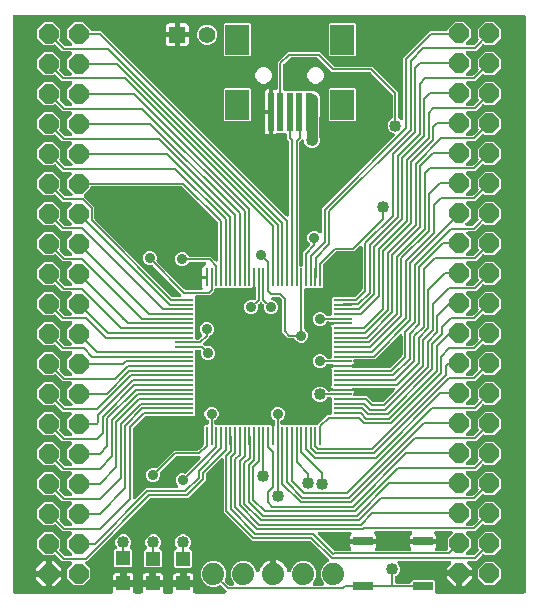
<source format=gbr>
G04 EAGLE Gerber RS-274X export*
G75*
%MOMM*%
%FSLAX34Y34*%
%LPD*%
%INTop Copper*%
%IPPOS*%
%AMOC8*
5,1,8,0,0,1.08239X$1,22.5*%
G01*
%ADD10R,0.230000X1.500000*%
%ADD11R,1.500000X0.230000*%
%ADD12R,2.000000X2.500000*%
%ADD13R,0.500000X3.300000*%
%ADD14C,1.879600*%
%ADD15R,1.409600X1.409600*%
%ADD16C,1.409600*%
%ADD17P,1.759533X8X292.500000*%
%ADD18R,1.200000X1.200000*%
%ADD19R,1.651000X0.762000*%
%ADD20C,0.152400*%
%ADD21C,1.016000*%
%ADD22C,0.889000*%
%ADD23C,0.203200*%
%ADD24C,0.965200*%
%ADD25C,0.254000*%

G36*
X86772Y2293D02*
X86772Y2293D01*
X86823Y2290D01*
X86945Y2312D01*
X87068Y2327D01*
X87116Y2344D01*
X87166Y2353D01*
X87280Y2402D01*
X87396Y2444D01*
X87439Y2472D01*
X87486Y2492D01*
X87585Y2566D01*
X87689Y2633D01*
X87724Y2670D01*
X87765Y2700D01*
X87845Y2795D01*
X87931Y2884D01*
X87957Y2928D01*
X87990Y2967D01*
X88046Y3077D01*
X88110Y3183D01*
X88125Y3231D01*
X88149Y3277D01*
X88178Y3397D01*
X88216Y3515D01*
X88220Y3566D01*
X88232Y3615D01*
X88234Y3739D01*
X88244Y3862D01*
X88236Y3913D01*
X88237Y3964D01*
X88193Y4204D01*
X88045Y4756D01*
X88045Y8091D01*
X95110Y8091D01*
X95136Y8094D01*
X95162Y8092D01*
X95309Y8114D01*
X95456Y8131D01*
X95481Y8139D01*
X95507Y8143D01*
X95644Y8198D01*
X95784Y8248D01*
X95806Y8262D01*
X95831Y8272D01*
X95952Y8357D01*
X96077Y8437D01*
X96095Y8456D01*
X96117Y8471D01*
X96216Y8581D01*
X96319Y8688D01*
X96333Y8710D01*
X96350Y8730D01*
X96422Y8860D01*
X96498Y8987D01*
X96506Y9012D01*
X96519Y9035D01*
X96559Y9178D01*
X96584Y9254D01*
X96588Y9243D01*
X96592Y9217D01*
X96646Y9079D01*
X96696Y8940D01*
X96711Y8918D01*
X96720Y8893D01*
X96805Y8772D01*
X96885Y8647D01*
X96904Y8629D01*
X96919Y8607D01*
X97029Y8508D01*
X97136Y8405D01*
X97159Y8391D01*
X97178Y8374D01*
X97308Y8302D01*
X97435Y8226D01*
X97460Y8218D01*
X97483Y8205D01*
X97626Y8165D01*
X97767Y8120D01*
X97793Y8117D01*
X97818Y8110D01*
X98062Y8091D01*
X105127Y8091D01*
X105127Y4756D01*
X104979Y4204D01*
X104972Y4154D01*
X104956Y4105D01*
X104946Y3982D01*
X104928Y3860D01*
X104932Y3809D01*
X104928Y3758D01*
X104946Y3635D01*
X104957Y3512D01*
X104972Y3464D01*
X104980Y3413D01*
X105025Y3298D01*
X105063Y3180D01*
X105090Y3137D01*
X105108Y3089D01*
X105179Y2988D01*
X105243Y2882D01*
X105278Y2845D01*
X105307Y2803D01*
X105399Y2720D01*
X105485Y2631D01*
X105528Y2604D01*
X105566Y2570D01*
X105674Y2510D01*
X105778Y2443D01*
X105827Y2426D01*
X105871Y2401D01*
X105990Y2368D01*
X106107Y2326D01*
X106157Y2320D01*
X106207Y2306D01*
X106450Y2287D01*
X111751Y2287D01*
X111802Y2293D01*
X111853Y2290D01*
X111975Y2312D01*
X112097Y2327D01*
X112145Y2344D01*
X112196Y2353D01*
X112309Y2402D01*
X112426Y2444D01*
X112468Y2472D01*
X112515Y2492D01*
X112614Y2566D01*
X112718Y2633D01*
X112754Y2670D01*
X112795Y2700D01*
X112874Y2795D01*
X112961Y2884D01*
X112987Y2928D01*
X113020Y2967D01*
X113076Y3077D01*
X113139Y3183D01*
X113155Y3231D01*
X113178Y3277D01*
X113208Y3397D01*
X113246Y3515D01*
X113250Y3566D01*
X113262Y3615D01*
X113264Y3739D01*
X113274Y3862D01*
X113266Y3913D01*
X113267Y3964D01*
X113223Y4204D01*
X113126Y4564D01*
X113126Y7899D01*
X120191Y7899D01*
X120217Y7902D01*
X120243Y7900D01*
X120390Y7922D01*
X120537Y7939D01*
X120562Y7947D01*
X120588Y7951D01*
X120725Y8006D01*
X120865Y8056D01*
X120887Y8070D01*
X120912Y8080D01*
X121033Y8165D01*
X121158Y8245D01*
X121176Y8264D01*
X121198Y8279D01*
X121297Y8389D01*
X121400Y8496D01*
X121414Y8518D01*
X121431Y8538D01*
X121503Y8668D01*
X121579Y8795D01*
X121587Y8820D01*
X121600Y8843D01*
X121640Y8986D01*
X121665Y9062D01*
X121669Y9051D01*
X121673Y9025D01*
X121727Y8887D01*
X121777Y8748D01*
X121792Y8726D01*
X121801Y8701D01*
X121886Y8580D01*
X121966Y8455D01*
X121985Y8437D01*
X122000Y8415D01*
X122110Y8316D01*
X122217Y8213D01*
X122240Y8199D01*
X122259Y8182D01*
X122389Y8110D01*
X122516Y8034D01*
X122541Y8026D01*
X122564Y8013D01*
X122707Y7973D01*
X122848Y7928D01*
X122874Y7925D01*
X122899Y7918D01*
X123143Y7899D01*
X130208Y7899D01*
X130208Y4564D01*
X130111Y4204D01*
X130104Y4154D01*
X130088Y4105D01*
X130079Y3982D01*
X130060Y3860D01*
X130065Y3809D01*
X130060Y3758D01*
X130079Y3635D01*
X130089Y3512D01*
X130105Y3464D01*
X130112Y3413D01*
X130158Y3298D01*
X130196Y3180D01*
X130222Y3137D01*
X130241Y3089D01*
X130311Y2988D01*
X130375Y2882D01*
X130411Y2845D01*
X130440Y2803D01*
X130532Y2720D01*
X130618Y2631D01*
X130661Y2604D01*
X130699Y2570D01*
X130807Y2510D01*
X130911Y2443D01*
X130959Y2426D01*
X131004Y2401D01*
X131123Y2367D01*
X131239Y2326D01*
X131290Y2320D01*
X131339Y2306D01*
X131583Y2287D01*
X137323Y2287D01*
X137374Y2293D01*
X137425Y2290D01*
X137547Y2312D01*
X137670Y2327D01*
X137718Y2344D01*
X137768Y2353D01*
X137881Y2402D01*
X137998Y2444D01*
X138041Y2472D01*
X138087Y2492D01*
X138187Y2566D01*
X138290Y2633D01*
X138326Y2670D01*
X138367Y2700D01*
X138447Y2795D01*
X138533Y2884D01*
X138559Y2928D01*
X138592Y2967D01*
X138648Y3077D01*
X138711Y3183D01*
X138727Y3232D01*
X138750Y3277D01*
X138780Y3397D01*
X138818Y3515D01*
X138822Y3566D01*
X138834Y3615D01*
X138836Y3739D01*
X138846Y3862D01*
X138838Y3913D01*
X138839Y3964D01*
X138795Y4204D01*
X138794Y4207D01*
X138715Y4500D01*
X138715Y7836D01*
X145780Y7836D01*
X145806Y7839D01*
X145832Y7837D01*
X145979Y7859D01*
X146126Y7876D01*
X146151Y7884D01*
X146177Y7888D01*
X146314Y7943D01*
X146454Y7993D01*
X146476Y8007D01*
X146501Y8017D01*
X146622Y8102D01*
X146747Y8182D01*
X146765Y8201D01*
X146787Y8216D01*
X146886Y8326D01*
X146989Y8433D01*
X147003Y8455D01*
X147020Y8475D01*
X147092Y8605D01*
X147168Y8732D01*
X147176Y8757D01*
X147189Y8780D01*
X147229Y8923D01*
X147254Y8999D01*
X147258Y8988D01*
X147262Y8962D01*
X147316Y8824D01*
X147366Y8685D01*
X147381Y8663D01*
X147390Y8638D01*
X147475Y8517D01*
X147555Y8392D01*
X147574Y8374D01*
X147589Y8352D01*
X147699Y8253D01*
X147806Y8150D01*
X147829Y8136D01*
X147848Y8119D01*
X147978Y8047D01*
X148105Y7971D01*
X148130Y7963D01*
X148153Y7950D01*
X148296Y7910D01*
X148437Y7865D01*
X148463Y7862D01*
X148488Y7855D01*
X148732Y7836D01*
X155797Y7836D01*
X155797Y4500D01*
X155717Y4204D01*
X155710Y4154D01*
X155694Y4105D01*
X155684Y3982D01*
X155666Y3860D01*
X155670Y3809D01*
X155666Y3758D01*
X155685Y3636D01*
X155695Y3512D01*
X155710Y3464D01*
X155718Y3413D01*
X155764Y3298D01*
X155802Y3180D01*
X155828Y3137D01*
X155847Y3089D01*
X155917Y2988D01*
X155981Y2882D01*
X156017Y2845D01*
X156046Y2803D01*
X156137Y2720D01*
X156224Y2631D01*
X156267Y2604D01*
X156304Y2570D01*
X156413Y2510D01*
X156517Y2443D01*
X156565Y2426D01*
X156609Y2401D01*
X156729Y2367D01*
X156845Y2326D01*
X156896Y2320D01*
X156945Y2306D01*
X157189Y2287D01*
X182509Y2287D01*
X182609Y2298D01*
X182709Y2300D01*
X182781Y2318D01*
X182855Y2327D01*
X182950Y2360D01*
X183047Y2385D01*
X183113Y2419D01*
X183183Y2444D01*
X183268Y2499D01*
X183357Y2545D01*
X183414Y2593D01*
X183476Y2633D01*
X183546Y2705D01*
X183622Y2770D01*
X183666Y2830D01*
X183718Y2884D01*
X183770Y2970D01*
X183829Y3051D01*
X183859Y3119D01*
X183897Y3183D01*
X183928Y3279D01*
X183967Y3371D01*
X183981Y3444D01*
X184003Y3515D01*
X184011Y3615D01*
X184029Y3714D01*
X184025Y3788D01*
X184031Y3862D01*
X184016Y3962D01*
X184011Y4062D01*
X183991Y4133D01*
X183980Y4207D01*
X183942Y4300D01*
X183915Y4397D01*
X183878Y4462D01*
X183851Y4531D01*
X183794Y4613D01*
X183744Y4701D01*
X183679Y4777D01*
X183652Y4817D01*
X183625Y4841D01*
X183586Y4887D01*
X179704Y8769D01*
X179644Y8817D01*
X179591Y8872D01*
X179508Y8925D01*
X179431Y8986D01*
X179362Y9018D01*
X179297Y9060D01*
X179205Y9093D01*
X179116Y9135D01*
X179041Y9151D01*
X178969Y9176D01*
X178871Y9187D01*
X178775Y9208D01*
X178699Y9207D01*
X178623Y9215D01*
X178525Y9204D01*
X178427Y9202D01*
X178353Y9184D01*
X178277Y9175D01*
X178134Y9129D01*
X178089Y9117D01*
X178072Y9108D01*
X178044Y9099D01*
X175084Y7873D01*
X170738Y7873D01*
X166724Y9536D01*
X163651Y12609D01*
X161988Y16623D01*
X161988Y20969D01*
X163651Y24983D01*
X166724Y28056D01*
X170738Y29719D01*
X175084Y29719D01*
X179098Y28056D01*
X182171Y24983D01*
X183834Y20969D01*
X183834Y16623D01*
X182608Y13663D01*
X182587Y13589D01*
X182556Y13519D01*
X182539Y13423D01*
X182512Y13328D01*
X182508Y13252D01*
X182495Y13176D01*
X182500Y13078D01*
X182495Y12980D01*
X182509Y12905D01*
X182513Y12828D01*
X182540Y12734D01*
X182558Y12637D01*
X182588Y12567D01*
X182609Y12494D01*
X182657Y12408D01*
X182696Y12317D01*
X182742Y12256D01*
X182779Y12189D01*
X182876Y12076D01*
X182904Y12038D01*
X182919Y12025D01*
X182938Y12003D01*
X185604Y9337D01*
X185703Y9258D01*
X185797Y9174D01*
X185839Y9150D01*
X185877Y9120D01*
X185991Y9066D01*
X186102Y9005D01*
X186149Y8992D01*
X186192Y8971D01*
X186315Y8945D01*
X186437Y8910D01*
X186498Y8905D01*
X186533Y8898D01*
X186581Y8899D01*
X186681Y8891D01*
X189092Y8891D01*
X189192Y8902D01*
X189292Y8904D01*
X189364Y8922D01*
X189438Y8931D01*
X189532Y8964D01*
X189630Y8989D01*
X189696Y9023D01*
X189766Y9048D01*
X189850Y9103D01*
X189940Y9149D01*
X189996Y9197D01*
X190059Y9237D01*
X190129Y9309D01*
X190205Y9374D01*
X190249Y9434D01*
X190301Y9488D01*
X190353Y9574D01*
X190412Y9655D01*
X190442Y9723D01*
X190480Y9787D01*
X190511Y9883D01*
X190550Y9975D01*
X190563Y10048D01*
X190586Y10119D01*
X190594Y10219D01*
X190612Y10318D01*
X190608Y10392D01*
X190614Y10466D01*
X190599Y10566D01*
X190594Y10666D01*
X190573Y10737D01*
X190562Y10811D01*
X190525Y10904D01*
X190498Y11001D01*
X190461Y11066D01*
X190434Y11135D01*
X190376Y11217D01*
X190327Y11305D01*
X190262Y11381D01*
X190235Y11421D01*
X190208Y11445D01*
X190169Y11491D01*
X189051Y12609D01*
X187388Y16623D01*
X187388Y20969D01*
X189051Y24983D01*
X192124Y28056D01*
X196138Y29719D01*
X200484Y29719D01*
X204498Y28056D01*
X207571Y24983D01*
X209144Y21184D01*
X209196Y21092D01*
X209238Y20996D01*
X209280Y20940D01*
X209314Y20880D01*
X209385Y20801D01*
X209448Y20717D01*
X209501Y20673D01*
X209548Y20621D01*
X209635Y20561D01*
X209715Y20494D01*
X209777Y20463D01*
X209835Y20423D01*
X209933Y20385D01*
X210027Y20337D01*
X210094Y20321D01*
X210159Y20295D01*
X210263Y20280D01*
X210365Y20255D01*
X210435Y20255D01*
X210504Y20245D01*
X210609Y20253D01*
X210714Y20252D01*
X210782Y20268D01*
X210851Y20273D01*
X210951Y20306D01*
X211054Y20329D01*
X211116Y20359D01*
X211183Y20381D01*
X211273Y20435D01*
X211368Y20481D01*
X211422Y20524D01*
X211481Y20560D01*
X211557Y20634D01*
X211639Y20700D01*
X211681Y20755D01*
X211731Y20803D01*
X211788Y20892D01*
X211853Y20975D01*
X211882Y21038D01*
X211919Y21096D01*
X211955Y21196D01*
X211999Y21291D01*
X212020Y21381D01*
X212036Y21425D01*
X212040Y21463D01*
X212056Y21529D01*
X212066Y21592D01*
X212647Y23379D01*
X213500Y25053D01*
X214605Y26574D01*
X215933Y27902D01*
X217454Y29007D01*
X219128Y29860D01*
X220915Y30441D01*
X221172Y30481D01*
X221172Y19812D01*
X221175Y19786D01*
X221173Y19760D01*
X221195Y19613D01*
X221212Y19466D01*
X221220Y19441D01*
X221224Y19415D01*
X221279Y19278D01*
X221329Y19138D01*
X221343Y19116D01*
X221353Y19091D01*
X221438Y18970D01*
X221518Y18845D01*
X221537Y18827D01*
X221552Y18805D01*
X221662Y18706D01*
X221769Y18603D01*
X221791Y18589D01*
X221811Y18572D01*
X221941Y18500D01*
X222068Y18424D01*
X222093Y18416D01*
X222116Y18403D01*
X222259Y18363D01*
X222400Y18318D01*
X222426Y18316D01*
X222451Y18309D01*
X222695Y18289D01*
X224727Y18289D01*
X224753Y18292D01*
X224779Y18290D01*
X224926Y18312D01*
X225073Y18329D01*
X225098Y18338D01*
X225124Y18342D01*
X225262Y18396D01*
X225401Y18446D01*
X225423Y18461D01*
X225448Y18470D01*
X225569Y18555D01*
X225694Y18635D01*
X225712Y18654D01*
X225734Y18669D01*
X225833Y18779D01*
X225936Y18886D01*
X225950Y18909D01*
X225967Y18928D01*
X226039Y19058D01*
X226115Y19185D01*
X226123Y19210D01*
X226136Y19233D01*
X226176Y19376D01*
X226221Y19517D01*
X226223Y19543D01*
X226231Y19568D01*
X226250Y19812D01*
X226250Y30481D01*
X226507Y30441D01*
X228294Y29860D01*
X229968Y29007D01*
X231489Y27902D01*
X232817Y26574D01*
X233922Y25053D01*
X234775Y23379D01*
X235356Y21592D01*
X235366Y21529D01*
X235394Y21428D01*
X235413Y21324D01*
X235441Y21260D01*
X235459Y21193D01*
X235510Y21101D01*
X235552Y21004D01*
X235593Y20948D01*
X235626Y20888D01*
X235697Y20809D01*
X235760Y20724D01*
X235813Y20680D01*
X235859Y20628D01*
X235945Y20567D01*
X236026Y20499D01*
X236087Y20468D01*
X236144Y20428D01*
X236242Y20389D01*
X236336Y20341D01*
X236403Y20324D01*
X236468Y20298D01*
X236572Y20282D01*
X236674Y20256D01*
X236743Y20255D01*
X236812Y20245D01*
X236917Y20253D01*
X237023Y20251D01*
X237090Y20266D01*
X237160Y20272D01*
X237260Y20303D01*
X237363Y20326D01*
X237426Y20356D01*
X237492Y20376D01*
X237583Y20430D01*
X237678Y20475D01*
X237732Y20519D01*
X237792Y20554D01*
X237868Y20627D01*
X237950Y20693D01*
X237993Y20747D01*
X238043Y20795D01*
X238101Y20884D01*
X238166Y20966D01*
X238208Y21049D01*
X238233Y21087D01*
X238247Y21124D01*
X238278Y21184D01*
X239851Y24983D01*
X242924Y28056D01*
X246938Y29719D01*
X251284Y29719D01*
X255298Y28056D01*
X258371Y24983D01*
X260034Y20969D01*
X260034Y16623D01*
X258371Y12609D01*
X257253Y11491D01*
X257191Y11412D01*
X257121Y11340D01*
X257083Y11276D01*
X257037Y11218D01*
X256994Y11127D01*
X256942Y11041D01*
X256919Y10970D01*
X256888Y10903D01*
X256866Y10805D01*
X256836Y10709D01*
X256830Y10635D01*
X256814Y10562D01*
X256816Y10462D01*
X256808Y10362D01*
X256819Y10288D01*
X256820Y10214D01*
X256845Y10117D01*
X256860Y10017D01*
X256887Y9948D01*
X256905Y9876D01*
X256951Y9787D01*
X256988Y9693D01*
X257031Y9632D01*
X257065Y9566D01*
X257130Y9490D01*
X257187Y9407D01*
X257242Y9357D01*
X257291Y9301D01*
X257371Y9241D01*
X257446Y9174D01*
X257511Y9138D01*
X257571Y9093D01*
X257663Y9054D01*
X257751Y9005D01*
X257823Y8985D01*
X257891Y8955D01*
X257990Y8938D01*
X258086Y8910D01*
X258186Y8902D01*
X258234Y8894D01*
X258270Y8896D01*
X258330Y8891D01*
X265292Y8891D01*
X265392Y8902D01*
X265492Y8904D01*
X265564Y8922D01*
X265638Y8931D01*
X265732Y8964D01*
X265830Y8989D01*
X265896Y9023D01*
X265966Y9048D01*
X266050Y9103D01*
X266140Y9149D01*
X266196Y9197D01*
X266259Y9237D01*
X266329Y9309D01*
X266405Y9374D01*
X266449Y9434D01*
X266501Y9488D01*
X266553Y9574D01*
X266612Y9655D01*
X266642Y9723D01*
X266680Y9787D01*
X266711Y9883D01*
X266750Y9975D01*
X266763Y10048D01*
X266786Y10119D01*
X266794Y10219D01*
X266812Y10318D01*
X266808Y10392D01*
X266814Y10466D01*
X266799Y10566D01*
X266794Y10666D01*
X266773Y10737D01*
X266762Y10811D01*
X266725Y10904D01*
X266698Y11001D01*
X266661Y11066D01*
X266634Y11135D01*
X266576Y11217D01*
X266527Y11305D01*
X266462Y11381D01*
X266435Y11421D01*
X266408Y11445D01*
X266369Y11491D01*
X265251Y12609D01*
X263588Y16623D01*
X263588Y20969D01*
X265251Y24983D01*
X268324Y28056D01*
X270154Y28814D01*
X270286Y28887D01*
X270419Y28956D01*
X270438Y28972D01*
X270459Y28983D01*
X270570Y29084D01*
X270685Y29182D01*
X270699Y29201D01*
X270717Y29218D01*
X270803Y29341D01*
X270892Y29462D01*
X270902Y29484D01*
X270915Y29504D01*
X270970Y29644D01*
X271030Y29782D01*
X271034Y29806D01*
X271043Y29828D01*
X271065Y29977D01*
X271092Y30125D01*
X271090Y30149D01*
X271094Y30173D01*
X271081Y30323D01*
X271074Y30473D01*
X271067Y30496D01*
X271065Y30521D01*
X271019Y30664D01*
X270977Y30808D01*
X270965Y30829D01*
X270958Y30852D01*
X270880Y30981D01*
X270807Y31112D01*
X270788Y31134D01*
X270778Y31151D01*
X270745Y31185D01*
X270649Y31298D01*
X255404Y46543D01*
X255305Y46622D01*
X255211Y46706D01*
X255169Y46730D01*
X255131Y46760D01*
X255017Y46814D01*
X254906Y46875D01*
X254859Y46888D01*
X254816Y46909D01*
X254692Y46935D01*
X254571Y46970D01*
X254510Y46975D01*
X254475Y46982D01*
X254427Y46981D01*
X254327Y46989D01*
X205555Y46989D01*
X181609Y70935D01*
X181609Y115262D01*
X181598Y115362D01*
X181596Y115462D01*
X181578Y115534D01*
X181569Y115608D01*
X181536Y115703D01*
X181511Y115800D01*
X181477Y115866D01*
X181452Y115936D01*
X181397Y116021D01*
X181351Y116110D01*
X181303Y116167D01*
X181263Y116229D01*
X181191Y116299D01*
X181126Y116375D01*
X181066Y116419D01*
X181012Y116471D01*
X180926Y116523D01*
X180845Y116582D01*
X180777Y116612D01*
X180713Y116650D01*
X180617Y116681D01*
X180525Y116720D01*
X180452Y116734D01*
X180381Y116756D01*
X180281Y116764D01*
X180182Y116782D01*
X180108Y116778D01*
X180034Y116784D01*
X179934Y116769D01*
X179834Y116764D01*
X179763Y116744D01*
X179689Y116733D01*
X179596Y116695D01*
X179499Y116668D01*
X179434Y116631D01*
X179365Y116604D01*
X179283Y116547D01*
X179195Y116497D01*
X179119Y116432D01*
X179079Y116405D01*
X179055Y116378D01*
X179009Y116339D01*
X166817Y104147D01*
X166738Y104048D01*
X166654Y103954D01*
X166630Y103912D01*
X166600Y103874D01*
X166546Y103760D01*
X166485Y103649D01*
X166472Y103602D01*
X166451Y103559D01*
X166425Y103435D01*
X166390Y103314D01*
X166385Y103253D01*
X166378Y103218D01*
X166379Y103170D01*
X166371Y103070D01*
X166371Y97986D01*
X151569Y83184D01*
X120069Y83184D01*
X119944Y83170D01*
X119817Y83163D01*
X119771Y83150D01*
X119723Y83144D01*
X119604Y83102D01*
X119483Y83067D01*
X119440Y83043D01*
X119395Y83027D01*
X119289Y82958D01*
X119178Y82897D01*
X119132Y82857D01*
X119102Y82838D01*
X119069Y82803D01*
X118992Y82738D01*
X65717Y29463D01*
X65617Y29452D01*
X65517Y29450D01*
X65445Y29432D01*
X65371Y29423D01*
X65276Y29390D01*
X65179Y29365D01*
X65113Y29331D01*
X65043Y29306D01*
X64958Y29251D01*
X64869Y29205D01*
X64813Y29157D01*
X64750Y29117D01*
X64680Y29045D01*
X64604Y28980D01*
X64560Y28920D01*
X64508Y28866D01*
X64456Y28780D01*
X64397Y28699D01*
X64367Y28631D01*
X64329Y28567D01*
X64298Y28471D01*
X64259Y28379D01*
X64245Y28306D01*
X64223Y28235D01*
X64215Y28135D01*
X64197Y28036D01*
X64201Y27962D01*
X64195Y27888D01*
X64210Y27788D01*
X64215Y27688D01*
X64235Y27617D01*
X64247Y27543D01*
X64284Y27450D01*
X64311Y27353D01*
X64348Y27288D01*
X64375Y27219D01*
X64432Y27137D01*
X64482Y27049D01*
X64547Y26973D01*
X64574Y26933D01*
X64601Y26909D01*
X64640Y26863D01*
X68391Y23112D01*
X68391Y15116D01*
X62736Y9461D01*
X54740Y9461D01*
X49085Y15116D01*
X49085Y23112D01*
X52836Y26863D01*
X52898Y26941D01*
X52968Y27014D01*
X53006Y27078D01*
X53053Y27136D01*
X53095Y27227D01*
X53147Y27313D01*
X53170Y27384D01*
X53201Y27451D01*
X53223Y27549D01*
X53253Y27645D01*
X53259Y27719D01*
X53275Y27792D01*
X53273Y27892D01*
X53281Y27992D01*
X53270Y28066D01*
X53269Y28140D01*
X53244Y28237D01*
X53229Y28337D01*
X53202Y28406D01*
X53184Y28478D01*
X53138Y28568D01*
X53101Y28661D01*
X53058Y28722D01*
X53024Y28788D01*
X52959Y28865D01*
X52902Y28947D01*
X52847Y28997D01*
X52798Y29053D01*
X52718Y29113D01*
X52643Y29180D01*
X52578Y29216D01*
X52518Y29261D01*
X52426Y29300D01*
X52338Y29349D01*
X52266Y29369D01*
X52198Y29399D01*
X52099Y29416D01*
X52003Y29444D01*
X51903Y29452D01*
X51855Y29460D01*
X51819Y29458D01*
X51759Y29463D01*
X45027Y29463D01*
X43241Y31249D01*
X39560Y34930D01*
X39539Y34947D01*
X39522Y34967D01*
X39403Y35055D01*
X39287Y35147D01*
X39263Y35158D01*
X39242Y35174D01*
X39106Y35233D01*
X38972Y35296D01*
X38946Y35301D01*
X38922Y35312D01*
X38776Y35338D01*
X38631Y35369D01*
X38605Y35369D01*
X38579Y35374D01*
X38430Y35366D01*
X38282Y35363D01*
X38257Y35357D01*
X38231Y35356D01*
X38088Y35315D01*
X37944Y35278D01*
X37921Y35266D01*
X37896Y35259D01*
X37766Y35187D01*
X37635Y35119D01*
X37615Y35102D01*
X37592Y35089D01*
X37405Y34930D01*
X37336Y34861D01*
X29340Y34861D01*
X23685Y40516D01*
X23685Y48512D01*
X29340Y54167D01*
X37336Y54167D01*
X42991Y48512D01*
X42991Y40516D01*
X42794Y40319D01*
X42777Y40298D01*
X42757Y40281D01*
X42669Y40162D01*
X42577Y40046D01*
X42566Y40022D01*
X42550Y40001D01*
X42491Y39865D01*
X42428Y39730D01*
X42423Y39705D01*
X42412Y39681D01*
X42386Y39534D01*
X42355Y39390D01*
X42355Y39364D01*
X42350Y39338D01*
X42358Y39189D01*
X42361Y39041D01*
X42367Y39016D01*
X42368Y38990D01*
X42409Y38847D01*
X42446Y38703D01*
X42458Y38680D01*
X42465Y38655D01*
X42537Y38525D01*
X42605Y38393D01*
X42622Y38373D01*
X42635Y38351D01*
X42794Y38164D01*
X46475Y34483D01*
X46574Y34404D01*
X46668Y34320D01*
X46710Y34296D01*
X46748Y34266D01*
X46862Y34212D01*
X46973Y34151D01*
X47020Y34138D01*
X47063Y34117D01*
X47187Y34091D01*
X47308Y34056D01*
X47369Y34051D01*
X47404Y34044D01*
X47452Y34045D01*
X47552Y34037D01*
X51887Y34037D01*
X51987Y34048D01*
X52087Y34050D01*
X52159Y34068D01*
X52233Y34077D01*
X52328Y34110D01*
X52425Y34135D01*
X52491Y34169D01*
X52561Y34194D01*
X52646Y34249D01*
X52735Y34295D01*
X52791Y34343D01*
X52854Y34383D01*
X52924Y34455D01*
X53000Y34520D01*
X53044Y34580D01*
X53096Y34634D01*
X53148Y34720D01*
X53207Y34801D01*
X53237Y34869D01*
X53275Y34933D01*
X53306Y35029D01*
X53345Y35121D01*
X53359Y35194D01*
X53381Y35265D01*
X53389Y35365D01*
X53407Y35464D01*
X53403Y35538D01*
X53409Y35612D01*
X53394Y35712D01*
X53389Y35812D01*
X53369Y35883D01*
X53357Y35957D01*
X53320Y36050D01*
X53293Y36147D01*
X53256Y36212D01*
X53229Y36281D01*
X53172Y36363D01*
X53122Y36451D01*
X53057Y36527D01*
X53030Y36567D01*
X53003Y36591D01*
X52964Y36637D01*
X49085Y40516D01*
X49085Y48512D01*
X52836Y52263D01*
X52898Y52341D01*
X52968Y52414D01*
X53006Y52478D01*
X53053Y52536D01*
X53095Y52627D01*
X53147Y52713D01*
X53170Y52784D01*
X53201Y52851D01*
X53223Y52949D01*
X53253Y53045D01*
X53259Y53119D01*
X53275Y53192D01*
X53273Y53292D01*
X53281Y53392D01*
X53270Y53466D01*
X53269Y53540D01*
X53244Y53637D01*
X53229Y53737D01*
X53202Y53806D01*
X53184Y53878D01*
X53138Y53968D01*
X53101Y54061D01*
X53058Y54122D01*
X53024Y54188D01*
X52959Y54265D01*
X52902Y54347D01*
X52847Y54397D01*
X52798Y54453D01*
X52718Y54513D01*
X52643Y54580D01*
X52578Y54616D01*
X52518Y54661D01*
X52426Y54700D01*
X52338Y54749D01*
X52266Y54769D01*
X52198Y54799D01*
X52099Y54816D01*
X52003Y54844D01*
X51903Y54852D01*
X51855Y54860D01*
X51819Y54858D01*
X51759Y54863D01*
X45281Y54863D01*
X43495Y56649D01*
X39687Y60457D01*
X39666Y60474D01*
X39649Y60494D01*
X39530Y60582D01*
X39414Y60674D01*
X39390Y60685D01*
X39369Y60701D01*
X39233Y60760D01*
X39099Y60823D01*
X39073Y60828D01*
X39049Y60839D01*
X38903Y60865D01*
X38758Y60896D01*
X38732Y60896D01*
X38706Y60901D01*
X38557Y60893D01*
X38409Y60890D01*
X38384Y60884D01*
X38358Y60883D01*
X38215Y60842D01*
X38071Y60805D01*
X38048Y60793D01*
X38023Y60786D01*
X37893Y60714D01*
X37762Y60646D01*
X37742Y60629D01*
X37719Y60616D01*
X37532Y60457D01*
X37336Y60261D01*
X29340Y60261D01*
X23685Y65916D01*
X23685Y73912D01*
X29340Y79567D01*
X37336Y79567D01*
X42991Y73912D01*
X42991Y65916D01*
X42921Y65846D01*
X42904Y65825D01*
X42884Y65808D01*
X42796Y65689D01*
X42704Y65573D01*
X42693Y65549D01*
X42677Y65528D01*
X42618Y65392D01*
X42555Y65257D01*
X42550Y65232D01*
X42539Y65208D01*
X42513Y65061D01*
X42482Y64917D01*
X42482Y64891D01*
X42477Y64865D01*
X42485Y64716D01*
X42488Y64568D01*
X42494Y64543D01*
X42495Y64517D01*
X42536Y64374D01*
X42573Y64230D01*
X42585Y64207D01*
X42592Y64182D01*
X42664Y64052D01*
X42732Y63920D01*
X42749Y63900D01*
X42762Y63878D01*
X42875Y63745D01*
X42883Y63733D01*
X42891Y63726D01*
X42921Y63691D01*
X46729Y59883D01*
X46828Y59804D01*
X46922Y59720D01*
X46964Y59696D01*
X47002Y59666D01*
X47116Y59612D01*
X47227Y59551D01*
X47274Y59538D01*
X47317Y59517D01*
X47441Y59491D01*
X47562Y59456D01*
X47623Y59451D01*
X47658Y59444D01*
X47706Y59445D01*
X47806Y59437D01*
X51887Y59437D01*
X51987Y59448D01*
X52087Y59450D01*
X52159Y59468D01*
X52233Y59477D01*
X52328Y59510D01*
X52425Y59535D01*
X52491Y59569D01*
X52561Y59594D01*
X52646Y59649D01*
X52735Y59695D01*
X52791Y59743D01*
X52854Y59783D01*
X52924Y59855D01*
X53000Y59920D01*
X53044Y59980D01*
X53096Y60034D01*
X53148Y60120D01*
X53207Y60201D01*
X53237Y60269D01*
X53275Y60333D01*
X53306Y60429D01*
X53345Y60521D01*
X53359Y60594D01*
X53381Y60665D01*
X53389Y60765D01*
X53407Y60864D01*
X53403Y60938D01*
X53409Y61012D01*
X53394Y61112D01*
X53389Y61212D01*
X53369Y61283D01*
X53357Y61357D01*
X53320Y61450D01*
X53293Y61547D01*
X53256Y61612D01*
X53229Y61681D01*
X53172Y61763D01*
X53122Y61851D01*
X53057Y61927D01*
X53030Y61967D01*
X53003Y61991D01*
X52964Y62037D01*
X49085Y65916D01*
X49085Y73912D01*
X52836Y77663D01*
X52898Y77741D01*
X52968Y77814D01*
X53006Y77878D01*
X53053Y77936D01*
X53095Y78027D01*
X53147Y78113D01*
X53170Y78184D01*
X53201Y78251D01*
X53223Y78349D01*
X53253Y78445D01*
X53259Y78519D01*
X53275Y78592D01*
X53273Y78692D01*
X53281Y78792D01*
X53270Y78866D01*
X53269Y78940D01*
X53244Y79037D01*
X53229Y79137D01*
X53202Y79206D01*
X53184Y79278D01*
X53138Y79368D01*
X53101Y79461D01*
X53058Y79522D01*
X53024Y79588D01*
X52959Y79665D01*
X52902Y79747D01*
X52847Y79797D01*
X52798Y79853D01*
X52718Y79913D01*
X52643Y79980D01*
X52578Y80016D01*
X52518Y80061D01*
X52426Y80100D01*
X52338Y80149D01*
X52266Y80169D01*
X52198Y80199D01*
X52099Y80216D01*
X52003Y80244D01*
X51903Y80252D01*
X51855Y80260D01*
X51819Y80258D01*
X51759Y80263D01*
X45027Y80263D01*
X39560Y85730D01*
X39539Y85747D01*
X39522Y85767D01*
X39403Y85855D01*
X39287Y85947D01*
X39263Y85958D01*
X39242Y85974D01*
X39106Y86033D01*
X38972Y86096D01*
X38946Y86101D01*
X38922Y86112D01*
X38775Y86138D01*
X38631Y86169D01*
X38605Y86169D01*
X38579Y86174D01*
X38430Y86166D01*
X38282Y86163D01*
X38257Y86157D01*
X38231Y86156D01*
X38088Y86115D01*
X37944Y86078D01*
X37921Y86066D01*
X37896Y86059D01*
X37767Y85987D01*
X37635Y85919D01*
X37615Y85902D01*
X37592Y85889D01*
X37405Y85730D01*
X37336Y85661D01*
X29340Y85661D01*
X23685Y91316D01*
X23685Y99312D01*
X29340Y104967D01*
X37336Y104967D01*
X42991Y99312D01*
X42991Y91316D01*
X42794Y91119D01*
X42777Y91098D01*
X42757Y91081D01*
X42669Y90962D01*
X42577Y90846D01*
X42566Y90822D01*
X42550Y90801D01*
X42492Y90665D01*
X42428Y90531D01*
X42422Y90505D01*
X42412Y90481D01*
X42386Y90335D01*
X42355Y90190D01*
X42355Y90164D01*
X42350Y90138D01*
X42358Y89989D01*
X42361Y89841D01*
X42367Y89816D01*
X42368Y89790D01*
X42409Y89647D01*
X42446Y89503D01*
X42458Y89480D01*
X42465Y89455D01*
X42537Y89326D01*
X42605Y89194D01*
X42622Y89174D01*
X42635Y89151D01*
X42794Y88964D01*
X46475Y85283D01*
X46574Y85204D01*
X46668Y85120D01*
X46710Y85096D01*
X46748Y85066D01*
X46862Y85012D01*
X46973Y84951D01*
X47020Y84938D01*
X47063Y84917D01*
X47187Y84891D01*
X47308Y84856D01*
X47369Y84851D01*
X47404Y84844D01*
X47452Y84845D01*
X47552Y84837D01*
X51887Y84837D01*
X51987Y84848D01*
X52087Y84850D01*
X52159Y84868D01*
X52233Y84877D01*
X52328Y84910D01*
X52425Y84935D01*
X52491Y84969D01*
X52561Y84994D01*
X52646Y85049D01*
X52735Y85095D01*
X52791Y85143D01*
X52854Y85183D01*
X52924Y85255D01*
X53000Y85320D01*
X53044Y85380D01*
X53096Y85434D01*
X53148Y85520D01*
X53207Y85601D01*
X53237Y85669D01*
X53275Y85733D01*
X53306Y85829D01*
X53345Y85921D01*
X53359Y85994D01*
X53381Y86065D01*
X53389Y86165D01*
X53407Y86264D01*
X53403Y86338D01*
X53409Y86412D01*
X53394Y86512D01*
X53389Y86612D01*
X53369Y86683D01*
X53357Y86757D01*
X53320Y86850D01*
X53293Y86947D01*
X53256Y87012D01*
X53229Y87081D01*
X53172Y87163D01*
X53122Y87251D01*
X53057Y87327D01*
X53030Y87367D01*
X53003Y87391D01*
X52964Y87437D01*
X49085Y91316D01*
X49085Y99312D01*
X52836Y103063D01*
X52898Y103141D01*
X52968Y103214D01*
X53006Y103278D01*
X53053Y103336D01*
X53095Y103427D01*
X53147Y103513D01*
X53170Y103584D01*
X53201Y103651D01*
X53223Y103749D01*
X53253Y103845D01*
X53259Y103919D01*
X53275Y103992D01*
X53273Y104092D01*
X53281Y104192D01*
X53270Y104266D01*
X53269Y104340D01*
X53244Y104437D01*
X53229Y104537D01*
X53202Y104606D01*
X53184Y104678D01*
X53138Y104768D01*
X53101Y104861D01*
X53058Y104922D01*
X53024Y104988D01*
X52959Y105065D01*
X52902Y105147D01*
X52847Y105197D01*
X52798Y105253D01*
X52718Y105313D01*
X52643Y105380D01*
X52578Y105416D01*
X52518Y105461D01*
X52426Y105500D01*
X52338Y105549D01*
X52266Y105569D01*
X52198Y105599D01*
X52099Y105616D01*
X52003Y105644D01*
X51903Y105652D01*
X51855Y105660D01*
X51819Y105658D01*
X51759Y105663D01*
X45027Y105663D01*
X39560Y111130D01*
X39539Y111147D01*
X39522Y111167D01*
X39403Y111255D01*
X39287Y111347D01*
X39263Y111358D01*
X39242Y111374D01*
X39106Y111433D01*
X38972Y111496D01*
X38946Y111501D01*
X38922Y111512D01*
X38775Y111538D01*
X38631Y111569D01*
X38605Y111569D01*
X38579Y111574D01*
X38430Y111566D01*
X38282Y111563D01*
X38257Y111557D01*
X38231Y111556D01*
X38088Y111515D01*
X37944Y111478D01*
X37921Y111466D01*
X37896Y111459D01*
X37767Y111387D01*
X37635Y111319D01*
X37615Y111302D01*
X37592Y111289D01*
X37405Y111130D01*
X37336Y111061D01*
X29340Y111061D01*
X23685Y116716D01*
X23685Y124712D01*
X29340Y130367D01*
X37336Y130367D01*
X42991Y124712D01*
X42991Y116716D01*
X42794Y116519D01*
X42777Y116498D01*
X42757Y116481D01*
X42669Y116362D01*
X42577Y116246D01*
X42566Y116222D01*
X42550Y116201D01*
X42492Y116065D01*
X42428Y115931D01*
X42422Y115905D01*
X42412Y115881D01*
X42386Y115735D01*
X42355Y115590D01*
X42355Y115564D01*
X42350Y115538D01*
X42358Y115389D01*
X42361Y115241D01*
X42367Y115216D01*
X42368Y115190D01*
X42409Y115047D01*
X42446Y114903D01*
X42458Y114880D01*
X42465Y114855D01*
X42537Y114726D01*
X42605Y114594D01*
X42622Y114574D01*
X42635Y114551D01*
X42794Y114364D01*
X46475Y110683D01*
X46574Y110604D01*
X46668Y110520D01*
X46710Y110496D01*
X46748Y110466D01*
X46862Y110412D01*
X46973Y110351D01*
X47020Y110338D01*
X47063Y110317D01*
X47187Y110291D01*
X47308Y110256D01*
X47369Y110251D01*
X47404Y110244D01*
X47452Y110245D01*
X47552Y110237D01*
X51887Y110237D01*
X51987Y110248D01*
X52087Y110250D01*
X52159Y110268D01*
X52233Y110277D01*
X52328Y110310D01*
X52425Y110335D01*
X52491Y110369D01*
X52561Y110394D01*
X52646Y110449D01*
X52735Y110495D01*
X52791Y110543D01*
X52854Y110583D01*
X52924Y110655D01*
X53000Y110720D01*
X53044Y110780D01*
X53096Y110834D01*
X53148Y110920D01*
X53207Y111001D01*
X53237Y111069D01*
X53275Y111133D01*
X53306Y111229D01*
X53345Y111321D01*
X53359Y111394D01*
X53381Y111465D01*
X53389Y111565D01*
X53407Y111664D01*
X53403Y111738D01*
X53409Y111812D01*
X53394Y111912D01*
X53389Y112012D01*
X53369Y112083D01*
X53357Y112157D01*
X53320Y112250D01*
X53293Y112347D01*
X53256Y112412D01*
X53229Y112481D01*
X53172Y112563D01*
X53122Y112651D01*
X53057Y112727D01*
X53030Y112767D01*
X53003Y112791D01*
X52964Y112837D01*
X49085Y116716D01*
X49085Y124712D01*
X52836Y128463D01*
X52898Y128541D01*
X52968Y128614D01*
X53006Y128678D01*
X53053Y128736D01*
X53095Y128827D01*
X53147Y128913D01*
X53170Y128984D01*
X53201Y129051D01*
X53223Y129149D01*
X53253Y129245D01*
X53259Y129319D01*
X53275Y129392D01*
X53273Y129492D01*
X53281Y129592D01*
X53270Y129666D01*
X53269Y129740D01*
X53244Y129837D01*
X53229Y129937D01*
X53202Y130006D01*
X53184Y130078D01*
X53138Y130168D01*
X53101Y130261D01*
X53058Y130322D01*
X53024Y130388D01*
X52959Y130465D01*
X52902Y130547D01*
X52847Y130597D01*
X52798Y130653D01*
X52718Y130713D01*
X52643Y130780D01*
X52578Y130816D01*
X52518Y130861D01*
X52426Y130900D01*
X52338Y130949D01*
X52266Y130969D01*
X52198Y130999D01*
X52099Y131016D01*
X52003Y131044D01*
X51903Y131052D01*
X51855Y131060D01*
X51819Y131058D01*
X51759Y131063D01*
X45027Y131063D01*
X43241Y132849D01*
X39560Y136530D01*
X39539Y136547D01*
X39522Y136567D01*
X39403Y136655D01*
X39287Y136747D01*
X39263Y136758D01*
X39242Y136774D01*
X39106Y136833D01*
X38972Y136896D01*
X38946Y136901D01*
X38922Y136912D01*
X38776Y136938D01*
X38631Y136969D01*
X38605Y136969D01*
X38579Y136974D01*
X38430Y136966D01*
X38282Y136963D01*
X38257Y136957D01*
X38231Y136956D01*
X38088Y136915D01*
X37944Y136878D01*
X37921Y136866D01*
X37896Y136859D01*
X37766Y136787D01*
X37635Y136719D01*
X37615Y136702D01*
X37592Y136689D01*
X37405Y136530D01*
X37336Y136461D01*
X29340Y136461D01*
X23685Y142116D01*
X23685Y150112D01*
X29340Y155767D01*
X37336Y155767D01*
X42991Y150112D01*
X42991Y142116D01*
X42794Y141919D01*
X42777Y141898D01*
X42757Y141881D01*
X42669Y141762D01*
X42577Y141646D01*
X42566Y141622D01*
X42550Y141601D01*
X42491Y141465D01*
X42428Y141330D01*
X42423Y141305D01*
X42412Y141281D01*
X42386Y141134D01*
X42355Y140990D01*
X42355Y140964D01*
X42350Y140938D01*
X42358Y140789D01*
X42361Y140641D01*
X42367Y140616D01*
X42368Y140590D01*
X42409Y140447D01*
X42446Y140303D01*
X42458Y140280D01*
X42465Y140255D01*
X42537Y140125D01*
X42605Y139993D01*
X42622Y139973D01*
X42635Y139951D01*
X42794Y139764D01*
X46475Y136083D01*
X46574Y136004D01*
X46668Y135920D01*
X46710Y135896D01*
X46748Y135866D01*
X46862Y135812D01*
X46973Y135751D01*
X47020Y135738D01*
X47063Y135717D01*
X47187Y135691D01*
X47308Y135656D01*
X47369Y135651D01*
X47404Y135644D01*
X47452Y135645D01*
X47552Y135637D01*
X51887Y135637D01*
X51987Y135648D01*
X52087Y135650D01*
X52159Y135668D01*
X52233Y135677D01*
X52328Y135710D01*
X52425Y135735D01*
X52491Y135769D01*
X52561Y135794D01*
X52646Y135849D01*
X52735Y135895D01*
X52791Y135943D01*
X52854Y135983D01*
X52924Y136055D01*
X53000Y136120D01*
X53044Y136180D01*
X53096Y136234D01*
X53148Y136320D01*
X53207Y136401D01*
X53237Y136469D01*
X53275Y136533D01*
X53306Y136629D01*
X53345Y136721D01*
X53359Y136794D01*
X53381Y136865D01*
X53389Y136965D01*
X53407Y137064D01*
X53403Y137138D01*
X53409Y137212D01*
X53394Y137312D01*
X53389Y137412D01*
X53369Y137483D01*
X53357Y137557D01*
X53320Y137650D01*
X53293Y137747D01*
X53256Y137812D01*
X53229Y137881D01*
X53172Y137963D01*
X53122Y138051D01*
X53057Y138127D01*
X53030Y138167D01*
X53003Y138191D01*
X52964Y138237D01*
X49085Y142116D01*
X49085Y150112D01*
X52582Y153609D01*
X52644Y153687D01*
X52714Y153760D01*
X52752Y153824D01*
X52799Y153882D01*
X52841Y153973D01*
X52893Y154059D01*
X52916Y154130D01*
X52947Y154197D01*
X52969Y154295D01*
X52999Y154391D01*
X53005Y154465D01*
X53021Y154538D01*
X53019Y154638D01*
X53027Y154738D01*
X53016Y154812D01*
X53015Y154886D01*
X52990Y154983D01*
X52975Y155083D01*
X52948Y155152D01*
X52930Y155224D01*
X52884Y155314D01*
X52847Y155407D01*
X52804Y155468D01*
X52770Y155534D01*
X52705Y155611D01*
X52648Y155693D01*
X52593Y155743D01*
X52544Y155799D01*
X52464Y155859D01*
X52389Y155926D01*
X52324Y155962D01*
X52264Y156007D01*
X52172Y156046D01*
X52084Y156095D01*
X52012Y156115D01*
X51944Y156145D01*
X51845Y156162D01*
X51749Y156190D01*
X51649Y156198D01*
X51601Y156206D01*
X51565Y156204D01*
X51505Y156209D01*
X45281Y156209D01*
X39560Y161930D01*
X39539Y161947D01*
X39522Y161967D01*
X39403Y162055D01*
X39287Y162147D01*
X39263Y162158D01*
X39242Y162174D01*
X39106Y162233D01*
X38972Y162296D01*
X38946Y162301D01*
X38922Y162312D01*
X38775Y162338D01*
X38631Y162369D01*
X38605Y162369D01*
X38579Y162374D01*
X38430Y162366D01*
X38282Y162363D01*
X38257Y162357D01*
X38231Y162356D01*
X38088Y162315D01*
X37944Y162278D01*
X37921Y162266D01*
X37896Y162259D01*
X37767Y162187D01*
X37635Y162119D01*
X37615Y162102D01*
X37592Y162089D01*
X37405Y161930D01*
X37336Y161861D01*
X29340Y161861D01*
X23685Y167516D01*
X23685Y175512D01*
X29340Y181167D01*
X37336Y181167D01*
X42991Y175512D01*
X42991Y167516D01*
X42794Y167319D01*
X42777Y167298D01*
X42757Y167281D01*
X42669Y167162D01*
X42577Y167046D01*
X42566Y167022D01*
X42550Y167001D01*
X42492Y166865D01*
X42428Y166731D01*
X42422Y166705D01*
X42412Y166681D01*
X42386Y166535D01*
X42355Y166390D01*
X42355Y166364D01*
X42350Y166338D01*
X42358Y166189D01*
X42361Y166041D01*
X42367Y166016D01*
X42368Y165990D01*
X42409Y165847D01*
X42446Y165703D01*
X42458Y165680D01*
X42465Y165655D01*
X42537Y165526D01*
X42605Y165394D01*
X42622Y165374D01*
X42635Y165351D01*
X42794Y165164D01*
X46729Y161229D01*
X46828Y161150D01*
X46922Y161066D01*
X46964Y161042D01*
X47002Y161012D01*
X47116Y160958D01*
X47227Y160897D01*
X47274Y160884D01*
X47317Y160863D01*
X47441Y160837D01*
X47562Y160802D01*
X47623Y160797D01*
X47658Y160790D01*
X47706Y160791D01*
X47806Y160783D01*
X52141Y160783D01*
X52241Y160794D01*
X52341Y160796D01*
X52413Y160814D01*
X52487Y160823D01*
X52582Y160856D01*
X52679Y160881D01*
X52745Y160915D01*
X52815Y160940D01*
X52900Y160995D01*
X52989Y161041D01*
X53045Y161089D01*
X53108Y161129D01*
X53178Y161201D01*
X53254Y161266D01*
X53298Y161326D01*
X53350Y161380D01*
X53402Y161466D01*
X53461Y161547D01*
X53491Y161615D01*
X53529Y161679D01*
X53560Y161775D01*
X53599Y161867D01*
X53613Y161940D01*
X53635Y162011D01*
X53643Y162111D01*
X53661Y162210D01*
X53657Y162284D01*
X53663Y162358D01*
X53648Y162458D01*
X53643Y162558D01*
X53623Y162629D01*
X53611Y162703D01*
X53574Y162796D01*
X53547Y162893D01*
X53510Y162958D01*
X53483Y163027D01*
X53426Y163109D01*
X53376Y163197D01*
X53311Y163273D01*
X53284Y163313D01*
X53257Y163337D01*
X53218Y163383D01*
X49085Y167516D01*
X49085Y175512D01*
X52836Y179263D01*
X52898Y179341D01*
X52968Y179414D01*
X53006Y179478D01*
X53053Y179536D01*
X53095Y179627D01*
X53147Y179713D01*
X53170Y179784D01*
X53201Y179851D01*
X53223Y179949D01*
X53253Y180045D01*
X53259Y180119D01*
X53275Y180192D01*
X53273Y180292D01*
X53281Y180392D01*
X53270Y180466D01*
X53269Y180540D01*
X53244Y180637D01*
X53229Y180737D01*
X53202Y180806D01*
X53184Y180878D01*
X53138Y180968D01*
X53101Y181061D01*
X53058Y181122D01*
X53024Y181188D01*
X52959Y181265D01*
X52902Y181347D01*
X52847Y181397D01*
X52798Y181453D01*
X52718Y181513D01*
X52643Y181580D01*
X52578Y181616D01*
X52518Y181661D01*
X52426Y181700D01*
X52338Y181749D01*
X52266Y181769D01*
X52198Y181799D01*
X52099Y181816D01*
X52003Y181844D01*
X51903Y181852D01*
X51855Y181860D01*
X51819Y181858D01*
X51759Y181863D01*
X45281Y181863D01*
X39687Y187457D01*
X39666Y187474D01*
X39649Y187494D01*
X39530Y187582D01*
X39414Y187674D01*
X39390Y187685D01*
X39369Y187701D01*
X39233Y187760D01*
X39099Y187823D01*
X39073Y187828D01*
X39049Y187839D01*
X38902Y187865D01*
X38758Y187896D01*
X38732Y187896D01*
X38706Y187901D01*
X38557Y187893D01*
X38409Y187890D01*
X38384Y187884D01*
X38358Y187883D01*
X38215Y187842D01*
X38071Y187805D01*
X38048Y187793D01*
X38023Y187786D01*
X37894Y187714D01*
X37762Y187646D01*
X37742Y187629D01*
X37719Y187616D01*
X37532Y187457D01*
X37336Y187261D01*
X29340Y187261D01*
X23685Y192916D01*
X23685Y200912D01*
X29340Y206567D01*
X37336Y206567D01*
X42991Y200912D01*
X42991Y192916D01*
X42921Y192846D01*
X42904Y192825D01*
X42884Y192808D01*
X42796Y192688D01*
X42704Y192573D01*
X42693Y192549D01*
X42677Y192528D01*
X42618Y192392D01*
X42555Y192258D01*
X42549Y192232D01*
X42539Y192208D01*
X42513Y192062D01*
X42482Y191917D01*
X42482Y191891D01*
X42477Y191865D01*
X42485Y191717D01*
X42488Y191568D01*
X42494Y191543D01*
X42495Y191517D01*
X42536Y191374D01*
X42573Y191230D01*
X42585Y191207D01*
X42592Y191182D01*
X42664Y191052D01*
X42732Y190921D01*
X42749Y190901D01*
X42762Y190878D01*
X42921Y190691D01*
X46729Y186883D01*
X46828Y186804D01*
X46922Y186720D01*
X46964Y186696D01*
X47002Y186666D01*
X47116Y186612D01*
X47227Y186551D01*
X47274Y186538D01*
X47317Y186517D01*
X47441Y186491D01*
X47562Y186456D01*
X47623Y186451D01*
X47658Y186444D01*
X47706Y186445D01*
X47806Y186437D01*
X51887Y186437D01*
X51987Y186448D01*
X52087Y186450D01*
X52159Y186468D01*
X52233Y186477D01*
X52328Y186510D01*
X52425Y186535D01*
X52491Y186569D01*
X52561Y186594D01*
X52646Y186649D01*
X52735Y186695D01*
X52791Y186743D01*
X52854Y186783D01*
X52924Y186855D01*
X53000Y186920D01*
X53044Y186980D01*
X53096Y187034D01*
X53148Y187120D01*
X53207Y187201D01*
X53237Y187269D01*
X53275Y187333D01*
X53306Y187429D01*
X53345Y187521D01*
X53359Y187594D01*
X53381Y187665D01*
X53389Y187765D01*
X53407Y187864D01*
X53403Y187938D01*
X53409Y188012D01*
X53394Y188112D01*
X53389Y188212D01*
X53369Y188283D01*
X53357Y188357D01*
X53320Y188450D01*
X53293Y188547D01*
X53256Y188612D01*
X53229Y188681D01*
X53172Y188763D01*
X53122Y188851D01*
X53057Y188927D01*
X53030Y188967D01*
X53003Y188991D01*
X52964Y189037D01*
X49085Y192916D01*
X49085Y200912D01*
X53090Y204917D01*
X53152Y204995D01*
X53222Y205068D01*
X53260Y205132D01*
X53307Y205190D01*
X53349Y205281D01*
X53401Y205367D01*
X53424Y205438D01*
X53455Y205505D01*
X53477Y205603D01*
X53507Y205699D01*
X53513Y205773D01*
X53529Y205846D01*
X53527Y205946D01*
X53535Y206046D01*
X53524Y206120D01*
X53523Y206194D01*
X53498Y206291D01*
X53483Y206391D01*
X53456Y206460D01*
X53438Y206532D01*
X53392Y206622D01*
X53355Y206715D01*
X53312Y206776D01*
X53278Y206842D01*
X53213Y206919D01*
X53156Y207001D01*
X53101Y207051D01*
X53052Y207107D01*
X52972Y207167D01*
X52897Y207234D01*
X52832Y207270D01*
X52772Y207315D01*
X52680Y207354D01*
X52592Y207403D01*
X52520Y207423D01*
X52452Y207453D01*
X52353Y207470D01*
X52257Y207498D01*
X52157Y207506D01*
X52109Y207514D01*
X52073Y207512D01*
X52013Y207517D01*
X44773Y207517D01*
X42987Y209303D01*
X39560Y212730D01*
X39539Y212747D01*
X39522Y212767D01*
X39403Y212855D01*
X39287Y212947D01*
X39263Y212958D01*
X39242Y212974D01*
X39106Y213033D01*
X38972Y213096D01*
X38946Y213101D01*
X38922Y213112D01*
X38776Y213138D01*
X38631Y213169D01*
X38605Y213169D01*
X38579Y213174D01*
X38430Y213166D01*
X38282Y213163D01*
X38257Y213157D01*
X38231Y213156D01*
X38088Y213115D01*
X37944Y213078D01*
X37921Y213066D01*
X37896Y213059D01*
X37767Y212987D01*
X37635Y212919D01*
X37615Y212902D01*
X37592Y212889D01*
X37405Y212730D01*
X37336Y212661D01*
X29340Y212661D01*
X23685Y218316D01*
X23685Y226312D01*
X29340Y231967D01*
X37336Y231967D01*
X42991Y226312D01*
X42991Y218316D01*
X42794Y218119D01*
X42777Y218098D01*
X42757Y218081D01*
X42711Y218018D01*
X42685Y217991D01*
X42661Y217952D01*
X42577Y217846D01*
X42566Y217822D01*
X42550Y217801D01*
X42491Y217665D01*
X42428Y217530D01*
X42423Y217505D01*
X42412Y217481D01*
X42386Y217334D01*
X42355Y217190D01*
X42355Y217164D01*
X42350Y217138D01*
X42358Y216989D01*
X42361Y216841D01*
X42367Y216816D01*
X42368Y216790D01*
X42409Y216647D01*
X42446Y216503D01*
X42458Y216480D01*
X42465Y216455D01*
X42537Y216326D01*
X42605Y216193D01*
X42622Y216173D01*
X42635Y216151D01*
X42794Y215964D01*
X46221Y212537D01*
X46320Y212458D01*
X46414Y212374D01*
X46456Y212350D01*
X46494Y212320D01*
X46608Y212266D01*
X46719Y212205D01*
X46765Y212192D01*
X46809Y212171D01*
X46933Y212145D01*
X47054Y212110D01*
X47115Y212105D01*
X47150Y212098D01*
X47198Y212099D01*
X47298Y212091D01*
X51633Y212091D01*
X51733Y212102D01*
X51833Y212104D01*
X51905Y212122D01*
X51979Y212131D01*
X52074Y212164D01*
X52171Y212189D01*
X52237Y212223D01*
X52307Y212248D01*
X52392Y212303D01*
X52481Y212349D01*
X52537Y212397D01*
X52600Y212437D01*
X52670Y212509D01*
X52746Y212574D01*
X52790Y212634D01*
X52842Y212688D01*
X52894Y212774D01*
X52953Y212855D01*
X52983Y212923D01*
X53021Y212987D01*
X53052Y213083D01*
X53091Y213175D01*
X53105Y213248D01*
X53127Y213319D01*
X53135Y213419D01*
X53153Y213518D01*
X53149Y213592D01*
X53155Y213666D01*
X53140Y213766D01*
X53135Y213866D01*
X53115Y213937D01*
X53103Y214011D01*
X53066Y214104D01*
X53039Y214201D01*
X53002Y214266D01*
X52975Y214335D01*
X52918Y214417D01*
X52868Y214505D01*
X52803Y214581D01*
X52776Y214621D01*
X52749Y214645D01*
X52710Y214691D01*
X49085Y218316D01*
X49085Y226312D01*
X53090Y230317D01*
X53152Y230395D01*
X53222Y230468D01*
X53260Y230532D01*
X53307Y230590D01*
X53349Y230681D01*
X53401Y230767D01*
X53424Y230838D01*
X53455Y230905D01*
X53477Y231003D01*
X53507Y231099D01*
X53513Y231173D01*
X53529Y231246D01*
X53527Y231346D01*
X53535Y231446D01*
X53524Y231520D01*
X53523Y231594D01*
X53498Y231691D01*
X53483Y231791D01*
X53456Y231860D01*
X53438Y231932D01*
X53392Y232022D01*
X53355Y232115D01*
X53312Y232176D01*
X53278Y232242D01*
X53213Y232319D01*
X53156Y232401D01*
X53101Y232451D01*
X53052Y232507D01*
X52972Y232567D01*
X52897Y232634D01*
X52832Y232670D01*
X52772Y232715D01*
X52680Y232754D01*
X52592Y232803D01*
X52520Y232823D01*
X52452Y232853D01*
X52353Y232870D01*
X52257Y232898D01*
X52157Y232906D01*
X52109Y232914D01*
X52073Y232912D01*
X52013Y232917D01*
X44901Y232917D01*
X39624Y238194D01*
X39603Y238211D01*
X39586Y238231D01*
X39467Y238319D01*
X39351Y238411D01*
X39327Y238422D01*
X39306Y238438D01*
X39170Y238497D01*
X39036Y238560D01*
X39010Y238565D01*
X38986Y238576D01*
X38839Y238602D01*
X38695Y238633D01*
X38669Y238633D01*
X38643Y238638D01*
X38494Y238630D01*
X38346Y238627D01*
X38321Y238621D01*
X38295Y238620D01*
X38152Y238579D01*
X38008Y238542D01*
X37985Y238530D01*
X37960Y238523D01*
X37830Y238451D01*
X37699Y238383D01*
X37679Y238366D01*
X37656Y238353D01*
X37469Y238194D01*
X37336Y238061D01*
X29340Y238061D01*
X23685Y243716D01*
X23685Y251712D01*
X29340Y257367D01*
X37336Y257367D01*
X42991Y251712D01*
X42991Y243716D01*
X42858Y243583D01*
X42841Y243562D01*
X42821Y243545D01*
X42733Y243426D01*
X42641Y243310D01*
X42630Y243286D01*
X42614Y243265D01*
X42556Y243129D01*
X42492Y242995D01*
X42486Y242969D01*
X42476Y242945D01*
X42450Y242799D01*
X42419Y242654D01*
X42419Y242628D01*
X42414Y242602D01*
X42422Y242453D01*
X42425Y242305D01*
X42431Y242280D01*
X42432Y242254D01*
X42474Y242111D01*
X42510Y241967D01*
X42522Y241944D01*
X42529Y241919D01*
X42601Y241789D01*
X42669Y241658D01*
X42686Y241638D01*
X42699Y241615D01*
X42858Y241428D01*
X46349Y237937D01*
X46448Y237858D01*
X46542Y237774D01*
X46584Y237750D01*
X46622Y237720D01*
X46736Y237666D01*
X46847Y237605D01*
X46894Y237592D01*
X46937Y237571D01*
X47061Y237545D01*
X47182Y237510D01*
X47243Y237505D01*
X47278Y237498D01*
X47326Y237499D01*
X47426Y237491D01*
X51633Y237491D01*
X51733Y237502D01*
X51833Y237504D01*
X51905Y237522D01*
X51979Y237531D01*
X52074Y237564D01*
X52171Y237589D01*
X52237Y237623D01*
X52307Y237648D01*
X52392Y237703D01*
X52481Y237749D01*
X52537Y237797D01*
X52600Y237837D01*
X52670Y237909D01*
X52746Y237974D01*
X52790Y238034D01*
X52842Y238088D01*
X52894Y238174D01*
X52953Y238255D01*
X52983Y238323D01*
X53021Y238387D01*
X53052Y238483D01*
X53091Y238575D01*
X53105Y238648D01*
X53127Y238719D01*
X53135Y238819D01*
X53153Y238918D01*
X53149Y238992D01*
X53155Y239066D01*
X53140Y239166D01*
X53135Y239266D01*
X53115Y239337D01*
X53103Y239411D01*
X53066Y239504D01*
X53039Y239601D01*
X53002Y239666D01*
X52975Y239735D01*
X52918Y239817D01*
X52868Y239905D01*
X52803Y239981D01*
X52776Y240021D01*
X52749Y240045D01*
X52710Y240091D01*
X49085Y243716D01*
X49085Y251712D01*
X52836Y255463D01*
X52898Y255541D01*
X52968Y255614D01*
X53006Y255678D01*
X53053Y255736D01*
X53095Y255827D01*
X53147Y255913D01*
X53170Y255984D01*
X53201Y256051D01*
X53223Y256149D01*
X53253Y256245D01*
X53259Y256319D01*
X53275Y256392D01*
X53273Y256492D01*
X53281Y256592D01*
X53270Y256666D01*
X53269Y256740D01*
X53244Y256837D01*
X53229Y256937D01*
X53202Y257006D01*
X53184Y257078D01*
X53138Y257168D01*
X53101Y257261D01*
X53058Y257322D01*
X53024Y257388D01*
X52959Y257465D01*
X52902Y257547D01*
X52847Y257597D01*
X52798Y257653D01*
X52718Y257713D01*
X52643Y257780D01*
X52578Y257816D01*
X52518Y257861D01*
X52426Y257900D01*
X52338Y257949D01*
X52266Y257969D01*
X52198Y257999D01*
X52099Y258016D01*
X52003Y258044D01*
X51903Y258052D01*
X51855Y258060D01*
X51819Y258058D01*
X51759Y258063D01*
X45027Y258063D01*
X43241Y259849D01*
X39560Y263530D01*
X39539Y263547D01*
X39522Y263567D01*
X39403Y263655D01*
X39287Y263747D01*
X39263Y263758D01*
X39242Y263774D01*
X39106Y263833D01*
X38972Y263896D01*
X38946Y263901D01*
X38922Y263912D01*
X38776Y263938D01*
X38631Y263969D01*
X38605Y263969D01*
X38579Y263974D01*
X38430Y263966D01*
X38282Y263963D01*
X38257Y263957D01*
X38231Y263956D01*
X38088Y263915D01*
X37944Y263878D01*
X37921Y263866D01*
X37896Y263859D01*
X37766Y263787D01*
X37635Y263719D01*
X37615Y263702D01*
X37592Y263689D01*
X37405Y263530D01*
X37336Y263461D01*
X29340Y263461D01*
X23685Y269116D01*
X23685Y277112D01*
X29340Y282767D01*
X37336Y282767D01*
X42991Y277112D01*
X42991Y269116D01*
X42794Y268919D01*
X42777Y268898D01*
X42757Y268881D01*
X42669Y268762D01*
X42577Y268646D01*
X42566Y268622D01*
X42550Y268601D01*
X42491Y268465D01*
X42428Y268330D01*
X42423Y268305D01*
X42412Y268281D01*
X42386Y268134D01*
X42355Y267990D01*
X42355Y267964D01*
X42350Y267938D01*
X42358Y267789D01*
X42361Y267641D01*
X42367Y267616D01*
X42368Y267590D01*
X42410Y267447D01*
X42446Y267303D01*
X42458Y267280D01*
X42465Y267255D01*
X42537Y267125D01*
X42605Y266993D01*
X42622Y266973D01*
X42635Y266951D01*
X42794Y266764D01*
X46475Y263083D01*
X46574Y263004D01*
X46668Y262920D01*
X46710Y262896D01*
X46748Y262866D01*
X46862Y262812D01*
X46973Y262751D01*
X47020Y262738D01*
X47063Y262717D01*
X47187Y262691D01*
X47308Y262656D01*
X47369Y262651D01*
X47404Y262644D01*
X47452Y262645D01*
X47552Y262637D01*
X51887Y262637D01*
X51987Y262648D01*
X52087Y262650D01*
X52159Y262668D01*
X52233Y262677D01*
X52328Y262710D01*
X52425Y262735D01*
X52491Y262769D01*
X52561Y262794D01*
X52646Y262849D01*
X52735Y262895D01*
X52791Y262943D01*
X52854Y262983D01*
X52924Y263055D01*
X53000Y263120D01*
X53044Y263180D01*
X53096Y263234D01*
X53148Y263320D01*
X53207Y263401D01*
X53237Y263469D01*
X53275Y263533D01*
X53306Y263629D01*
X53345Y263721D01*
X53359Y263794D01*
X53381Y263865D01*
X53389Y263965D01*
X53407Y264064D01*
X53403Y264138D01*
X53409Y264212D01*
X53394Y264312D01*
X53389Y264412D01*
X53369Y264483D01*
X53357Y264557D01*
X53320Y264650D01*
X53293Y264747D01*
X53256Y264812D01*
X53229Y264881D01*
X53172Y264963D01*
X53122Y265051D01*
X53057Y265127D01*
X53030Y265167D01*
X53003Y265191D01*
X52964Y265237D01*
X49085Y269116D01*
X49085Y277112D01*
X52836Y280863D01*
X52898Y280941D01*
X52968Y281014D01*
X53006Y281078D01*
X53053Y281136D01*
X53095Y281227D01*
X53147Y281313D01*
X53170Y281384D01*
X53201Y281451D01*
X53223Y281549D01*
X53253Y281645D01*
X53259Y281719D01*
X53275Y281792D01*
X53273Y281892D01*
X53281Y281992D01*
X53270Y282066D01*
X53269Y282140D01*
X53244Y282237D01*
X53229Y282337D01*
X53202Y282406D01*
X53184Y282478D01*
X53138Y282568D01*
X53101Y282661D01*
X53058Y282722D01*
X53024Y282788D01*
X52959Y282865D01*
X52902Y282947D01*
X52847Y282997D01*
X52798Y283053D01*
X52718Y283113D01*
X52643Y283180D01*
X52578Y283216D01*
X52518Y283261D01*
X52426Y283300D01*
X52338Y283349D01*
X52266Y283369D01*
X52198Y283399D01*
X52099Y283416D01*
X52003Y283444D01*
X51903Y283452D01*
X51855Y283460D01*
X51819Y283458D01*
X51759Y283463D01*
X45281Y283463D01*
X43495Y285249D01*
X39687Y289057D01*
X39666Y289074D01*
X39649Y289094D01*
X39530Y289182D01*
X39414Y289274D01*
X39390Y289285D01*
X39369Y289301D01*
X39233Y289360D01*
X39099Y289423D01*
X39073Y289428D01*
X39049Y289439D01*
X38903Y289465D01*
X38758Y289496D01*
X38732Y289496D01*
X38706Y289501D01*
X38557Y289493D01*
X38409Y289490D01*
X38384Y289484D01*
X38358Y289483D01*
X38215Y289442D01*
X38071Y289405D01*
X38048Y289393D01*
X38023Y289386D01*
X37893Y289314D01*
X37762Y289246D01*
X37742Y289229D01*
X37719Y289216D01*
X37532Y289057D01*
X37336Y288861D01*
X29340Y288861D01*
X23685Y294516D01*
X23685Y302512D01*
X29340Y308167D01*
X37336Y308167D01*
X42991Y302512D01*
X42991Y294516D01*
X42921Y294446D01*
X42904Y294425D01*
X42884Y294408D01*
X42796Y294289D01*
X42704Y294173D01*
X42693Y294149D01*
X42677Y294128D01*
X42618Y293992D01*
X42555Y293857D01*
X42550Y293832D01*
X42539Y293808D01*
X42513Y293661D01*
X42482Y293517D01*
X42482Y293491D01*
X42477Y293465D01*
X42485Y293316D01*
X42488Y293168D01*
X42494Y293143D01*
X42495Y293117D01*
X42536Y292974D01*
X42573Y292830D01*
X42585Y292807D01*
X42592Y292782D01*
X42664Y292652D01*
X42732Y292520D01*
X42749Y292500D01*
X42762Y292478D01*
X42921Y292291D01*
X46729Y288483D01*
X46828Y288404D01*
X46922Y288320D01*
X46964Y288296D01*
X47002Y288266D01*
X47116Y288212D01*
X47227Y288151D01*
X47274Y288138D01*
X47317Y288117D01*
X47441Y288091D01*
X47562Y288056D01*
X47623Y288051D01*
X47658Y288044D01*
X47706Y288045D01*
X47806Y288037D01*
X51887Y288037D01*
X51987Y288048D01*
X52087Y288050D01*
X52159Y288068D01*
X52233Y288077D01*
X52328Y288110D01*
X52425Y288135D01*
X52491Y288169D01*
X52561Y288194D01*
X52646Y288249D01*
X52735Y288295D01*
X52791Y288343D01*
X52854Y288383D01*
X52924Y288455D01*
X53000Y288520D01*
X53044Y288580D01*
X53096Y288634D01*
X53148Y288720D01*
X53207Y288801D01*
X53237Y288869D01*
X53275Y288933D01*
X53306Y289029D01*
X53345Y289121D01*
X53359Y289194D01*
X53381Y289265D01*
X53389Y289365D01*
X53407Y289464D01*
X53403Y289538D01*
X53409Y289612D01*
X53394Y289712D01*
X53389Y289812D01*
X53369Y289883D01*
X53357Y289957D01*
X53320Y290050D01*
X53293Y290147D01*
X53256Y290212D01*
X53229Y290281D01*
X53172Y290363D01*
X53122Y290451D01*
X53057Y290527D01*
X53030Y290567D01*
X53003Y290591D01*
X52964Y290637D01*
X49085Y294516D01*
X49085Y302512D01*
X53090Y306517D01*
X53152Y306595D01*
X53222Y306668D01*
X53260Y306732D01*
X53307Y306790D01*
X53349Y306881D01*
X53401Y306967D01*
X53424Y307038D01*
X53455Y307105D01*
X53477Y307203D01*
X53507Y307299D01*
X53513Y307373D01*
X53529Y307446D01*
X53527Y307546D01*
X53535Y307646D01*
X53524Y307720D01*
X53523Y307794D01*
X53498Y307891D01*
X53483Y307991D01*
X53456Y308060D01*
X53438Y308132D01*
X53392Y308222D01*
X53355Y308315D01*
X53312Y308376D01*
X53278Y308442D01*
X53213Y308519D01*
X53156Y308601D01*
X53101Y308651D01*
X53052Y308707D01*
X52972Y308767D01*
X52897Y308834D01*
X52832Y308870D01*
X52772Y308915D01*
X52680Y308954D01*
X52592Y309003D01*
X52520Y309023D01*
X52452Y309053D01*
X52353Y309070D01*
X52257Y309098D01*
X52157Y309106D01*
X52109Y309114D01*
X52073Y309112D01*
X52013Y309117D01*
X44773Y309117D01*
X39560Y314330D01*
X39539Y314347D01*
X39522Y314367D01*
X39403Y314455D01*
X39287Y314547D01*
X39263Y314558D01*
X39242Y314574D01*
X39106Y314633D01*
X38972Y314696D01*
X38946Y314701D01*
X38922Y314712D01*
X38775Y314738D01*
X38631Y314769D01*
X38605Y314769D01*
X38579Y314774D01*
X38430Y314766D01*
X38282Y314763D01*
X38257Y314757D01*
X38231Y314756D01*
X38088Y314715D01*
X37944Y314678D01*
X37921Y314666D01*
X37896Y314659D01*
X37767Y314587D01*
X37635Y314519D01*
X37615Y314502D01*
X37592Y314489D01*
X37405Y314330D01*
X37336Y314261D01*
X29340Y314261D01*
X23685Y319916D01*
X23685Y327912D01*
X29340Y333567D01*
X37336Y333567D01*
X42991Y327912D01*
X42991Y319916D01*
X42794Y319719D01*
X42777Y319698D01*
X42757Y319681D01*
X42669Y319562D01*
X42577Y319446D01*
X42566Y319422D01*
X42550Y319401D01*
X42492Y319265D01*
X42428Y319131D01*
X42422Y319105D01*
X42412Y319081D01*
X42386Y318935D01*
X42355Y318790D01*
X42355Y318764D01*
X42350Y318738D01*
X42358Y318589D01*
X42361Y318441D01*
X42367Y318416D01*
X42368Y318390D01*
X42409Y318247D01*
X42446Y318103D01*
X42458Y318080D01*
X42465Y318055D01*
X42537Y317926D01*
X42605Y317794D01*
X42622Y317774D01*
X42635Y317751D01*
X42794Y317564D01*
X46221Y314137D01*
X46320Y314058D01*
X46414Y313974D01*
X46456Y313950D01*
X46494Y313920D01*
X46608Y313866D01*
X46719Y313805D01*
X46766Y313792D01*
X46809Y313771D01*
X46933Y313745D01*
X47054Y313710D01*
X47115Y313705D01*
X47150Y313698D01*
X47198Y313699D01*
X47298Y313691D01*
X51633Y313691D01*
X51733Y313702D01*
X51833Y313704D01*
X51905Y313722D01*
X51979Y313731D01*
X52074Y313764D01*
X52171Y313789D01*
X52237Y313823D01*
X52307Y313848D01*
X52392Y313903D01*
X52481Y313949D01*
X52537Y313997D01*
X52600Y314037D01*
X52670Y314109D01*
X52746Y314174D01*
X52790Y314234D01*
X52842Y314288D01*
X52894Y314374D01*
X52953Y314455D01*
X52983Y314523D01*
X53021Y314587D01*
X53052Y314683D01*
X53091Y314775D01*
X53105Y314848D01*
X53127Y314919D01*
X53135Y315019D01*
X53153Y315118D01*
X53149Y315192D01*
X53155Y315266D01*
X53140Y315366D01*
X53135Y315466D01*
X53115Y315537D01*
X53103Y315611D01*
X53066Y315704D01*
X53039Y315801D01*
X53002Y315866D01*
X52975Y315935D01*
X52918Y316017D01*
X52868Y316105D01*
X52803Y316181D01*
X52776Y316221D01*
X52749Y316245D01*
X52710Y316291D01*
X49085Y319916D01*
X49085Y327912D01*
X52582Y331409D01*
X52644Y331487D01*
X52714Y331560D01*
X52752Y331624D01*
X52799Y331682D01*
X52841Y331773D01*
X52893Y331859D01*
X52916Y331930D01*
X52947Y331997D01*
X52969Y332095D01*
X52999Y332191D01*
X53005Y332265D01*
X53021Y332338D01*
X53019Y332438D01*
X53027Y332538D01*
X53016Y332612D01*
X53015Y332686D01*
X52990Y332783D01*
X52975Y332883D01*
X52948Y332952D01*
X52930Y333024D01*
X52884Y333114D01*
X52847Y333207D01*
X52804Y333268D01*
X52770Y333334D01*
X52705Y333411D01*
X52648Y333493D01*
X52593Y333543D01*
X52544Y333599D01*
X52464Y333659D01*
X52389Y333726D01*
X52324Y333762D01*
X52264Y333807D01*
X52172Y333846D01*
X52084Y333895D01*
X52012Y333915D01*
X51944Y333945D01*
X51845Y333962D01*
X51749Y333990D01*
X51649Y333998D01*
X51601Y334006D01*
X51565Y334004D01*
X51505Y334009D01*
X45281Y334009D01*
X43495Y335795D01*
X39560Y339730D01*
X39539Y339747D01*
X39522Y339767D01*
X39403Y339855D01*
X39287Y339947D01*
X39263Y339958D01*
X39242Y339974D01*
X39106Y340033D01*
X38972Y340096D01*
X38946Y340101D01*
X38922Y340112D01*
X38776Y340138D01*
X38631Y340169D01*
X38605Y340169D01*
X38579Y340174D01*
X38430Y340166D01*
X38282Y340163D01*
X38257Y340157D01*
X38231Y340156D01*
X38088Y340115D01*
X37944Y340078D01*
X37921Y340066D01*
X37896Y340059D01*
X37767Y339987D01*
X37635Y339919D01*
X37615Y339902D01*
X37592Y339889D01*
X37405Y339730D01*
X37336Y339661D01*
X29340Y339661D01*
X23685Y345316D01*
X23685Y353312D01*
X29340Y358967D01*
X37336Y358967D01*
X42991Y353312D01*
X42991Y345316D01*
X42794Y345119D01*
X42777Y345098D01*
X42757Y345081D01*
X42669Y344962D01*
X42577Y344846D01*
X42566Y344822D01*
X42550Y344801D01*
X42491Y344665D01*
X42428Y344530D01*
X42423Y344505D01*
X42412Y344481D01*
X42386Y344334D01*
X42355Y344190D01*
X42355Y344164D01*
X42350Y344138D01*
X42358Y343989D01*
X42361Y343841D01*
X42367Y343816D01*
X42368Y343790D01*
X42409Y343647D01*
X42446Y343503D01*
X42458Y343480D01*
X42465Y343455D01*
X42537Y343325D01*
X42605Y343193D01*
X42622Y343173D01*
X42635Y343151D01*
X42794Y342964D01*
X46729Y339029D01*
X46828Y338950D01*
X46922Y338866D01*
X46964Y338842D01*
X47002Y338812D01*
X47116Y338758D01*
X47227Y338697D01*
X47274Y338684D01*
X47317Y338663D01*
X47441Y338637D01*
X47562Y338602D01*
X47623Y338597D01*
X47658Y338590D01*
X47706Y338591D01*
X47806Y338583D01*
X52141Y338583D01*
X52241Y338594D01*
X52341Y338596D01*
X52413Y338614D01*
X52487Y338623D01*
X52582Y338656D01*
X52679Y338681D01*
X52745Y338715D01*
X52815Y338740D01*
X52900Y338795D01*
X52989Y338841D01*
X53045Y338889D01*
X53108Y338929D01*
X53178Y339001D01*
X53254Y339066D01*
X53298Y339126D01*
X53350Y339180D01*
X53402Y339266D01*
X53461Y339347D01*
X53491Y339415D01*
X53529Y339479D01*
X53560Y339575D01*
X53599Y339667D01*
X53613Y339740D01*
X53635Y339811D01*
X53643Y339911D01*
X53661Y340010D01*
X53657Y340084D01*
X53663Y340158D01*
X53648Y340258D01*
X53643Y340358D01*
X53623Y340429D01*
X53611Y340503D01*
X53574Y340596D01*
X53547Y340693D01*
X53510Y340758D01*
X53483Y340827D01*
X53426Y340909D01*
X53376Y340997D01*
X53311Y341073D01*
X53284Y341113D01*
X53257Y341137D01*
X53218Y341183D01*
X49085Y345316D01*
X49085Y353312D01*
X52582Y356809D01*
X52644Y356887D01*
X52714Y356960D01*
X52752Y357024D01*
X52799Y357082D01*
X52841Y357173D01*
X52893Y357259D01*
X52916Y357330D01*
X52947Y357397D01*
X52969Y357495D01*
X52999Y357591D01*
X53005Y357665D01*
X53021Y357738D01*
X53019Y357838D01*
X53027Y357938D01*
X53016Y358012D01*
X53015Y358086D01*
X52990Y358183D01*
X52975Y358283D01*
X52948Y358352D01*
X52930Y358424D01*
X52884Y358514D01*
X52847Y358607D01*
X52804Y358668D01*
X52770Y358734D01*
X52705Y358811D01*
X52648Y358893D01*
X52593Y358943D01*
X52544Y358999D01*
X52464Y359059D01*
X52389Y359126D01*
X52324Y359162D01*
X52264Y359207D01*
X52172Y359246D01*
X52084Y359295D01*
X52012Y359315D01*
X51944Y359345D01*
X51845Y359362D01*
X51749Y359390D01*
X51649Y359398D01*
X51601Y359406D01*
X51565Y359404D01*
X51505Y359409D01*
X45535Y359409D01*
X43749Y361195D01*
X39687Y365257D01*
X39666Y365274D01*
X39649Y365294D01*
X39530Y365382D01*
X39414Y365474D01*
X39390Y365485D01*
X39369Y365501D01*
X39233Y365560D01*
X39099Y365623D01*
X39073Y365628D01*
X39049Y365639D01*
X38903Y365665D01*
X38758Y365696D01*
X38732Y365696D01*
X38706Y365701D01*
X38557Y365693D01*
X38409Y365690D01*
X38384Y365684D01*
X38358Y365683D01*
X38215Y365642D01*
X38071Y365605D01*
X38048Y365593D01*
X38023Y365586D01*
X37894Y365514D01*
X37762Y365446D01*
X37742Y365429D01*
X37719Y365416D01*
X37532Y365257D01*
X37336Y365061D01*
X29340Y365061D01*
X23685Y370716D01*
X23685Y378712D01*
X29340Y384367D01*
X37336Y384367D01*
X42991Y378712D01*
X42991Y370716D01*
X42921Y370646D01*
X42904Y370625D01*
X42884Y370608D01*
X42796Y370489D01*
X42704Y370373D01*
X42693Y370349D01*
X42677Y370328D01*
X42618Y370192D01*
X42555Y370057D01*
X42550Y370032D01*
X42539Y370008D01*
X42513Y369861D01*
X42482Y369717D01*
X42482Y369691D01*
X42477Y369665D01*
X42485Y369516D01*
X42488Y369368D01*
X42494Y369343D01*
X42495Y369317D01*
X42536Y369174D01*
X42573Y369030D01*
X42585Y369007D01*
X42592Y368982D01*
X42664Y368852D01*
X42732Y368720D01*
X42749Y368700D01*
X42762Y368678D01*
X42921Y368491D01*
X46983Y364429D01*
X47082Y364350D01*
X47176Y364266D01*
X47218Y364242D01*
X47256Y364212D01*
X47370Y364158D01*
X47481Y364097D01*
X47528Y364084D01*
X47571Y364063D01*
X47695Y364037D01*
X47816Y364002D01*
X47877Y363997D01*
X47912Y363990D01*
X47960Y363991D01*
X48060Y363983D01*
X52141Y363983D01*
X52241Y363994D01*
X52341Y363996D01*
X52413Y364014D01*
X52487Y364023D01*
X52582Y364056D01*
X52679Y364081D01*
X52745Y364115D01*
X52815Y364140D01*
X52900Y364195D01*
X52989Y364241D01*
X53045Y364289D01*
X53108Y364329D01*
X53178Y364401D01*
X53254Y364466D01*
X53298Y364526D01*
X53350Y364580D01*
X53402Y364666D01*
X53461Y364747D01*
X53491Y364815D01*
X53529Y364879D01*
X53560Y364975D01*
X53599Y365067D01*
X53613Y365140D01*
X53635Y365211D01*
X53643Y365311D01*
X53661Y365410D01*
X53657Y365484D01*
X53663Y365558D01*
X53648Y365658D01*
X53643Y365758D01*
X53623Y365829D01*
X53611Y365903D01*
X53574Y365996D01*
X53547Y366093D01*
X53510Y366158D01*
X53483Y366227D01*
X53426Y366309D01*
X53376Y366397D01*
X53311Y366473D01*
X53284Y366513D01*
X53257Y366537D01*
X53218Y366583D01*
X49085Y370716D01*
X49085Y378712D01*
X52836Y382463D01*
X52898Y382541D01*
X52968Y382614D01*
X53006Y382678D01*
X53053Y382736D01*
X53095Y382827D01*
X53147Y382913D01*
X53170Y382984D01*
X53201Y383051D01*
X53223Y383149D01*
X53253Y383245D01*
X53259Y383319D01*
X53275Y383392D01*
X53273Y383492D01*
X53281Y383592D01*
X53270Y383666D01*
X53269Y383740D01*
X53244Y383837D01*
X53229Y383937D01*
X53202Y384006D01*
X53184Y384078D01*
X53138Y384168D01*
X53101Y384261D01*
X53058Y384322D01*
X53024Y384388D01*
X52959Y384465D01*
X52902Y384547D01*
X52847Y384597D01*
X52798Y384653D01*
X52718Y384713D01*
X52643Y384780D01*
X52578Y384816D01*
X52518Y384861D01*
X52426Y384900D01*
X52338Y384949D01*
X52266Y384969D01*
X52198Y384999D01*
X52099Y385016D01*
X52003Y385044D01*
X51903Y385052D01*
X51855Y385060D01*
X51819Y385058D01*
X51759Y385063D01*
X45027Y385063D01*
X43241Y386849D01*
X39560Y390530D01*
X39539Y390547D01*
X39522Y390567D01*
X39403Y390655D01*
X39287Y390747D01*
X39263Y390758D01*
X39242Y390774D01*
X39106Y390833D01*
X38972Y390896D01*
X38946Y390901D01*
X38922Y390912D01*
X38776Y390938D01*
X38631Y390969D01*
X38605Y390969D01*
X38579Y390974D01*
X38430Y390966D01*
X38282Y390963D01*
X38257Y390957D01*
X38231Y390956D01*
X38088Y390915D01*
X37944Y390878D01*
X37921Y390866D01*
X37896Y390859D01*
X37766Y390787D01*
X37635Y390719D01*
X37615Y390702D01*
X37592Y390689D01*
X37405Y390530D01*
X37336Y390461D01*
X29340Y390461D01*
X23685Y396116D01*
X23685Y404112D01*
X29340Y409767D01*
X37336Y409767D01*
X42991Y404112D01*
X42991Y396116D01*
X42794Y395919D01*
X42777Y395898D01*
X42757Y395881D01*
X42669Y395762D01*
X42577Y395646D01*
X42566Y395622D01*
X42550Y395601D01*
X42491Y395465D01*
X42428Y395330D01*
X42423Y395305D01*
X42412Y395281D01*
X42386Y395134D01*
X42355Y394990D01*
X42355Y394964D01*
X42350Y394938D01*
X42358Y394789D01*
X42361Y394641D01*
X42367Y394616D01*
X42368Y394590D01*
X42409Y394447D01*
X42446Y394303D01*
X42458Y394280D01*
X42465Y394255D01*
X42537Y394125D01*
X42605Y393993D01*
X42622Y393973D01*
X42635Y393951D01*
X42794Y393764D01*
X46475Y390083D01*
X46574Y390004D01*
X46668Y389920D01*
X46710Y389896D01*
X46748Y389866D01*
X46862Y389812D01*
X46973Y389751D01*
X47020Y389738D01*
X47063Y389717D01*
X47187Y389691D01*
X47308Y389656D01*
X47369Y389651D01*
X47404Y389644D01*
X47452Y389645D01*
X47552Y389637D01*
X51887Y389637D01*
X51987Y389648D01*
X52087Y389650D01*
X52159Y389668D01*
X52233Y389677D01*
X52328Y389710D01*
X52425Y389735D01*
X52491Y389769D01*
X52561Y389794D01*
X52646Y389849D01*
X52735Y389895D01*
X52791Y389943D01*
X52854Y389983D01*
X52924Y390055D01*
X53000Y390120D01*
X53044Y390180D01*
X53096Y390234D01*
X53148Y390320D01*
X53207Y390401D01*
X53237Y390469D01*
X53275Y390533D01*
X53306Y390629D01*
X53345Y390721D01*
X53359Y390794D01*
X53381Y390865D01*
X53389Y390965D01*
X53407Y391064D01*
X53403Y391138D01*
X53409Y391212D01*
X53394Y391312D01*
X53389Y391412D01*
X53369Y391483D01*
X53357Y391557D01*
X53320Y391650D01*
X53293Y391747D01*
X53256Y391812D01*
X53229Y391881D01*
X53172Y391963D01*
X53122Y392051D01*
X53057Y392127D01*
X53030Y392167D01*
X53003Y392191D01*
X52964Y392237D01*
X49085Y396116D01*
X49085Y404112D01*
X52836Y407863D01*
X52898Y407941D01*
X52968Y408014D01*
X53006Y408078D01*
X53053Y408136D01*
X53095Y408227D01*
X53147Y408313D01*
X53170Y408384D01*
X53201Y408451D01*
X53223Y408549D01*
X53253Y408645D01*
X53259Y408719D01*
X53275Y408792D01*
X53273Y408892D01*
X53281Y408992D01*
X53270Y409066D01*
X53269Y409140D01*
X53244Y409237D01*
X53229Y409337D01*
X53202Y409406D01*
X53184Y409478D01*
X53138Y409568D01*
X53101Y409661D01*
X53058Y409722D01*
X53024Y409788D01*
X52959Y409865D01*
X52902Y409947D01*
X52847Y409997D01*
X52798Y410053D01*
X52718Y410113D01*
X52643Y410180D01*
X52578Y410216D01*
X52518Y410261D01*
X52426Y410300D01*
X52338Y410349D01*
X52266Y410369D01*
X52198Y410399D01*
X52099Y410416D01*
X52003Y410444D01*
X51903Y410452D01*
X51855Y410460D01*
X51819Y410458D01*
X51759Y410463D01*
X45535Y410463D01*
X39814Y416184D01*
X39793Y416201D01*
X39776Y416221D01*
X39683Y416289D01*
X39641Y416328D01*
X39615Y416342D01*
X39541Y416401D01*
X39517Y416412D01*
X39496Y416428D01*
X39360Y416487D01*
X39226Y416550D01*
X39200Y416555D01*
X39176Y416566D01*
X39029Y416592D01*
X38885Y416623D01*
X38859Y416623D01*
X38833Y416628D01*
X38684Y416620D01*
X38536Y416617D01*
X38511Y416611D01*
X38485Y416610D01*
X38342Y416569D01*
X38198Y416532D01*
X38175Y416520D01*
X38150Y416513D01*
X38044Y416454D01*
X38042Y416453D01*
X38038Y416450D01*
X38021Y416441D01*
X37889Y416373D01*
X37869Y416356D01*
X37846Y416343D01*
X37765Y416274D01*
X37750Y416264D01*
X37732Y416246D01*
X37659Y416184D01*
X37336Y415861D01*
X29340Y415861D01*
X23685Y421516D01*
X23685Y429512D01*
X29340Y435167D01*
X37336Y435167D01*
X42991Y429512D01*
X42991Y421507D01*
X42923Y421416D01*
X42831Y421300D01*
X42820Y421276D01*
X42804Y421255D01*
X42745Y421119D01*
X42682Y420985D01*
X42677Y420959D01*
X42666Y420935D01*
X42640Y420789D01*
X42609Y420644D01*
X42609Y420618D01*
X42604Y420592D01*
X42612Y420444D01*
X42615Y420295D01*
X42621Y420270D01*
X42622Y420244D01*
X42663Y420101D01*
X42700Y419957D01*
X42712Y419934D01*
X42719Y419909D01*
X42791Y419779D01*
X42859Y419648D01*
X42876Y419628D01*
X42889Y419605D01*
X43048Y419418D01*
X46983Y415483D01*
X47082Y415404D01*
X47176Y415320D01*
X47218Y415296D01*
X47256Y415266D01*
X47370Y415212D01*
X47481Y415151D01*
X47528Y415138D01*
X47571Y415117D01*
X47695Y415091D01*
X47816Y415056D01*
X47877Y415051D01*
X47912Y415044D01*
X47960Y415045D01*
X48060Y415037D01*
X51887Y415037D01*
X51987Y415048D01*
X52087Y415050D01*
X52159Y415068D01*
X52233Y415077D01*
X52328Y415110D01*
X52425Y415135D01*
X52491Y415169D01*
X52561Y415194D01*
X52646Y415249D01*
X52735Y415295D01*
X52791Y415343D01*
X52854Y415383D01*
X52924Y415455D01*
X53000Y415520D01*
X53044Y415580D01*
X53096Y415634D01*
X53148Y415720D01*
X53207Y415801D01*
X53237Y415869D01*
X53275Y415933D01*
X53306Y416029D01*
X53345Y416121D01*
X53359Y416194D01*
X53381Y416265D01*
X53389Y416365D01*
X53407Y416464D01*
X53403Y416538D01*
X53409Y416612D01*
X53394Y416712D01*
X53389Y416812D01*
X53369Y416883D01*
X53357Y416957D01*
X53320Y417050D01*
X53293Y417147D01*
X53256Y417212D01*
X53229Y417281D01*
X53172Y417363D01*
X53122Y417451D01*
X53057Y417527D01*
X53030Y417567D01*
X53003Y417591D01*
X52964Y417637D01*
X49085Y421516D01*
X49085Y429512D01*
X53090Y433517D01*
X53152Y433595D01*
X53222Y433668D01*
X53260Y433732D01*
X53307Y433790D01*
X53349Y433881D01*
X53401Y433967D01*
X53424Y434038D01*
X53455Y434105D01*
X53477Y434203D01*
X53507Y434299D01*
X53513Y434373D01*
X53529Y434446D01*
X53527Y434546D01*
X53535Y434646D01*
X53524Y434720D01*
X53523Y434794D01*
X53498Y434891D01*
X53483Y434991D01*
X53456Y435060D01*
X53438Y435132D01*
X53392Y435222D01*
X53355Y435315D01*
X53312Y435376D01*
X53278Y435442D01*
X53213Y435519D01*
X53156Y435601D01*
X53101Y435651D01*
X53052Y435707D01*
X52972Y435767D01*
X52897Y435834D01*
X52832Y435870D01*
X52772Y435915D01*
X52680Y435954D01*
X52592Y436003D01*
X52520Y436023D01*
X52452Y436053D01*
X52353Y436070D01*
X52257Y436098D01*
X52157Y436106D01*
X52109Y436114D01*
X52073Y436112D01*
X52013Y436117D01*
X44773Y436117D01*
X42987Y437903D01*
X39560Y441330D01*
X39539Y441347D01*
X39522Y441367D01*
X39403Y441455D01*
X39287Y441547D01*
X39263Y441558D01*
X39242Y441574D01*
X39106Y441633D01*
X38972Y441696D01*
X38946Y441701D01*
X38922Y441712D01*
X38776Y441738D01*
X38631Y441769D01*
X38605Y441769D01*
X38579Y441774D01*
X38430Y441766D01*
X38282Y441763D01*
X38257Y441757D01*
X38231Y441756D01*
X38088Y441715D01*
X37944Y441678D01*
X37921Y441666D01*
X37896Y441659D01*
X37766Y441587D01*
X37635Y441519D01*
X37615Y441502D01*
X37592Y441489D01*
X37405Y441330D01*
X37336Y441261D01*
X29340Y441261D01*
X23685Y446916D01*
X23685Y454912D01*
X29340Y460567D01*
X37336Y460567D01*
X42991Y454912D01*
X42991Y446916D01*
X42794Y446719D01*
X42777Y446698D01*
X42757Y446681D01*
X42669Y446562D01*
X42577Y446446D01*
X42566Y446422D01*
X42550Y446401D01*
X42491Y446265D01*
X42428Y446130D01*
X42423Y446105D01*
X42412Y446081D01*
X42386Y445934D01*
X42355Y445790D01*
X42355Y445764D01*
X42350Y445738D01*
X42358Y445589D01*
X42361Y445441D01*
X42367Y445416D01*
X42368Y445390D01*
X42409Y445247D01*
X42446Y445103D01*
X42458Y445080D01*
X42465Y445055D01*
X42537Y444925D01*
X42605Y444793D01*
X42622Y444773D01*
X42635Y444751D01*
X42794Y444564D01*
X46221Y441137D01*
X46320Y441058D01*
X46414Y440974D01*
X46456Y440950D01*
X46494Y440920D01*
X46608Y440866D01*
X46719Y440805D01*
X46766Y440792D01*
X46809Y440771D01*
X46933Y440745D01*
X47054Y440710D01*
X47115Y440705D01*
X47150Y440698D01*
X47198Y440699D01*
X47298Y440691D01*
X51633Y440691D01*
X51733Y440702D01*
X51833Y440704D01*
X51905Y440722D01*
X51979Y440731D01*
X52074Y440764D01*
X52171Y440789D01*
X52237Y440823D01*
X52307Y440848D01*
X52392Y440903D01*
X52481Y440949D01*
X52537Y440997D01*
X52600Y441037D01*
X52670Y441109D01*
X52746Y441174D01*
X52790Y441234D01*
X52842Y441288D01*
X52894Y441374D01*
X52953Y441455D01*
X52983Y441523D01*
X53021Y441587D01*
X53052Y441683D01*
X53091Y441775D01*
X53105Y441848D01*
X53127Y441919D01*
X53135Y442019D01*
X53153Y442118D01*
X53149Y442192D01*
X53155Y442266D01*
X53140Y442366D01*
X53135Y442466D01*
X53115Y442537D01*
X53103Y442611D01*
X53066Y442704D01*
X53039Y442801D01*
X53002Y442866D01*
X52975Y442935D01*
X52918Y443017D01*
X52868Y443105D01*
X52803Y443181D01*
X52776Y443221D01*
X52749Y443245D01*
X52710Y443291D01*
X49085Y446916D01*
X49085Y454912D01*
X52836Y458663D01*
X52898Y458741D01*
X52968Y458814D01*
X53006Y458878D01*
X53053Y458936D01*
X53095Y459027D01*
X53147Y459113D01*
X53170Y459184D01*
X53201Y459251D01*
X53223Y459349D01*
X53253Y459445D01*
X53259Y459519D01*
X53275Y459592D01*
X53273Y459692D01*
X53281Y459792D01*
X53270Y459866D01*
X53269Y459940D01*
X53244Y460037D01*
X53229Y460137D01*
X53202Y460206D01*
X53184Y460278D01*
X53138Y460368D01*
X53101Y460461D01*
X53058Y460522D01*
X53024Y460588D01*
X52959Y460665D01*
X52902Y460747D01*
X52847Y460797D01*
X52798Y460853D01*
X52718Y460913D01*
X52643Y460980D01*
X52578Y461016D01*
X52518Y461061D01*
X52426Y461100D01*
X52338Y461149D01*
X52266Y461169D01*
X52198Y461199D01*
X52099Y461216D01*
X52003Y461244D01*
X51903Y461252D01*
X51855Y461260D01*
X51819Y461258D01*
X51759Y461263D01*
X45027Y461263D01*
X43241Y463049D01*
X39560Y466730D01*
X39539Y466747D01*
X39522Y466767D01*
X39403Y466855D01*
X39287Y466947D01*
X39263Y466958D01*
X39242Y466974D01*
X39106Y467033D01*
X38972Y467096D01*
X38946Y467101D01*
X38922Y467112D01*
X38776Y467138D01*
X38631Y467169D01*
X38605Y467169D01*
X38579Y467174D01*
X38430Y467166D01*
X38282Y467163D01*
X38257Y467157D01*
X38231Y467156D01*
X38088Y467115D01*
X37944Y467078D01*
X37921Y467066D01*
X37896Y467059D01*
X37766Y466987D01*
X37635Y466919D01*
X37615Y466902D01*
X37592Y466889D01*
X37405Y466730D01*
X37336Y466661D01*
X29340Y466661D01*
X23685Y472316D01*
X23685Y480312D01*
X29340Y485967D01*
X37336Y485967D01*
X42991Y480312D01*
X42991Y472316D01*
X42794Y472119D01*
X42777Y472098D01*
X42757Y472081D01*
X42669Y471962D01*
X42577Y471846D01*
X42566Y471822D01*
X42550Y471801D01*
X42491Y471665D01*
X42428Y471530D01*
X42423Y471505D01*
X42412Y471481D01*
X42386Y471334D01*
X42355Y471190D01*
X42355Y471164D01*
X42350Y471138D01*
X42358Y470989D01*
X42361Y470841D01*
X42367Y470816D01*
X42368Y470790D01*
X42409Y470647D01*
X42446Y470503D01*
X42458Y470480D01*
X42465Y470455D01*
X42537Y470325D01*
X42605Y470193D01*
X42622Y470173D01*
X42635Y470151D01*
X42794Y469964D01*
X46475Y466283D01*
X46574Y466204D01*
X46668Y466120D01*
X46710Y466096D01*
X46748Y466066D01*
X46862Y466012D01*
X46973Y465951D01*
X47020Y465938D01*
X47063Y465917D01*
X47187Y465891D01*
X47308Y465856D01*
X47369Y465851D01*
X47404Y465844D01*
X47452Y465845D01*
X47552Y465837D01*
X51887Y465837D01*
X51987Y465848D01*
X52087Y465850D01*
X52159Y465868D01*
X52233Y465877D01*
X52328Y465910D01*
X52425Y465935D01*
X52491Y465969D01*
X52561Y465994D01*
X52646Y466049D01*
X52735Y466095D01*
X52791Y466143D01*
X52854Y466183D01*
X52924Y466255D01*
X53000Y466320D01*
X53044Y466380D01*
X53096Y466434D01*
X53148Y466520D01*
X53207Y466601D01*
X53237Y466669D01*
X53275Y466733D01*
X53306Y466829D01*
X53345Y466921D01*
X53359Y466994D01*
X53381Y467065D01*
X53389Y467165D01*
X53407Y467264D01*
X53403Y467338D01*
X53409Y467412D01*
X53394Y467512D01*
X53389Y467612D01*
X53369Y467683D01*
X53357Y467757D01*
X53320Y467850D01*
X53293Y467947D01*
X53256Y468012D01*
X53229Y468081D01*
X53172Y468163D01*
X53122Y468251D01*
X53057Y468327D01*
X53030Y468367D01*
X53003Y468391D01*
X52964Y468437D01*
X49085Y472316D01*
X49085Y480312D01*
X54740Y485967D01*
X62736Y485967D01*
X68391Y480312D01*
X68391Y480124D01*
X68394Y480098D01*
X68392Y480072D01*
X68414Y479925D01*
X68431Y479778D01*
X68439Y479753D01*
X68443Y479727D01*
X68498Y479589D01*
X68548Y479450D01*
X68562Y479428D01*
X68572Y479403D01*
X68657Y479282D01*
X68737Y479157D01*
X68756Y479139D01*
X68771Y479117D01*
X68881Y479018D01*
X68988Y478915D01*
X69010Y478901D01*
X69030Y478884D01*
X69160Y478812D01*
X69287Y478736D01*
X69312Y478728D01*
X69335Y478715D01*
X69478Y478675D01*
X69619Y478630D01*
X69645Y478628D01*
X69670Y478620D01*
X69914Y478601D01*
X77591Y478601D01*
X234378Y321814D01*
X234456Y321752D01*
X234529Y321682D01*
X234593Y321644D01*
X234651Y321597D01*
X234742Y321554D01*
X234828Y321503D01*
X234899Y321480D01*
X234966Y321448D01*
X235064Y321427D01*
X235160Y321397D01*
X235234Y321391D01*
X235307Y321375D01*
X235407Y321377D01*
X235507Y321369D01*
X235581Y321380D01*
X235655Y321381D01*
X235752Y321406D01*
X235852Y321420D01*
X235921Y321448D01*
X235993Y321466D01*
X236083Y321512D01*
X236176Y321549D01*
X236237Y321592D01*
X236303Y321626D01*
X236380Y321691D01*
X236462Y321748D01*
X236512Y321803D01*
X236568Y321852D01*
X236628Y321932D01*
X236695Y322007D01*
X236731Y322072D01*
X236776Y322132D01*
X236815Y322224D01*
X236864Y322312D01*
X236884Y322384D01*
X236914Y322452D01*
X236931Y322551D01*
X236959Y322647D01*
X236967Y322747D01*
X236975Y322795D01*
X236973Y322831D01*
X236978Y322891D01*
X236978Y384505D01*
X236964Y384630D01*
X236957Y384757D01*
X236944Y384803D01*
X236938Y384851D01*
X236896Y384970D01*
X236861Y385091D01*
X236837Y385134D01*
X236821Y385179D01*
X236752Y385285D01*
X236691Y385396D01*
X236651Y385442D01*
X236632Y385472D01*
X236597Y385505D01*
X236532Y385582D01*
X235203Y386911D01*
X235203Y390570D01*
X235189Y390696D01*
X235182Y390822D01*
X235169Y390869D01*
X235163Y390917D01*
X235121Y391036D01*
X235086Y391157D01*
X235062Y391199D01*
X235046Y391245D01*
X234977Y391351D01*
X234916Y391461D01*
X234876Y391508D01*
X234857Y391538D01*
X234822Y391571D01*
X234757Y391647D01*
X234567Y391838D01*
X234547Y391854D01*
X234530Y391874D01*
X234422Y391954D01*
X234419Y391956D01*
X234417Y391957D01*
X234410Y391962D01*
X234294Y392054D01*
X234270Y392065D01*
X234249Y392081D01*
X234113Y392140D01*
X233979Y392203D01*
X233953Y392209D01*
X233929Y392219D01*
X233783Y392245D01*
X233638Y392277D01*
X233612Y392276D01*
X233586Y392281D01*
X233438Y392273D01*
X233290Y392271D01*
X233264Y392264D01*
X233238Y392263D01*
X233096Y392222D01*
X232952Y392186D01*
X232929Y392174D01*
X232903Y392166D01*
X232774Y392094D01*
X232682Y392046D01*
X226689Y392046D01*
X226564Y392032D01*
X226438Y392025D01*
X226391Y392012D01*
X226343Y392006D01*
X226224Y391964D01*
X226103Y391929D01*
X226061Y391905D01*
X226015Y391889D01*
X225909Y391820D01*
X225799Y391759D01*
X225752Y391719D01*
X225722Y391700D01*
X225689Y391665D01*
X225612Y391600D01*
X225550Y391538D01*
X224971Y391203D01*
X224325Y391030D01*
X223013Y391030D01*
X223013Y410071D01*
X223013Y429112D01*
X224325Y429112D01*
X224971Y428939D01*
X225044Y428896D01*
X225114Y428866D01*
X225179Y428827D01*
X225273Y428797D01*
X225364Y428757D01*
X225439Y428744D01*
X225511Y428721D01*
X225609Y428713D01*
X225707Y428695D01*
X225783Y428699D01*
X225858Y428693D01*
X225956Y428708D01*
X226055Y428712D01*
X226128Y428733D01*
X226203Y428745D01*
X226295Y428781D01*
X226390Y428808D01*
X226456Y428845D01*
X226527Y428873D01*
X226608Y428930D01*
X226695Y428978D01*
X226751Y429029D01*
X226813Y429072D01*
X226879Y429146D01*
X226953Y429212D01*
X226996Y429275D01*
X227046Y429331D01*
X227094Y429418D01*
X227150Y429499D01*
X227178Y429570D01*
X227215Y429636D01*
X227242Y429731D01*
X227278Y429823D01*
X227289Y429898D01*
X227310Y429971D01*
X227322Y430122D01*
X227329Y430168D01*
X227327Y430187D01*
X227329Y430215D01*
X227329Y452051D01*
X236035Y460757D01*
X262821Y460757D01*
X274821Y448757D01*
X274920Y448678D01*
X275014Y448594D01*
X275056Y448570D01*
X275094Y448540D01*
X275208Y448486D01*
X275319Y448425D01*
X275366Y448412D01*
X275409Y448391D01*
X275533Y448365D01*
X275654Y448330D01*
X275715Y448325D01*
X275750Y448318D01*
X275798Y448319D01*
X275898Y448311D01*
X307525Y448311D01*
X329185Y426651D01*
X329185Y405746D01*
X329193Y405670D01*
X329192Y405593D01*
X329213Y405497D01*
X329225Y405399D01*
X329250Y405327D01*
X329267Y405253D01*
X329309Y405164D01*
X329342Y405071D01*
X329384Y405007D01*
X329416Y404938D01*
X329478Y404861D01*
X329531Y404778D01*
X329586Y404725D01*
X329634Y404666D01*
X329711Y404605D01*
X329782Y404536D01*
X329847Y404497D01*
X329907Y404450D01*
X330040Y404382D01*
X330081Y404357D01*
X330099Y404352D01*
X330125Y404338D01*
X330639Y404125D01*
X331155Y403610D01*
X331233Y403547D01*
X331306Y403477D01*
X331370Y403439D01*
X331428Y403393D01*
X331519Y403350D01*
X331605Y403299D01*
X331676Y403276D01*
X331743Y403244D01*
X331841Y403223D01*
X331937Y403192D01*
X332011Y403186D01*
X332084Y403171D01*
X332184Y403172D01*
X332284Y403164D01*
X332358Y403175D01*
X332432Y403177D01*
X332529Y403201D01*
X332629Y403216D01*
X332698Y403244D01*
X332770Y403262D01*
X332859Y403308D01*
X332953Y403345D01*
X333014Y403387D01*
X333080Y403421D01*
X333157Y403486D01*
X333239Y403544D01*
X333289Y403599D01*
X333345Y403647D01*
X333405Y403728D01*
X333472Y403802D01*
X333508Y403868D01*
X333553Y403927D01*
X333592Y404019D01*
X333641Y404107D01*
X333661Y404179D01*
X333691Y404247D01*
X333708Y404346D01*
X333736Y404443D01*
X333744Y404543D01*
X333752Y404590D01*
X333750Y404626D01*
X333755Y404687D01*
X333755Y455861D01*
X356431Y478537D01*
X369888Y478537D01*
X369914Y478540D01*
X369940Y478538D01*
X370087Y478560D01*
X370234Y478577D01*
X370259Y478585D01*
X370285Y478589D01*
X370423Y478644D01*
X370562Y478694D01*
X370584Y478708D01*
X370609Y478718D01*
X370730Y478803D01*
X370855Y478883D01*
X370873Y478902D01*
X370895Y478917D01*
X370994Y479027D01*
X371097Y479134D01*
X371111Y479156D01*
X371128Y479176D01*
X371200Y479306D01*
X371276Y479433D01*
X371284Y479458D01*
X371297Y479481D01*
X371337Y479624D01*
X371382Y479765D01*
X371384Y479791D01*
X371392Y479816D01*
X371411Y480060D01*
X371411Y480629D01*
X377066Y486284D01*
X385062Y486284D01*
X390717Y480629D01*
X390717Y472633D01*
X387029Y468945D01*
X386967Y468867D01*
X386897Y468794D01*
X386859Y468730D01*
X386812Y468672D01*
X386770Y468581D01*
X386718Y468495D01*
X386695Y468424D01*
X386664Y468357D01*
X386642Y468259D01*
X386612Y468163D01*
X386606Y468089D01*
X386590Y468016D01*
X386592Y467916D01*
X386584Y467816D01*
X386595Y467742D01*
X386596Y467668D01*
X386621Y467571D01*
X386636Y467471D01*
X386663Y467402D01*
X386681Y467330D01*
X386727Y467240D01*
X386764Y467147D01*
X386807Y467086D01*
X386841Y467020D01*
X386906Y466943D01*
X386963Y466861D01*
X387018Y466811D01*
X387067Y466755D01*
X387147Y466695D01*
X387222Y466628D01*
X387287Y466592D01*
X387347Y466547D01*
X387439Y466508D01*
X387527Y466459D01*
X387599Y466439D01*
X387667Y466409D01*
X387766Y466392D01*
X387862Y466364D01*
X387962Y466356D01*
X388010Y466348D01*
X388046Y466350D01*
X388106Y466345D01*
X392376Y466345D01*
X392501Y466359D01*
X392628Y466366D01*
X392674Y466379D01*
X392722Y466385D01*
X392841Y466427D01*
X392962Y466462D01*
X393005Y466486D01*
X393050Y466502D01*
X393156Y466571D01*
X393267Y466632D01*
X393313Y466672D01*
X393343Y466691D01*
X393376Y466726D01*
X393453Y466791D01*
X396976Y470314D01*
X396992Y470334D01*
X397012Y470351D01*
X397100Y470471D01*
X397193Y470587D01*
X397204Y470611D01*
X397219Y470632D01*
X397278Y470768D01*
X397341Y470902D01*
X397347Y470928D01*
X397357Y470952D01*
X397384Y471098D01*
X397415Y471243D01*
X397414Y471269D01*
X397419Y471295D01*
X397411Y471443D01*
X397409Y471591D01*
X397402Y471617D01*
X397401Y471643D01*
X397360Y471785D01*
X397324Y471929D01*
X397312Y471953D01*
X397305Y471978D01*
X397232Y472107D01*
X397164Y472239D01*
X397147Y472259D01*
X397134Y472282D01*
X396976Y472468D01*
X396811Y472633D01*
X396811Y480629D01*
X402466Y486284D01*
X410462Y486284D01*
X416117Y480629D01*
X416117Y472633D01*
X410462Y466978D01*
X402466Y466978D01*
X402364Y467080D01*
X402344Y467096D01*
X402327Y467116D01*
X402207Y467205D01*
X402091Y467297D01*
X402067Y467308D01*
X402046Y467323D01*
X401910Y467382D01*
X401776Y467445D01*
X401750Y467451D01*
X401726Y467461D01*
X401580Y467488D01*
X401435Y467519D01*
X401409Y467518D01*
X401383Y467523D01*
X401235Y467515D01*
X401087Y467513D01*
X401061Y467506D01*
X401035Y467505D01*
X400893Y467464D01*
X400749Y467428D01*
X400726Y467416D01*
X400700Y467409D01*
X400571Y467336D01*
X400439Y467268D01*
X400419Y467251D01*
X400396Y467238D01*
X400210Y467080D01*
X394901Y461771D01*
X387852Y461771D01*
X387752Y461760D01*
X387652Y461758D01*
X387580Y461740D01*
X387506Y461731D01*
X387411Y461698D01*
X387314Y461673D01*
X387248Y461639D01*
X387178Y461614D01*
X387093Y461559D01*
X387004Y461513D01*
X386948Y461465D01*
X386885Y461425D01*
X386815Y461353D01*
X386739Y461288D01*
X386695Y461228D01*
X386643Y461174D01*
X386591Y461088D01*
X386532Y461007D01*
X386502Y460939D01*
X386464Y460875D01*
X386433Y460779D01*
X386394Y460687D01*
X386380Y460614D01*
X386358Y460543D01*
X386350Y460443D01*
X386332Y460344D01*
X386336Y460270D01*
X386330Y460196D01*
X386345Y460096D01*
X386350Y459996D01*
X386370Y459925D01*
X386382Y459851D01*
X386419Y459758D01*
X386446Y459661D01*
X386483Y459596D01*
X386510Y459527D01*
X386568Y459445D01*
X386617Y459357D01*
X386682Y459281D01*
X386709Y459241D01*
X386736Y459217D01*
X386775Y459171D01*
X390717Y455229D01*
X390717Y447233D01*
X386775Y443291D01*
X386713Y443213D01*
X386643Y443140D01*
X386605Y443076D01*
X386558Y443018D01*
X386516Y442927D01*
X386464Y442841D01*
X386441Y442770D01*
X386410Y442703D01*
X386388Y442605D01*
X386358Y442509D01*
X386352Y442435D01*
X386336Y442362D01*
X386338Y442262D01*
X386330Y442162D01*
X386341Y442088D01*
X386342Y442014D01*
X386367Y441917D01*
X386382Y441817D01*
X386409Y441748D01*
X386427Y441676D01*
X386473Y441586D01*
X386510Y441493D01*
X386553Y441432D01*
X386587Y441366D01*
X386652Y441289D01*
X386709Y441207D01*
X386764Y441157D01*
X386813Y441101D01*
X386893Y441041D01*
X386968Y440974D01*
X387033Y440938D01*
X387093Y440893D01*
X387185Y440854D01*
X387273Y440805D01*
X387345Y440785D01*
X387413Y440755D01*
X387512Y440738D01*
X387608Y440710D01*
X387708Y440702D01*
X387756Y440694D01*
X387792Y440696D01*
X387852Y440691D01*
X392122Y440691D01*
X392247Y440705D01*
X392374Y440712D01*
X392420Y440725D01*
X392468Y440731D01*
X392587Y440773D01*
X392708Y440808D01*
X392751Y440832D01*
X392796Y440848D01*
X392903Y440917D01*
X393013Y440978D01*
X393059Y441018D01*
X393089Y441037D01*
X393123Y441072D01*
X393199Y441137D01*
X396976Y444914D01*
X396992Y444934D01*
X397012Y444951D01*
X397101Y445071D01*
X397193Y445187D01*
X397204Y445211D01*
X397219Y445232D01*
X397278Y445368D01*
X397341Y445502D01*
X397347Y445528D01*
X397357Y445552D01*
X397384Y445698D01*
X397415Y445843D01*
X397414Y445869D01*
X397419Y445895D01*
X397411Y446043D01*
X397409Y446191D01*
X397402Y446217D01*
X397401Y446243D01*
X397360Y446385D01*
X397324Y446529D01*
X397312Y446552D01*
X397305Y446578D01*
X397232Y446707D01*
X397164Y446839D01*
X397147Y446859D01*
X397134Y446882D01*
X396976Y447068D01*
X396811Y447233D01*
X396811Y455229D01*
X402466Y460884D01*
X410462Y460884D01*
X416117Y455229D01*
X416117Y447233D01*
X410462Y441578D01*
X402466Y441578D01*
X402364Y441680D01*
X402344Y441696D01*
X402327Y441716D01*
X402207Y441805D01*
X402091Y441897D01*
X402067Y441908D01*
X402046Y441923D01*
X401910Y441982D01*
X401776Y442045D01*
X401750Y442051D01*
X401726Y442061D01*
X401580Y442088D01*
X401435Y442119D01*
X401409Y442118D01*
X401383Y442123D01*
X401235Y442115D01*
X401087Y442113D01*
X401061Y442106D01*
X401035Y442105D01*
X400893Y442064D01*
X400749Y442028D01*
X400725Y442016D01*
X400700Y442009D01*
X400571Y441936D01*
X400439Y441868D01*
X400419Y441851D01*
X400396Y441838D01*
X400210Y441680D01*
X396433Y437903D01*
X394647Y436117D01*
X388106Y436117D01*
X388006Y436106D01*
X387906Y436104D01*
X387834Y436086D01*
X387760Y436077D01*
X387665Y436044D01*
X387568Y436019D01*
X387502Y435985D01*
X387432Y435960D01*
X387347Y435905D01*
X387258Y435859D01*
X387202Y435811D01*
X387139Y435771D01*
X387069Y435699D01*
X386993Y435634D01*
X386949Y435574D01*
X386897Y435520D01*
X386845Y435434D01*
X386786Y435353D01*
X386756Y435285D01*
X386718Y435221D01*
X386687Y435125D01*
X386648Y435033D01*
X386634Y434960D01*
X386612Y434889D01*
X386604Y434789D01*
X386586Y434690D01*
X386590Y434616D01*
X386584Y434542D01*
X386599Y434442D01*
X386604Y434342D01*
X386624Y434271D01*
X386636Y434197D01*
X386673Y434104D01*
X386700Y434007D01*
X386737Y433942D01*
X386764Y433873D01*
X386821Y433791D01*
X386871Y433703D01*
X386936Y433627D01*
X386963Y433587D01*
X386990Y433563D01*
X387029Y433517D01*
X390717Y429829D01*
X390717Y421833D01*
X386775Y417891D01*
X386713Y417813D01*
X386643Y417740D01*
X386605Y417676D01*
X386558Y417618D01*
X386516Y417527D01*
X386464Y417441D01*
X386441Y417370D01*
X386410Y417303D01*
X386388Y417205D01*
X386358Y417109D01*
X386352Y417035D01*
X386336Y416962D01*
X386338Y416862D01*
X386330Y416762D01*
X386341Y416688D01*
X386342Y416614D01*
X386367Y416517D01*
X386382Y416417D01*
X386409Y416348D01*
X386427Y416276D01*
X386473Y416186D01*
X386510Y416093D01*
X386553Y416032D01*
X386587Y415966D01*
X386652Y415889D01*
X386709Y415807D01*
X386764Y415757D01*
X386813Y415701D01*
X386893Y415641D01*
X386968Y415574D01*
X387033Y415538D01*
X387093Y415493D01*
X387185Y415454D01*
X387273Y415405D01*
X387345Y415385D01*
X387413Y415355D01*
X387512Y415338D01*
X387608Y415310D01*
X387708Y415302D01*
X387756Y415294D01*
X387792Y415296D01*
X387852Y415291D01*
X392376Y415291D01*
X392501Y415305D01*
X392628Y415312D01*
X392674Y415325D01*
X392722Y415331D01*
X392841Y415373D01*
X392962Y415408D01*
X393005Y415432D01*
X393050Y415448D01*
X393156Y415517D01*
X393267Y415578D01*
X393313Y415618D01*
X393343Y415637D01*
X393376Y415672D01*
X393453Y415737D01*
X397103Y419387D01*
X397119Y419407D01*
X397139Y419424D01*
X397227Y419544D01*
X397320Y419660D01*
X397331Y419684D01*
X397346Y419705D01*
X397405Y419841D01*
X397468Y419975D01*
X397474Y420001D01*
X397484Y420025D01*
X397511Y420171D01*
X397542Y420316D01*
X397541Y420342D01*
X397546Y420368D01*
X397538Y420516D01*
X397536Y420664D01*
X397529Y420690D01*
X397528Y420716D01*
X397487Y420858D01*
X397451Y421002D01*
X397439Y421026D01*
X397432Y421051D01*
X397359Y421180D01*
X397291Y421312D01*
X397274Y421332D01*
X397261Y421355D01*
X397103Y421541D01*
X396811Y421833D01*
X396811Y429829D01*
X402466Y435484D01*
X410462Y435484D01*
X416117Y429829D01*
X416117Y421833D01*
X410462Y416178D01*
X402463Y416178D01*
X402454Y416189D01*
X402334Y416278D01*
X402218Y416370D01*
X402194Y416381D01*
X402173Y416396D01*
X402037Y416455D01*
X401903Y416518D01*
X401877Y416524D01*
X401853Y416534D01*
X401707Y416561D01*
X401562Y416592D01*
X401536Y416591D01*
X401510Y416596D01*
X401362Y416588D01*
X401214Y416586D01*
X401188Y416579D01*
X401162Y416578D01*
X401020Y416537D01*
X400876Y416501D01*
X400853Y416489D01*
X400827Y416482D01*
X400698Y416409D01*
X400566Y416341D01*
X400546Y416324D01*
X400523Y416311D01*
X400337Y416153D01*
X394901Y410717D01*
X388106Y410717D01*
X388006Y410706D01*
X387906Y410704D01*
X387834Y410686D01*
X387760Y410677D01*
X387665Y410644D01*
X387568Y410619D01*
X387502Y410585D01*
X387432Y410560D01*
X387347Y410505D01*
X387258Y410459D01*
X387202Y410411D01*
X387139Y410371D01*
X387069Y410299D01*
X386993Y410234D01*
X386949Y410174D01*
X386897Y410120D01*
X386845Y410034D01*
X386786Y409953D01*
X386756Y409885D01*
X386718Y409821D01*
X386687Y409725D01*
X386648Y409633D01*
X386634Y409560D01*
X386612Y409489D01*
X386604Y409389D01*
X386586Y409290D01*
X386590Y409216D01*
X386584Y409142D01*
X386599Y409042D01*
X386604Y408942D01*
X386624Y408871D01*
X386636Y408797D01*
X386673Y408704D01*
X386700Y408607D01*
X386737Y408542D01*
X386764Y408473D01*
X386821Y408391D01*
X386871Y408303D01*
X386936Y408227D01*
X386963Y408187D01*
X386990Y408163D01*
X387029Y408117D01*
X390717Y404429D01*
X390717Y396433D01*
X386775Y392491D01*
X386713Y392413D01*
X386643Y392340D01*
X386605Y392276D01*
X386558Y392218D01*
X386516Y392127D01*
X386464Y392041D01*
X386441Y391970D01*
X386410Y391903D01*
X386388Y391805D01*
X386358Y391709D01*
X386352Y391635D01*
X386336Y391562D01*
X386338Y391462D01*
X386330Y391362D01*
X386341Y391288D01*
X386342Y391214D01*
X386367Y391117D01*
X386382Y391017D01*
X386409Y390948D01*
X386427Y390876D01*
X386473Y390786D01*
X386510Y390693D01*
X386553Y390632D01*
X386587Y390566D01*
X386652Y390489D01*
X386709Y390407D01*
X386764Y390357D01*
X386813Y390301D01*
X386893Y390241D01*
X386968Y390174D01*
X387033Y390138D01*
X387093Y390093D01*
X387185Y390054D01*
X387273Y390005D01*
X387345Y389985D01*
X387413Y389955D01*
X387512Y389938D01*
X387608Y389910D01*
X387708Y389902D01*
X387756Y389894D01*
X387792Y389896D01*
X387852Y389891D01*
X392122Y389891D01*
X392247Y389905D01*
X392374Y389912D01*
X392420Y389925D01*
X392468Y389931D01*
X392587Y389973D01*
X392708Y390008D01*
X392751Y390032D01*
X392796Y390048D01*
X392902Y390117D01*
X393013Y390178D01*
X393059Y390218D01*
X393089Y390237D01*
X393122Y390272D01*
X393199Y390337D01*
X396976Y394114D01*
X396992Y394134D01*
X397012Y394151D01*
X397100Y394271D01*
X397193Y394387D01*
X397204Y394411D01*
X397219Y394432D01*
X397278Y394568D01*
X397341Y394702D01*
X397347Y394728D01*
X397357Y394752D01*
X397384Y394898D01*
X397415Y395043D01*
X397414Y395069D01*
X397419Y395095D01*
X397411Y395243D01*
X397409Y395391D01*
X397402Y395417D01*
X397401Y395443D01*
X397360Y395585D01*
X397324Y395729D01*
X397312Y395753D01*
X397305Y395778D01*
X397232Y395907D01*
X397164Y396039D01*
X397147Y396059D01*
X397134Y396082D01*
X396976Y396268D01*
X396811Y396433D01*
X396811Y404429D01*
X402466Y410084D01*
X410462Y410084D01*
X416117Y404429D01*
X416117Y396433D01*
X410462Y390778D01*
X402466Y390778D01*
X402364Y390880D01*
X402344Y390896D01*
X402327Y390916D01*
X402207Y391005D01*
X402091Y391097D01*
X402067Y391108D01*
X402046Y391123D01*
X401910Y391182D01*
X401776Y391245D01*
X401750Y391251D01*
X401726Y391261D01*
X401580Y391288D01*
X401435Y391319D01*
X401409Y391318D01*
X401383Y391323D01*
X401235Y391315D01*
X401087Y391313D01*
X401061Y391306D01*
X401035Y391305D01*
X400893Y391264D01*
X400749Y391228D01*
X400726Y391216D01*
X400700Y391209D01*
X400571Y391136D01*
X400439Y391068D01*
X400419Y391051D01*
X400396Y391038D01*
X400210Y390880D01*
X394647Y385317D01*
X388106Y385317D01*
X388006Y385306D01*
X387906Y385304D01*
X387834Y385286D01*
X387760Y385277D01*
X387665Y385244D01*
X387568Y385219D01*
X387502Y385185D01*
X387432Y385160D01*
X387347Y385105D01*
X387258Y385059D01*
X387202Y385011D01*
X387139Y384971D01*
X387069Y384899D01*
X386993Y384834D01*
X386949Y384774D01*
X386897Y384720D01*
X386845Y384634D01*
X386786Y384553D01*
X386756Y384485D01*
X386718Y384421D01*
X386687Y384325D01*
X386648Y384233D01*
X386634Y384160D01*
X386612Y384089D01*
X386604Y383989D01*
X386586Y383890D01*
X386590Y383816D01*
X386584Y383742D01*
X386599Y383642D01*
X386604Y383542D01*
X386624Y383471D01*
X386636Y383397D01*
X386673Y383304D01*
X386700Y383207D01*
X386737Y383142D01*
X386764Y383073D01*
X386821Y382991D01*
X386871Y382903D01*
X386936Y382827D01*
X386963Y382787D01*
X386990Y382763D01*
X387029Y382717D01*
X390717Y379029D01*
X390717Y371033D01*
X386775Y367091D01*
X386713Y367013D01*
X386643Y366940D01*
X386605Y366876D01*
X386558Y366818D01*
X386516Y366727D01*
X386464Y366641D01*
X386441Y366570D01*
X386410Y366503D01*
X386388Y366405D01*
X386358Y366309D01*
X386352Y366235D01*
X386336Y366162D01*
X386338Y366062D01*
X386330Y365962D01*
X386341Y365888D01*
X386342Y365814D01*
X386367Y365717D01*
X386382Y365617D01*
X386409Y365548D01*
X386427Y365476D01*
X386473Y365386D01*
X386510Y365293D01*
X386553Y365232D01*
X386587Y365166D01*
X386652Y365089D01*
X386709Y365007D01*
X386764Y364957D01*
X386813Y364901D01*
X386893Y364841D01*
X386968Y364774D01*
X387033Y364738D01*
X387093Y364693D01*
X387185Y364654D01*
X387273Y364605D01*
X387345Y364585D01*
X387413Y364555D01*
X387512Y364538D01*
X387608Y364510D01*
X387708Y364502D01*
X387756Y364494D01*
X387792Y364496D01*
X387852Y364491D01*
X392122Y364491D01*
X392247Y364505D01*
X392374Y364512D01*
X392420Y364525D01*
X392468Y364531D01*
X392587Y364573D01*
X392709Y364608D01*
X392751Y364632D01*
X392796Y364648D01*
X392902Y364717D01*
X393013Y364778D01*
X393059Y364818D01*
X393089Y364837D01*
X393123Y364872D01*
X393199Y364937D01*
X396976Y368714D01*
X396992Y368734D01*
X397012Y368751D01*
X397101Y368871D01*
X397193Y368987D01*
X397204Y369011D01*
X397219Y369032D01*
X397278Y369168D01*
X397341Y369302D01*
X397347Y369328D01*
X397357Y369352D01*
X397384Y369498D01*
X397415Y369643D01*
X397414Y369669D01*
X397419Y369695D01*
X397411Y369843D01*
X397409Y369991D01*
X397402Y370017D01*
X397401Y370043D01*
X397360Y370185D01*
X397324Y370329D01*
X397312Y370352D01*
X397305Y370378D01*
X397232Y370507D01*
X397164Y370639D01*
X397147Y370659D01*
X397134Y370682D01*
X396976Y370868D01*
X396811Y371033D01*
X396811Y379029D01*
X402466Y384684D01*
X410462Y384684D01*
X416117Y379029D01*
X416117Y371033D01*
X410462Y365378D01*
X402466Y365378D01*
X402364Y365480D01*
X402344Y365496D01*
X402327Y365516D01*
X402207Y365605D01*
X402091Y365697D01*
X402067Y365708D01*
X402046Y365723D01*
X401910Y365782D01*
X401776Y365845D01*
X401750Y365851D01*
X401726Y365861D01*
X401580Y365888D01*
X401435Y365919D01*
X401409Y365918D01*
X401383Y365923D01*
X401235Y365915D01*
X401087Y365913D01*
X401061Y365906D01*
X401035Y365905D01*
X400893Y365864D01*
X400749Y365828D01*
X400725Y365816D01*
X400700Y365809D01*
X400571Y365736D01*
X400439Y365668D01*
X400419Y365651D01*
X400396Y365638D01*
X400210Y365480D01*
X396433Y361703D01*
X394647Y359917D01*
X388106Y359917D01*
X388006Y359906D01*
X387906Y359904D01*
X387834Y359886D01*
X387760Y359877D01*
X387665Y359844D01*
X387568Y359819D01*
X387502Y359785D01*
X387432Y359760D01*
X387347Y359705D01*
X387258Y359659D01*
X387202Y359611D01*
X387139Y359571D01*
X387069Y359499D01*
X386993Y359434D01*
X386949Y359374D01*
X386897Y359320D01*
X386845Y359234D01*
X386786Y359153D01*
X386756Y359085D01*
X386718Y359021D01*
X386687Y358925D01*
X386648Y358833D01*
X386634Y358760D01*
X386612Y358689D01*
X386604Y358589D01*
X386586Y358490D01*
X386590Y358416D01*
X386584Y358342D01*
X386599Y358242D01*
X386604Y358142D01*
X386624Y358071D01*
X386636Y357997D01*
X386673Y357904D01*
X386700Y357807D01*
X386737Y357742D01*
X386764Y357673D01*
X386822Y357591D01*
X386871Y357503D01*
X386936Y357427D01*
X386963Y357387D01*
X386990Y357363D01*
X387029Y357317D01*
X390717Y353629D01*
X390717Y345633D01*
X386775Y341691D01*
X386713Y341613D01*
X386643Y341540D01*
X386605Y341476D01*
X386558Y341418D01*
X386516Y341327D01*
X386464Y341241D01*
X386441Y341170D01*
X386410Y341103D01*
X386388Y341005D01*
X386358Y340909D01*
X386352Y340835D01*
X386336Y340762D01*
X386338Y340662D01*
X386330Y340562D01*
X386341Y340488D01*
X386342Y340414D01*
X386367Y340317D01*
X386382Y340217D01*
X386409Y340148D01*
X386427Y340076D01*
X386473Y339986D01*
X386510Y339893D01*
X386553Y339832D01*
X386587Y339766D01*
X386652Y339689D01*
X386709Y339607D01*
X386764Y339557D01*
X386813Y339501D01*
X386893Y339441D01*
X386968Y339374D01*
X387033Y339338D01*
X387093Y339293D01*
X387185Y339254D01*
X387273Y339205D01*
X387345Y339185D01*
X387413Y339155D01*
X387512Y339138D01*
X387608Y339110D01*
X387708Y339102D01*
X387756Y339094D01*
X387792Y339096D01*
X387852Y339091D01*
X392122Y339091D01*
X392247Y339105D01*
X392374Y339112D01*
X392420Y339125D01*
X392468Y339131D01*
X392587Y339173D01*
X392708Y339208D01*
X392751Y339232D01*
X392796Y339248D01*
X392903Y339317D01*
X393013Y339378D01*
X393059Y339418D01*
X393089Y339437D01*
X393123Y339472D01*
X393199Y339537D01*
X396976Y343314D01*
X396992Y343334D01*
X397012Y343351D01*
X397101Y343471D01*
X397193Y343587D01*
X397204Y343611D01*
X397219Y343632D01*
X397278Y343768D01*
X397341Y343902D01*
X397347Y343928D01*
X397357Y343952D01*
X397384Y344098D01*
X397415Y344243D01*
X397414Y344269D01*
X397419Y344295D01*
X397411Y344443D01*
X397409Y344591D01*
X397402Y344617D01*
X397401Y344643D01*
X397360Y344785D01*
X397324Y344929D01*
X397312Y344952D01*
X397305Y344978D01*
X397232Y345107D01*
X397164Y345239D01*
X397147Y345259D01*
X397134Y345282D01*
X396976Y345468D01*
X396811Y345633D01*
X396811Y353629D01*
X402466Y359284D01*
X410462Y359284D01*
X416117Y353629D01*
X416117Y345633D01*
X410462Y339978D01*
X402466Y339978D01*
X402364Y340080D01*
X402344Y340096D01*
X402327Y340116D01*
X402207Y340205D01*
X402091Y340297D01*
X402067Y340308D01*
X402046Y340323D01*
X401910Y340382D01*
X401776Y340445D01*
X401750Y340451D01*
X401726Y340461D01*
X401580Y340488D01*
X401435Y340519D01*
X401409Y340518D01*
X401383Y340523D01*
X401235Y340515D01*
X401087Y340513D01*
X401061Y340506D01*
X401035Y340505D01*
X400893Y340464D01*
X400749Y340428D01*
X400725Y340416D01*
X400700Y340409D01*
X400571Y340336D01*
X400439Y340268D01*
X400419Y340251D01*
X400396Y340238D01*
X400210Y340080D01*
X396433Y336303D01*
X394647Y334517D01*
X388106Y334517D01*
X388006Y334506D01*
X387906Y334504D01*
X387834Y334486D01*
X387760Y334477D01*
X387665Y334444D01*
X387568Y334419D01*
X387502Y334385D01*
X387432Y334360D01*
X387347Y334305D01*
X387258Y334259D01*
X387202Y334211D01*
X387139Y334171D01*
X387069Y334099D01*
X386993Y334034D01*
X386949Y333974D01*
X386897Y333920D01*
X386845Y333834D01*
X386786Y333753D01*
X386756Y333685D01*
X386718Y333621D01*
X386687Y333525D01*
X386648Y333433D01*
X386634Y333360D01*
X386612Y333289D01*
X386604Y333189D01*
X386586Y333090D01*
X386590Y333016D01*
X386584Y332942D01*
X386599Y332842D01*
X386604Y332742D01*
X386624Y332671D01*
X386636Y332597D01*
X386673Y332504D01*
X386700Y332407D01*
X386737Y332342D01*
X386764Y332273D01*
X386822Y332191D01*
X386871Y332103D01*
X386936Y332027D01*
X386963Y331987D01*
X386990Y331963D01*
X387029Y331917D01*
X390717Y328229D01*
X390717Y320233D01*
X386521Y316037D01*
X386459Y315959D01*
X386389Y315886D01*
X386351Y315822D01*
X386304Y315764D01*
X386262Y315673D01*
X386210Y315587D01*
X386187Y315516D01*
X386156Y315449D01*
X386134Y315351D01*
X386104Y315255D01*
X386098Y315181D01*
X386082Y315108D01*
X386084Y315008D01*
X386076Y314908D01*
X386087Y314834D01*
X386088Y314760D01*
X386113Y314663D01*
X386128Y314563D01*
X386155Y314494D01*
X386173Y314422D01*
X386219Y314332D01*
X386256Y314239D01*
X386299Y314178D01*
X386333Y314112D01*
X386398Y314035D01*
X386455Y313953D01*
X386510Y313903D01*
X386559Y313847D01*
X386639Y313787D01*
X386714Y313720D01*
X386779Y313684D01*
X386839Y313639D01*
X386931Y313600D01*
X387019Y313551D01*
X387091Y313531D01*
X387159Y313501D01*
X387258Y313484D01*
X387354Y313456D01*
X387454Y313448D01*
X387502Y313440D01*
X387538Y313442D01*
X387598Y313437D01*
X391868Y313437D01*
X391993Y313451D01*
X392120Y313458D01*
X392166Y313471D01*
X392214Y313477D01*
X392333Y313519D01*
X392454Y313554D01*
X392497Y313578D01*
X392542Y313594D01*
X392648Y313663D01*
X392759Y313724D01*
X392805Y313764D01*
X392835Y313783D01*
X392868Y313818D01*
X392945Y313883D01*
X396976Y317914D01*
X396992Y317934D01*
X397012Y317951D01*
X397100Y318071D01*
X397193Y318187D01*
X397204Y318211D01*
X397219Y318232D01*
X397278Y318368D01*
X397341Y318502D01*
X397347Y318528D01*
X397357Y318552D01*
X397384Y318698D01*
X397415Y318843D01*
X397414Y318869D01*
X397419Y318895D01*
X397411Y319043D01*
X397409Y319191D01*
X397402Y319217D01*
X397401Y319243D01*
X397360Y319385D01*
X397324Y319529D01*
X397312Y319553D01*
X397305Y319578D01*
X397232Y319707D01*
X397164Y319839D01*
X397147Y319859D01*
X397134Y319882D01*
X396976Y320068D01*
X396811Y320233D01*
X396811Y328229D01*
X402466Y333884D01*
X410462Y333884D01*
X416117Y328229D01*
X416117Y320233D01*
X410462Y314578D01*
X402466Y314578D01*
X402364Y314680D01*
X402344Y314696D01*
X402327Y314716D01*
X402207Y314805D01*
X402091Y314897D01*
X402067Y314908D01*
X402046Y314923D01*
X401910Y314982D01*
X401776Y315045D01*
X401750Y315051D01*
X401726Y315061D01*
X401580Y315088D01*
X401435Y315119D01*
X401409Y315118D01*
X401383Y315123D01*
X401235Y315115D01*
X401087Y315113D01*
X401061Y315106D01*
X401035Y315105D01*
X400893Y315064D01*
X400749Y315028D01*
X400726Y315016D01*
X400700Y315009D01*
X400571Y314936D01*
X400439Y314868D01*
X400419Y314851D01*
X400396Y314838D01*
X400210Y314680D01*
X394393Y308863D01*
X388360Y308863D01*
X388260Y308852D01*
X388160Y308850D01*
X388088Y308832D01*
X388014Y308823D01*
X387919Y308790D01*
X387822Y308765D01*
X387756Y308731D01*
X387686Y308706D01*
X387601Y308651D01*
X387512Y308605D01*
X387456Y308557D01*
X387393Y308517D01*
X387323Y308445D01*
X387247Y308380D01*
X387203Y308320D01*
X387151Y308266D01*
X387099Y308180D01*
X387040Y308099D01*
X387010Y308031D01*
X386972Y307967D01*
X386941Y307871D01*
X386902Y307779D01*
X386888Y307706D01*
X386866Y307635D01*
X386858Y307535D01*
X386840Y307436D01*
X386844Y307362D01*
X386838Y307288D01*
X386853Y307188D01*
X386858Y307088D01*
X386878Y307017D01*
X386890Y306943D01*
X386927Y306850D01*
X386954Y306753D01*
X386991Y306688D01*
X387018Y306619D01*
X387075Y306537D01*
X387125Y306449D01*
X387190Y306373D01*
X387217Y306333D01*
X387244Y306309D01*
X387283Y306263D01*
X390717Y302829D01*
X390717Y294833D01*
X386775Y290891D01*
X386713Y290813D01*
X386643Y290740D01*
X386605Y290676D01*
X386558Y290618D01*
X386516Y290527D01*
X386464Y290441D01*
X386441Y290370D01*
X386410Y290303D01*
X386388Y290205D01*
X386358Y290109D01*
X386352Y290035D01*
X386336Y289962D01*
X386338Y289862D01*
X386330Y289762D01*
X386341Y289688D01*
X386342Y289614D01*
X386367Y289517D01*
X386382Y289417D01*
X386409Y289348D01*
X386427Y289276D01*
X386473Y289186D01*
X386510Y289093D01*
X386553Y289032D01*
X386587Y288966D01*
X386652Y288889D01*
X386709Y288807D01*
X386764Y288757D01*
X386813Y288701D01*
X386893Y288641D01*
X386968Y288574D01*
X387033Y288538D01*
X387093Y288493D01*
X387185Y288454D01*
X387273Y288405D01*
X387345Y288385D01*
X387413Y288355D01*
X387512Y288338D01*
X387608Y288310D01*
X387708Y288302D01*
X387756Y288294D01*
X387792Y288296D01*
X387852Y288291D01*
X392376Y288291D01*
X392501Y288305D01*
X392628Y288312D01*
X392674Y288325D01*
X392722Y288331D01*
X392841Y288373D01*
X392962Y288408D01*
X393005Y288432D01*
X393050Y288448D01*
X393157Y288517D01*
X393267Y288578D01*
X393313Y288618D01*
X393343Y288637D01*
X393377Y288672D01*
X393453Y288737D01*
X397103Y292387D01*
X397119Y292407D01*
X397139Y292424D01*
X397228Y292544D01*
X397320Y292660D01*
X397331Y292684D01*
X397346Y292705D01*
X397405Y292841D01*
X397468Y292975D01*
X397474Y293001D01*
X397484Y293025D01*
X397511Y293171D01*
X397542Y293316D01*
X397541Y293342D01*
X397546Y293368D01*
X397538Y293516D01*
X397536Y293664D01*
X397529Y293690D01*
X397528Y293716D01*
X397487Y293858D01*
X397451Y294002D01*
X397439Y294025D01*
X397432Y294051D01*
X397359Y294180D01*
X397291Y294312D01*
X397274Y294332D01*
X397261Y294355D01*
X397103Y294541D01*
X396811Y294833D01*
X396811Y302829D01*
X402466Y308484D01*
X410462Y308484D01*
X416117Y302829D01*
X416117Y294833D01*
X410462Y289178D01*
X402463Y289178D01*
X402454Y289189D01*
X402334Y289278D01*
X402218Y289370D01*
X402194Y289381D01*
X402173Y289396D01*
X402037Y289455D01*
X401903Y289518D01*
X401877Y289524D01*
X401853Y289534D01*
X401707Y289561D01*
X401562Y289592D01*
X401536Y289591D01*
X401510Y289596D01*
X401362Y289588D01*
X401214Y289586D01*
X401188Y289579D01*
X401162Y289578D01*
X401020Y289537D01*
X400876Y289501D01*
X400852Y289489D01*
X400827Y289482D01*
X400698Y289409D01*
X400566Y289341D01*
X400546Y289324D01*
X400523Y289311D01*
X400337Y289153D01*
X396687Y285503D01*
X394901Y283717D01*
X388106Y283717D01*
X388006Y283706D01*
X387906Y283704D01*
X387834Y283686D01*
X387760Y283677D01*
X387665Y283644D01*
X387568Y283619D01*
X387502Y283585D01*
X387432Y283560D01*
X387347Y283505D01*
X387258Y283459D01*
X387202Y283411D01*
X387139Y283371D01*
X387069Y283299D01*
X386993Y283234D01*
X386949Y283174D01*
X386897Y283120D01*
X386845Y283034D01*
X386786Y282953D01*
X386756Y282885D01*
X386718Y282821D01*
X386687Y282725D01*
X386648Y282633D01*
X386634Y282560D01*
X386612Y282489D01*
X386604Y282389D01*
X386586Y282290D01*
X386590Y282216D01*
X386584Y282142D01*
X386599Y282042D01*
X386604Y281942D01*
X386624Y281871D01*
X386636Y281797D01*
X386673Y281704D01*
X386700Y281607D01*
X386737Y281542D01*
X386764Y281473D01*
X386821Y281391D01*
X386871Y281303D01*
X386936Y281227D01*
X386963Y281187D01*
X386990Y281163D01*
X387029Y281117D01*
X390717Y277429D01*
X390717Y269433D01*
X386775Y265491D01*
X386713Y265413D01*
X386643Y265340D01*
X386605Y265276D01*
X386558Y265218D01*
X386516Y265127D01*
X386464Y265041D01*
X386441Y264970D01*
X386410Y264903D01*
X386388Y264805D01*
X386358Y264709D01*
X386352Y264635D01*
X386336Y264562D01*
X386338Y264462D01*
X386330Y264362D01*
X386341Y264288D01*
X386342Y264214D01*
X386367Y264117D01*
X386382Y264017D01*
X386409Y263948D01*
X386427Y263876D01*
X386473Y263786D01*
X386510Y263693D01*
X386553Y263632D01*
X386587Y263566D01*
X386652Y263489D01*
X386709Y263407D01*
X386764Y263357D01*
X386813Y263301D01*
X386893Y263241D01*
X386968Y263174D01*
X387033Y263138D01*
X387093Y263093D01*
X387185Y263054D01*
X387273Y263005D01*
X387345Y262985D01*
X387413Y262955D01*
X387512Y262938D01*
X387608Y262910D01*
X387708Y262902D01*
X387756Y262894D01*
X387792Y262896D01*
X387852Y262891D01*
X392376Y262891D01*
X392501Y262905D01*
X392628Y262912D01*
X392674Y262925D01*
X392722Y262931D01*
X392841Y262973D01*
X392962Y263008D01*
X393005Y263032D01*
X393050Y263048D01*
X393156Y263117D01*
X393267Y263178D01*
X393313Y263218D01*
X393343Y263237D01*
X393376Y263272D01*
X393453Y263337D01*
X397103Y266987D01*
X397119Y267007D01*
X397139Y267024D01*
X397227Y267144D01*
X397320Y267260D01*
X397331Y267284D01*
X397346Y267305D01*
X397405Y267441D01*
X397468Y267575D01*
X397474Y267601D01*
X397484Y267625D01*
X397511Y267771D01*
X397542Y267916D01*
X397541Y267942D01*
X397546Y267968D01*
X397538Y268116D01*
X397536Y268264D01*
X397529Y268290D01*
X397528Y268316D01*
X397487Y268458D01*
X397451Y268602D01*
X397439Y268626D01*
X397432Y268651D01*
X397359Y268780D01*
X397291Y268912D01*
X397274Y268932D01*
X397261Y268955D01*
X397103Y269141D01*
X396811Y269433D01*
X396811Y277429D01*
X402466Y283084D01*
X410462Y283084D01*
X416117Y277429D01*
X416117Y269433D01*
X410462Y263778D01*
X402463Y263778D01*
X402454Y263789D01*
X402334Y263878D01*
X402218Y263970D01*
X402194Y263981D01*
X402173Y263996D01*
X402037Y264055D01*
X401903Y264118D01*
X401877Y264124D01*
X401853Y264134D01*
X401707Y264161D01*
X401562Y264192D01*
X401536Y264191D01*
X401510Y264196D01*
X401362Y264188D01*
X401214Y264186D01*
X401188Y264179D01*
X401162Y264178D01*
X401020Y264137D01*
X400876Y264101D01*
X400853Y264089D01*
X400827Y264082D01*
X400698Y264009D01*
X400566Y263941D01*
X400546Y263924D01*
X400523Y263911D01*
X400337Y263753D01*
X394901Y258317D01*
X388106Y258317D01*
X388006Y258306D01*
X387906Y258304D01*
X387834Y258286D01*
X387760Y258277D01*
X387665Y258244D01*
X387568Y258219D01*
X387502Y258185D01*
X387432Y258160D01*
X387347Y258105D01*
X387258Y258059D01*
X387202Y258011D01*
X387139Y257971D01*
X387069Y257899D01*
X386993Y257834D01*
X386949Y257774D01*
X386897Y257720D01*
X386845Y257634D01*
X386786Y257553D01*
X386756Y257485D01*
X386718Y257421D01*
X386687Y257325D01*
X386648Y257233D01*
X386634Y257160D01*
X386612Y257089D01*
X386604Y256989D01*
X386586Y256890D01*
X386590Y256816D01*
X386584Y256742D01*
X386599Y256642D01*
X386604Y256542D01*
X386624Y256471D01*
X386636Y256397D01*
X386673Y256304D01*
X386700Y256207D01*
X386737Y256142D01*
X386764Y256073D01*
X386821Y255991D01*
X386871Y255903D01*
X386936Y255827D01*
X386963Y255787D01*
X386990Y255763D01*
X387029Y255717D01*
X390717Y252029D01*
X390717Y244033D01*
X386775Y240091D01*
X386713Y240013D01*
X386643Y239940D01*
X386605Y239876D01*
X386558Y239818D01*
X386516Y239727D01*
X386464Y239641D01*
X386441Y239570D01*
X386410Y239503D01*
X386388Y239405D01*
X386358Y239309D01*
X386352Y239235D01*
X386336Y239162D01*
X386338Y239062D01*
X386330Y238962D01*
X386341Y238888D01*
X386342Y238814D01*
X386367Y238717D01*
X386382Y238617D01*
X386409Y238548D01*
X386427Y238476D01*
X386473Y238386D01*
X386510Y238293D01*
X386553Y238232D01*
X386587Y238166D01*
X386652Y238089D01*
X386709Y238007D01*
X386764Y237957D01*
X386813Y237901D01*
X386893Y237841D01*
X386968Y237774D01*
X387033Y237738D01*
X387093Y237693D01*
X387185Y237654D01*
X387273Y237605D01*
X387345Y237585D01*
X387413Y237555D01*
X387512Y237538D01*
X387608Y237510D01*
X387708Y237502D01*
X387756Y237494D01*
X387792Y237496D01*
X387852Y237491D01*
X392122Y237491D01*
X392247Y237505D01*
X392374Y237512D01*
X392420Y237525D01*
X392468Y237531D01*
X392587Y237573D01*
X392708Y237608D01*
X392751Y237632D01*
X392796Y237648D01*
X392903Y237717D01*
X393013Y237778D01*
X393059Y237818D01*
X393089Y237837D01*
X393123Y237872D01*
X393199Y237937D01*
X396976Y241714D01*
X396992Y241734D01*
X397012Y241751D01*
X397101Y241871D01*
X397193Y241987D01*
X397204Y242011D01*
X397219Y242032D01*
X397278Y242168D01*
X397341Y242302D01*
X397347Y242328D01*
X397357Y242352D01*
X397384Y242498D01*
X397415Y242643D01*
X397414Y242669D01*
X397419Y242695D01*
X397411Y242843D01*
X397409Y242991D01*
X397402Y243017D01*
X397401Y243043D01*
X397360Y243185D01*
X397324Y243329D01*
X397312Y243352D01*
X397305Y243378D01*
X397232Y243507D01*
X397164Y243639D01*
X397147Y243659D01*
X397134Y243682D01*
X396976Y243868D01*
X396811Y244033D01*
X396811Y252029D01*
X402466Y257684D01*
X410462Y257684D01*
X416117Y252029D01*
X416117Y244033D01*
X410462Y238378D01*
X402466Y238378D01*
X402364Y238480D01*
X402344Y238496D01*
X402327Y238516D01*
X402207Y238605D01*
X402091Y238697D01*
X402067Y238708D01*
X402046Y238723D01*
X401910Y238782D01*
X401776Y238845D01*
X401750Y238851D01*
X401726Y238861D01*
X401580Y238888D01*
X401435Y238919D01*
X401409Y238918D01*
X401383Y238923D01*
X401235Y238915D01*
X401087Y238913D01*
X401061Y238906D01*
X401035Y238905D01*
X400893Y238864D01*
X400749Y238828D01*
X400725Y238816D01*
X400700Y238809D01*
X400571Y238736D01*
X400439Y238668D01*
X400419Y238651D01*
X400396Y238638D01*
X400210Y238480D01*
X396433Y234703D01*
X394647Y232917D01*
X388106Y232917D01*
X388006Y232906D01*
X387906Y232904D01*
X387834Y232886D01*
X387760Y232877D01*
X387665Y232844D01*
X387568Y232819D01*
X387502Y232785D01*
X387432Y232760D01*
X387347Y232705D01*
X387258Y232659D01*
X387202Y232611D01*
X387139Y232571D01*
X387069Y232499D01*
X386993Y232434D01*
X386949Y232374D01*
X386897Y232320D01*
X386845Y232234D01*
X386786Y232153D01*
X386756Y232085D01*
X386718Y232021D01*
X386687Y231925D01*
X386648Y231833D01*
X386634Y231760D01*
X386612Y231689D01*
X386604Y231589D01*
X386586Y231490D01*
X386590Y231416D01*
X386584Y231342D01*
X386599Y231242D01*
X386604Y231142D01*
X386624Y231071D01*
X386636Y230997D01*
X386673Y230904D01*
X386700Y230807D01*
X386737Y230742D01*
X386764Y230673D01*
X386821Y230591D01*
X386871Y230503D01*
X386936Y230427D01*
X386963Y230387D01*
X386990Y230363D01*
X387029Y230317D01*
X390717Y226629D01*
X390717Y218633D01*
X386775Y214691D01*
X386713Y214613D01*
X386643Y214540D01*
X386605Y214476D01*
X386558Y214418D01*
X386516Y214327D01*
X386464Y214241D01*
X386441Y214170D01*
X386410Y214103D01*
X386388Y214005D01*
X386358Y213909D01*
X386352Y213835D01*
X386336Y213762D01*
X386338Y213662D01*
X386330Y213562D01*
X386341Y213488D01*
X386342Y213414D01*
X386367Y213317D01*
X386382Y213217D01*
X386409Y213148D01*
X386427Y213076D01*
X386473Y212986D01*
X386510Y212893D01*
X386553Y212832D01*
X386587Y212766D01*
X386652Y212689D01*
X386709Y212607D01*
X386764Y212557D01*
X386813Y212501D01*
X386893Y212441D01*
X386968Y212374D01*
X387033Y212338D01*
X387093Y212293D01*
X387185Y212254D01*
X387273Y212205D01*
X387345Y212185D01*
X387413Y212155D01*
X387512Y212138D01*
X387608Y212110D01*
X387708Y212102D01*
X387756Y212094D01*
X387792Y212096D01*
X387852Y212091D01*
X392122Y212091D01*
X392247Y212105D01*
X392374Y212112D01*
X392420Y212125D01*
X392468Y212131D01*
X392587Y212173D01*
X392708Y212208D01*
X392751Y212232D01*
X392796Y212248D01*
X392903Y212317D01*
X393013Y212378D01*
X393059Y212418D01*
X393089Y212437D01*
X393123Y212472D01*
X393199Y212537D01*
X396976Y216314D01*
X396992Y216334D01*
X397012Y216351D01*
X397101Y216471D01*
X397193Y216587D01*
X397204Y216611D01*
X397219Y216632D01*
X397278Y216768D01*
X397341Y216902D01*
X397347Y216928D01*
X397357Y216952D01*
X397384Y217098D01*
X397415Y217243D01*
X397414Y217269D01*
X397419Y217295D01*
X397411Y217443D01*
X397409Y217591D01*
X397402Y217617D01*
X397401Y217643D01*
X397360Y217785D01*
X397324Y217929D01*
X397312Y217952D01*
X397305Y217978D01*
X397232Y218107D01*
X397164Y218239D01*
X397147Y218259D01*
X397134Y218282D01*
X396976Y218468D01*
X396811Y218633D01*
X396811Y226629D01*
X402466Y232284D01*
X410462Y232284D01*
X416117Y226629D01*
X416117Y218633D01*
X410462Y212978D01*
X402466Y212978D01*
X402364Y213080D01*
X402344Y213096D01*
X402327Y213116D01*
X402207Y213205D01*
X402091Y213297D01*
X402067Y213308D01*
X402046Y213323D01*
X401910Y213382D01*
X401776Y213445D01*
X401750Y213451D01*
X401726Y213461D01*
X401580Y213488D01*
X401435Y213519D01*
X401409Y213518D01*
X401383Y213523D01*
X401235Y213515D01*
X401087Y213513D01*
X401061Y213506D01*
X401035Y213505D01*
X400893Y213464D01*
X400749Y213428D01*
X400725Y213416D01*
X400700Y213409D01*
X400571Y213336D01*
X400439Y213268D01*
X400419Y213251D01*
X400396Y213238D01*
X400210Y213080D01*
X396433Y209303D01*
X394647Y207517D01*
X388106Y207517D01*
X388006Y207506D01*
X387906Y207504D01*
X387834Y207486D01*
X387760Y207477D01*
X387665Y207444D01*
X387568Y207419D01*
X387502Y207385D01*
X387432Y207360D01*
X387347Y207305D01*
X387258Y207259D01*
X387202Y207211D01*
X387139Y207171D01*
X387069Y207099D01*
X386993Y207034D01*
X386949Y206974D01*
X386897Y206920D01*
X386845Y206834D01*
X386786Y206753D01*
X386756Y206685D01*
X386718Y206621D01*
X386687Y206525D01*
X386648Y206433D01*
X386634Y206360D01*
X386612Y206289D01*
X386604Y206189D01*
X386586Y206090D01*
X386590Y206016D01*
X386584Y205942D01*
X386599Y205842D01*
X386604Y205742D01*
X386624Y205671D01*
X386636Y205597D01*
X386673Y205504D01*
X386700Y205407D01*
X386737Y205342D01*
X386764Y205273D01*
X386821Y205191D01*
X386871Y205103D01*
X386936Y205027D01*
X386963Y204987D01*
X386990Y204963D01*
X387029Y204917D01*
X390717Y201229D01*
X390717Y193233D01*
X386775Y189291D01*
X386713Y189213D01*
X386643Y189140D01*
X386605Y189076D01*
X386558Y189018D01*
X386516Y188927D01*
X386464Y188841D01*
X386441Y188770D01*
X386410Y188703D01*
X386388Y188605D01*
X386358Y188509D01*
X386352Y188435D01*
X386336Y188362D01*
X386338Y188262D01*
X386330Y188162D01*
X386341Y188088D01*
X386342Y188014D01*
X386367Y187917D01*
X386382Y187817D01*
X386409Y187748D01*
X386427Y187676D01*
X386473Y187586D01*
X386510Y187493D01*
X386553Y187432D01*
X386587Y187366D01*
X386652Y187289D01*
X386709Y187207D01*
X386764Y187157D01*
X386813Y187101D01*
X386893Y187041D01*
X386968Y186974D01*
X387033Y186938D01*
X387093Y186893D01*
X387185Y186854D01*
X387273Y186805D01*
X387345Y186785D01*
X387413Y186755D01*
X387512Y186738D01*
X387608Y186710D01*
X387708Y186702D01*
X387756Y186694D01*
X387792Y186696D01*
X387852Y186691D01*
X391868Y186691D01*
X391993Y186705D01*
X392120Y186712D01*
X392166Y186725D01*
X392214Y186731D01*
X392333Y186773D01*
X392454Y186808D01*
X392497Y186832D01*
X392542Y186848D01*
X392648Y186917D01*
X392759Y186978D01*
X392805Y187018D01*
X392835Y187037D01*
X392868Y187072D01*
X392945Y187137D01*
X396849Y191041D01*
X396865Y191061D01*
X396885Y191078D01*
X396974Y191198D01*
X397066Y191314D01*
X397077Y191338D01*
X397092Y191359D01*
X397151Y191495D01*
X397214Y191629D01*
X397220Y191655D01*
X397230Y191679D01*
X397257Y191825D01*
X397288Y191970D01*
X397287Y191996D01*
X397292Y192022D01*
X397284Y192170D01*
X397282Y192318D01*
X397275Y192344D01*
X397274Y192370D01*
X397233Y192512D01*
X397197Y192656D01*
X397185Y192680D01*
X397178Y192705D01*
X397105Y192834D01*
X397037Y192966D01*
X397020Y192986D01*
X397007Y193009D01*
X396849Y193195D01*
X396811Y193233D01*
X396811Y201229D01*
X402466Y206884D01*
X410462Y206884D01*
X416117Y201229D01*
X416117Y193233D01*
X410462Y187578D01*
X402466Y187578D01*
X402237Y187807D01*
X402217Y187823D01*
X402200Y187843D01*
X402080Y187931D01*
X401964Y188024D01*
X401940Y188035D01*
X401919Y188050D01*
X401783Y188109D01*
X401649Y188172D01*
X401623Y188178D01*
X401599Y188188D01*
X401453Y188215D01*
X401308Y188246D01*
X401282Y188245D01*
X401256Y188250D01*
X401108Y188242D01*
X400960Y188240D01*
X400934Y188233D01*
X400908Y188232D01*
X400766Y188191D01*
X400622Y188155D01*
X400599Y188143D01*
X400573Y188136D01*
X400444Y188063D01*
X400312Y187995D01*
X400292Y187978D01*
X400269Y187965D01*
X400083Y187807D01*
X394393Y182117D01*
X388106Y182117D01*
X388006Y182106D01*
X387906Y182104D01*
X387834Y182086D01*
X387760Y182077D01*
X387665Y182044D01*
X387568Y182019D01*
X387502Y181985D01*
X387432Y181960D01*
X387347Y181905D01*
X387258Y181859D01*
X387202Y181811D01*
X387139Y181771D01*
X387069Y181699D01*
X386993Y181634D01*
X386949Y181574D01*
X386897Y181520D01*
X386845Y181434D01*
X386786Y181353D01*
X386756Y181285D01*
X386718Y181221D01*
X386687Y181125D01*
X386648Y181033D01*
X386634Y180960D01*
X386612Y180889D01*
X386604Y180789D01*
X386586Y180690D01*
X386590Y180616D01*
X386584Y180542D01*
X386599Y180442D01*
X386604Y180342D01*
X386624Y180271D01*
X386636Y180197D01*
X386673Y180104D01*
X386700Y180007D01*
X386737Y179942D01*
X386764Y179873D01*
X386821Y179791D01*
X386871Y179703D01*
X386936Y179627D01*
X386963Y179587D01*
X386990Y179563D01*
X387029Y179517D01*
X390717Y175829D01*
X390717Y167833D01*
X387029Y164145D01*
X386967Y164067D01*
X386897Y163994D01*
X386859Y163930D01*
X386812Y163872D01*
X386770Y163781D01*
X386718Y163695D01*
X386695Y163624D01*
X386664Y163557D01*
X386642Y163459D01*
X386612Y163363D01*
X386606Y163289D01*
X386590Y163216D01*
X386592Y163116D01*
X386584Y163016D01*
X386595Y162942D01*
X386596Y162868D01*
X386621Y162771D01*
X386636Y162671D01*
X386663Y162602D01*
X386681Y162530D01*
X386727Y162440D01*
X386764Y162347D01*
X386807Y162286D01*
X386841Y162220D01*
X386906Y162143D01*
X386963Y162061D01*
X387018Y162011D01*
X387067Y161955D01*
X387147Y161895D01*
X387222Y161828D01*
X387287Y161792D01*
X387347Y161747D01*
X387439Y161708D01*
X387527Y161659D01*
X387599Y161639D01*
X387667Y161609D01*
X387766Y161592D01*
X387862Y161564D01*
X387962Y161556D01*
X388010Y161548D01*
X388046Y161550D01*
X388106Y161545D01*
X392376Y161545D01*
X392501Y161559D01*
X392628Y161566D01*
X392674Y161579D01*
X392722Y161585D01*
X392841Y161627D01*
X392962Y161662D01*
X393005Y161686D01*
X393050Y161702D01*
X393156Y161771D01*
X393267Y161832D01*
X393313Y161872D01*
X393343Y161891D01*
X393376Y161926D01*
X393453Y161991D01*
X396976Y165514D01*
X396992Y165534D01*
X397012Y165551D01*
X397100Y165671D01*
X397193Y165787D01*
X397204Y165811D01*
X397219Y165832D01*
X397278Y165968D01*
X397341Y166102D01*
X397347Y166128D01*
X397357Y166152D01*
X397384Y166298D01*
X397415Y166443D01*
X397414Y166469D01*
X397419Y166495D01*
X397411Y166643D01*
X397409Y166791D01*
X397402Y166817D01*
X397401Y166843D01*
X397360Y166985D01*
X397324Y167129D01*
X397312Y167153D01*
X397305Y167178D01*
X397232Y167307D01*
X397164Y167439D01*
X397147Y167459D01*
X397134Y167482D01*
X396976Y167668D01*
X396811Y167833D01*
X396811Y175829D01*
X402466Y181484D01*
X410462Y181484D01*
X416117Y175829D01*
X416117Y167833D01*
X410462Y162178D01*
X402466Y162178D01*
X402364Y162280D01*
X402344Y162296D01*
X402327Y162316D01*
X402207Y162405D01*
X402091Y162497D01*
X402067Y162508D01*
X402046Y162523D01*
X401910Y162582D01*
X401776Y162645D01*
X401750Y162651D01*
X401726Y162661D01*
X401580Y162688D01*
X401435Y162719D01*
X401409Y162718D01*
X401383Y162723D01*
X401235Y162715D01*
X401087Y162713D01*
X401061Y162706D01*
X401035Y162705D01*
X400893Y162664D01*
X400749Y162628D01*
X400726Y162616D01*
X400700Y162609D01*
X400571Y162536D01*
X400439Y162468D01*
X400419Y162451D01*
X400396Y162438D01*
X400210Y162280D01*
X394901Y156971D01*
X387852Y156971D01*
X387752Y156960D01*
X387652Y156958D01*
X387580Y156940D01*
X387506Y156931D01*
X387411Y156898D01*
X387314Y156873D01*
X387248Y156839D01*
X387178Y156814D01*
X387093Y156759D01*
X387004Y156713D01*
X386948Y156665D01*
X386885Y156625D01*
X386815Y156553D01*
X386739Y156488D01*
X386695Y156428D01*
X386643Y156374D01*
X386591Y156288D01*
X386532Y156207D01*
X386502Y156139D01*
X386464Y156075D01*
X386433Y155979D01*
X386394Y155887D01*
X386380Y155814D01*
X386358Y155743D01*
X386350Y155643D01*
X386332Y155544D01*
X386336Y155470D01*
X386330Y155396D01*
X386345Y155296D01*
X386350Y155196D01*
X386370Y155125D01*
X386382Y155051D01*
X386419Y154958D01*
X386446Y154861D01*
X386483Y154796D01*
X386510Y154727D01*
X386567Y154645D01*
X386617Y154557D01*
X386682Y154481D01*
X386709Y154441D01*
X386736Y154417D01*
X386775Y154371D01*
X390717Y150429D01*
X390717Y142433D01*
X386775Y138491D01*
X386713Y138413D01*
X386643Y138340D01*
X386605Y138276D01*
X386558Y138218D01*
X386516Y138127D01*
X386464Y138041D01*
X386441Y137970D01*
X386410Y137903D01*
X386388Y137805D01*
X386358Y137709D01*
X386352Y137635D01*
X386336Y137562D01*
X386338Y137462D01*
X386330Y137362D01*
X386341Y137288D01*
X386342Y137214D01*
X386367Y137117D01*
X386382Y137017D01*
X386409Y136948D01*
X386427Y136876D01*
X386473Y136786D01*
X386510Y136693D01*
X386553Y136632D01*
X386587Y136566D01*
X386652Y136489D01*
X386709Y136407D01*
X386764Y136357D01*
X386813Y136301D01*
X386893Y136241D01*
X386968Y136174D01*
X387033Y136138D01*
X387093Y136093D01*
X387185Y136054D01*
X387273Y136005D01*
X387345Y135985D01*
X387413Y135955D01*
X387512Y135938D01*
X387608Y135910D01*
X387708Y135902D01*
X387756Y135894D01*
X387792Y135896D01*
X387852Y135891D01*
X392630Y135891D01*
X392755Y135905D01*
X392882Y135912D01*
X392928Y135925D01*
X392976Y135931D01*
X393095Y135973D01*
X393216Y136008D01*
X393259Y136032D01*
X393304Y136048D01*
X393410Y136117D01*
X393521Y136178D01*
X393567Y136218D01*
X393597Y136237D01*
X393630Y136272D01*
X393707Y136337D01*
X397230Y139860D01*
X397246Y139880D01*
X397266Y139897D01*
X397314Y139962D01*
X397328Y139976D01*
X397341Y139999D01*
X397354Y140017D01*
X397447Y140133D01*
X397458Y140157D01*
X397473Y140178D01*
X397532Y140314D01*
X397595Y140448D01*
X397601Y140474D01*
X397611Y140498D01*
X397638Y140644D01*
X397669Y140789D01*
X397668Y140815D01*
X397673Y140841D01*
X397665Y140989D01*
X397663Y141137D01*
X397656Y141163D01*
X397655Y141189D01*
X397614Y141331D01*
X397578Y141475D01*
X397566Y141499D01*
X397559Y141524D01*
X397486Y141653D01*
X397418Y141785D01*
X397401Y141805D01*
X397388Y141828D01*
X397230Y142014D01*
X396811Y142433D01*
X396811Y150429D01*
X402466Y156084D01*
X410462Y156084D01*
X416117Y150429D01*
X416117Y142433D01*
X410462Y136778D01*
X402426Y136778D01*
X402345Y136843D01*
X402321Y136854D01*
X402300Y136869D01*
X402164Y136928D01*
X402030Y136991D01*
X402004Y136997D01*
X401980Y137007D01*
X401834Y137034D01*
X401689Y137065D01*
X401663Y137064D01*
X401637Y137069D01*
X401489Y137061D01*
X401341Y137059D01*
X401315Y137052D01*
X401289Y137051D01*
X401147Y137010D01*
X401003Y136974D01*
X400980Y136962D01*
X400954Y136955D01*
X400825Y136882D01*
X400693Y136814D01*
X400673Y136797D01*
X400650Y136784D01*
X400464Y136626D01*
X395155Y131317D01*
X388106Y131317D01*
X388006Y131306D01*
X387906Y131304D01*
X387834Y131286D01*
X387760Y131277D01*
X387665Y131244D01*
X387568Y131219D01*
X387502Y131185D01*
X387432Y131160D01*
X387347Y131105D01*
X387258Y131059D01*
X387202Y131011D01*
X387139Y130971D01*
X387069Y130899D01*
X386993Y130834D01*
X386949Y130774D01*
X386897Y130720D01*
X386845Y130634D01*
X386786Y130553D01*
X386756Y130485D01*
X386718Y130421D01*
X386687Y130325D01*
X386648Y130233D01*
X386634Y130160D01*
X386612Y130089D01*
X386604Y129989D01*
X386586Y129890D01*
X386590Y129816D01*
X386584Y129742D01*
X386599Y129642D01*
X386604Y129542D01*
X386624Y129471D01*
X386636Y129397D01*
X386673Y129304D01*
X386700Y129207D01*
X386737Y129142D01*
X386764Y129073D01*
X386821Y128991D01*
X386871Y128903D01*
X386936Y128827D01*
X386963Y128787D01*
X386990Y128763D01*
X387029Y128717D01*
X390717Y125029D01*
X390717Y117033D01*
X387029Y113345D01*
X386967Y113267D01*
X386897Y113194D01*
X386859Y113130D01*
X386812Y113072D01*
X386770Y112981D01*
X386718Y112895D01*
X386695Y112824D01*
X386664Y112757D01*
X386642Y112659D01*
X386612Y112563D01*
X386606Y112489D01*
X386590Y112416D01*
X386592Y112316D01*
X386584Y112216D01*
X386595Y112142D01*
X386596Y112068D01*
X386621Y111971D01*
X386636Y111871D01*
X386663Y111802D01*
X386681Y111730D01*
X386727Y111640D01*
X386764Y111547D01*
X386807Y111486D01*
X386841Y111420D01*
X386906Y111343D01*
X386963Y111261D01*
X387018Y111211D01*
X387067Y111155D01*
X387147Y111095D01*
X387222Y111028D01*
X387287Y110992D01*
X387347Y110947D01*
X387439Y110908D01*
X387527Y110859D01*
X387599Y110839D01*
X387667Y110809D01*
X387766Y110792D01*
X387862Y110764D01*
X387962Y110756D01*
X388010Y110748D01*
X388046Y110750D01*
X388106Y110745D01*
X392376Y110745D01*
X392501Y110759D01*
X392628Y110766D01*
X392674Y110779D01*
X392722Y110785D01*
X392841Y110827D01*
X392963Y110862D01*
X393005Y110886D01*
X393050Y110902D01*
X393156Y110971D01*
X393267Y111032D01*
X393313Y111072D01*
X393343Y111091D01*
X393377Y111126D01*
X393453Y111191D01*
X396976Y114714D01*
X396992Y114734D01*
X397012Y114751D01*
X397101Y114871D01*
X397193Y114987D01*
X397204Y115011D01*
X397219Y115032D01*
X397278Y115168D01*
X397341Y115302D01*
X397347Y115328D01*
X397357Y115352D01*
X397384Y115498D01*
X397415Y115643D01*
X397414Y115669D01*
X397419Y115695D01*
X397411Y115843D01*
X397409Y115991D01*
X397402Y116017D01*
X397401Y116043D01*
X397360Y116185D01*
X397324Y116329D01*
X397312Y116352D01*
X397305Y116378D01*
X397232Y116507D01*
X397164Y116639D01*
X397147Y116659D01*
X397134Y116682D01*
X396976Y116868D01*
X396811Y117033D01*
X396811Y125029D01*
X402466Y130684D01*
X410462Y130684D01*
X416117Y125029D01*
X416117Y117033D01*
X410462Y111378D01*
X402466Y111378D01*
X402364Y111480D01*
X402344Y111496D01*
X402327Y111516D01*
X402207Y111605D01*
X402091Y111697D01*
X402067Y111708D01*
X402046Y111723D01*
X401910Y111782D01*
X401776Y111845D01*
X401750Y111851D01*
X401726Y111861D01*
X401580Y111888D01*
X401435Y111919D01*
X401409Y111918D01*
X401383Y111923D01*
X401235Y111915D01*
X401087Y111913D01*
X401061Y111906D01*
X401035Y111905D01*
X400893Y111864D01*
X400749Y111828D01*
X400725Y111816D01*
X400700Y111809D01*
X400571Y111736D01*
X400439Y111668D01*
X400419Y111651D01*
X400396Y111638D01*
X400210Y111480D01*
X396687Y107957D01*
X394901Y106171D01*
X387852Y106171D01*
X387752Y106160D01*
X387652Y106158D01*
X387580Y106140D01*
X387506Y106131D01*
X387411Y106098D01*
X387314Y106073D01*
X387248Y106039D01*
X387178Y106014D01*
X387093Y105959D01*
X387004Y105913D01*
X386948Y105865D01*
X386885Y105825D01*
X386815Y105753D01*
X386739Y105688D01*
X386695Y105628D01*
X386643Y105574D01*
X386591Y105488D01*
X386532Y105407D01*
X386502Y105339D01*
X386464Y105275D01*
X386433Y105179D01*
X386394Y105087D01*
X386380Y105014D01*
X386358Y104943D01*
X386350Y104843D01*
X386332Y104744D01*
X386336Y104670D01*
X386330Y104596D01*
X386345Y104496D01*
X386350Y104396D01*
X386370Y104325D01*
X386382Y104251D01*
X386419Y104158D01*
X386446Y104061D01*
X386483Y103996D01*
X386510Y103927D01*
X386568Y103845D01*
X386617Y103757D01*
X386682Y103681D01*
X386709Y103641D01*
X386736Y103617D01*
X386775Y103571D01*
X390717Y99629D01*
X390717Y91633D01*
X386775Y87691D01*
X386713Y87613D01*
X386643Y87540D01*
X386605Y87476D01*
X386558Y87418D01*
X386516Y87327D01*
X386464Y87241D01*
X386441Y87170D01*
X386410Y87103D01*
X386388Y87005D01*
X386358Y86909D01*
X386352Y86835D01*
X386336Y86762D01*
X386338Y86662D01*
X386330Y86562D01*
X386341Y86488D01*
X386342Y86414D01*
X386367Y86317D01*
X386382Y86217D01*
X386409Y86148D01*
X386427Y86076D01*
X386473Y85986D01*
X386510Y85893D01*
X386553Y85832D01*
X386587Y85766D01*
X386652Y85689D01*
X386709Y85607D01*
X386764Y85557D01*
X386813Y85501D01*
X386893Y85441D01*
X386968Y85374D01*
X387033Y85338D01*
X387093Y85293D01*
X387185Y85254D01*
X387273Y85205D01*
X387345Y85185D01*
X387413Y85155D01*
X387512Y85138D01*
X387608Y85110D01*
X387708Y85102D01*
X387756Y85094D01*
X387792Y85096D01*
X387852Y85091D01*
X392122Y85091D01*
X392247Y85105D01*
X392374Y85112D01*
X392420Y85125D01*
X392468Y85131D01*
X392587Y85173D01*
X392708Y85208D01*
X392751Y85232D01*
X392796Y85248D01*
X392902Y85317D01*
X393013Y85378D01*
X393059Y85418D01*
X393089Y85437D01*
X393122Y85472D01*
X393199Y85537D01*
X396976Y89314D01*
X396992Y89334D01*
X397012Y89351D01*
X397100Y89471D01*
X397193Y89587D01*
X397204Y89611D01*
X397219Y89632D01*
X397278Y89768D01*
X397341Y89902D01*
X397347Y89928D01*
X397357Y89952D01*
X397384Y90098D01*
X397415Y90243D01*
X397414Y90269D01*
X397419Y90295D01*
X397411Y90443D01*
X397409Y90591D01*
X397402Y90617D01*
X397401Y90643D01*
X397360Y90785D01*
X397324Y90929D01*
X397312Y90953D01*
X397305Y90978D01*
X397232Y91107D01*
X397164Y91239D01*
X397147Y91259D01*
X397134Y91282D01*
X396976Y91468D01*
X396811Y91633D01*
X396811Y99629D01*
X402466Y105284D01*
X410462Y105284D01*
X416117Y99629D01*
X416117Y91633D01*
X410462Y85978D01*
X402466Y85978D01*
X402364Y86080D01*
X402344Y86096D01*
X402327Y86116D01*
X402207Y86205D01*
X402091Y86297D01*
X402067Y86308D01*
X402046Y86323D01*
X401910Y86382D01*
X401776Y86445D01*
X401750Y86451D01*
X401726Y86461D01*
X401580Y86488D01*
X401435Y86519D01*
X401409Y86518D01*
X401383Y86523D01*
X401235Y86515D01*
X401087Y86513D01*
X401061Y86506D01*
X401035Y86505D01*
X400893Y86464D01*
X400749Y86428D01*
X400726Y86416D01*
X400700Y86409D01*
X400571Y86336D01*
X400439Y86268D01*
X400419Y86251D01*
X400396Y86238D01*
X400210Y86080D01*
X394647Y80517D01*
X388106Y80517D01*
X388006Y80506D01*
X387906Y80504D01*
X387834Y80486D01*
X387760Y80477D01*
X387665Y80444D01*
X387568Y80419D01*
X387502Y80385D01*
X387432Y80360D01*
X387347Y80305D01*
X387258Y80259D01*
X387202Y80211D01*
X387139Y80171D01*
X387069Y80099D01*
X386993Y80034D01*
X386949Y79974D01*
X386897Y79920D01*
X386845Y79834D01*
X386786Y79753D01*
X386756Y79685D01*
X386718Y79621D01*
X386687Y79525D01*
X386648Y79433D01*
X386634Y79360D01*
X386612Y79289D01*
X386604Y79189D01*
X386586Y79090D01*
X386590Y79016D01*
X386584Y78942D01*
X386599Y78842D01*
X386604Y78742D01*
X386624Y78671D01*
X386636Y78597D01*
X386673Y78504D01*
X386700Y78407D01*
X386737Y78342D01*
X386764Y78273D01*
X386821Y78191D01*
X386871Y78103D01*
X386936Y78027D01*
X386963Y77987D01*
X386990Y77963D01*
X387029Y77917D01*
X390717Y74229D01*
X390717Y66233D01*
X386775Y62291D01*
X386713Y62213D01*
X386643Y62140D01*
X386605Y62076D01*
X386558Y62018D01*
X386516Y61927D01*
X386464Y61841D01*
X386441Y61770D01*
X386410Y61703D01*
X386388Y61605D01*
X386358Y61509D01*
X386352Y61435D01*
X386336Y61362D01*
X386338Y61262D01*
X386330Y61162D01*
X386341Y61088D01*
X386342Y61014D01*
X386367Y60917D01*
X386382Y60817D01*
X386409Y60748D01*
X386427Y60676D01*
X386473Y60586D01*
X386510Y60493D01*
X386553Y60432D01*
X386587Y60366D01*
X386652Y60289D01*
X386709Y60207D01*
X386764Y60157D01*
X386813Y60101D01*
X386893Y60041D01*
X386968Y59974D01*
X387033Y59938D01*
X387093Y59893D01*
X387185Y59854D01*
X387273Y59805D01*
X387345Y59785D01*
X387413Y59755D01*
X387512Y59738D01*
X387608Y59710D01*
X387708Y59702D01*
X387756Y59694D01*
X387792Y59696D01*
X387852Y59691D01*
X392122Y59691D01*
X392247Y59705D01*
X392374Y59712D01*
X392420Y59725D01*
X392468Y59731D01*
X392587Y59773D01*
X392708Y59808D01*
X392751Y59832D01*
X392796Y59848D01*
X392902Y59917D01*
X393013Y59978D01*
X393059Y60018D01*
X393089Y60037D01*
X393122Y60072D01*
X393199Y60137D01*
X396976Y63914D01*
X396992Y63934D01*
X397012Y63951D01*
X397100Y64071D01*
X397193Y64187D01*
X397204Y64211D01*
X397219Y64232D01*
X397278Y64368D01*
X397341Y64502D01*
X397347Y64528D01*
X397357Y64552D01*
X397384Y64698D01*
X397415Y64843D01*
X397414Y64869D01*
X397419Y64895D01*
X397411Y65043D01*
X397409Y65191D01*
X397402Y65217D01*
X397401Y65243D01*
X397360Y65385D01*
X397324Y65529D01*
X397312Y65553D01*
X397305Y65578D01*
X397232Y65707D01*
X397164Y65839D01*
X397147Y65859D01*
X397134Y65882D01*
X396976Y66068D01*
X396811Y66233D01*
X396811Y74229D01*
X402466Y79884D01*
X410462Y79884D01*
X416117Y74229D01*
X416117Y66233D01*
X410462Y60578D01*
X402466Y60578D01*
X402364Y60680D01*
X402344Y60696D01*
X402327Y60716D01*
X402207Y60805D01*
X402091Y60897D01*
X402067Y60908D01*
X402046Y60923D01*
X401910Y60982D01*
X401776Y61045D01*
X401750Y61051D01*
X401726Y61061D01*
X401580Y61088D01*
X401435Y61119D01*
X401409Y61118D01*
X401383Y61123D01*
X401235Y61115D01*
X401087Y61113D01*
X401061Y61106D01*
X401035Y61105D01*
X400893Y61064D01*
X400749Y61028D01*
X400726Y61016D01*
X400700Y61009D01*
X400571Y60936D01*
X400439Y60868D01*
X400419Y60851D01*
X400396Y60838D01*
X400210Y60680D01*
X394647Y55117D01*
X388106Y55117D01*
X388006Y55106D01*
X387906Y55104D01*
X387834Y55086D01*
X387760Y55077D01*
X387665Y55044D01*
X387568Y55019D01*
X387502Y54985D01*
X387432Y54960D01*
X387347Y54905D01*
X387258Y54859D01*
X387202Y54811D01*
X387139Y54771D01*
X387069Y54699D01*
X386993Y54634D01*
X386949Y54574D01*
X386897Y54520D01*
X386845Y54434D01*
X386786Y54353D01*
X386756Y54285D01*
X386718Y54221D01*
X386687Y54125D01*
X386648Y54033D01*
X386634Y53960D01*
X386612Y53889D01*
X386604Y53789D01*
X386586Y53690D01*
X386590Y53616D01*
X386584Y53542D01*
X386599Y53442D01*
X386604Y53342D01*
X386624Y53271D01*
X386636Y53197D01*
X386673Y53104D01*
X386700Y53007D01*
X386737Y52942D01*
X386764Y52873D01*
X386822Y52791D01*
X386871Y52703D01*
X386936Y52627D01*
X386963Y52587D01*
X386990Y52563D01*
X387029Y52517D01*
X390717Y48829D01*
X390717Y40833D01*
X387029Y37145D01*
X386967Y37067D01*
X386897Y36994D01*
X386859Y36930D01*
X386812Y36872D01*
X386770Y36781D01*
X386718Y36695D01*
X386695Y36624D01*
X386664Y36557D01*
X386642Y36459D01*
X386612Y36363D01*
X386606Y36289D01*
X386590Y36216D01*
X386592Y36116D01*
X386584Y36016D01*
X386595Y35942D01*
X386596Y35868D01*
X386621Y35771D01*
X386636Y35671D01*
X386663Y35602D01*
X386681Y35530D01*
X386727Y35440D01*
X386764Y35347D01*
X386807Y35286D01*
X386841Y35220D01*
X386906Y35143D01*
X386963Y35061D01*
X387018Y35011D01*
X387067Y34955D01*
X387147Y34895D01*
X387222Y34828D01*
X387287Y34792D01*
X387347Y34747D01*
X387439Y34708D01*
X387527Y34659D01*
X387599Y34639D01*
X387667Y34609D01*
X387766Y34592D01*
X387862Y34564D01*
X387962Y34556D01*
X388010Y34548D01*
X388046Y34550D01*
X388106Y34545D01*
X392630Y34545D01*
X392755Y34559D01*
X392882Y34566D01*
X392928Y34579D01*
X392976Y34585D01*
X393095Y34627D01*
X393216Y34662D01*
X393259Y34686D01*
X393304Y34702D01*
X393410Y34771D01*
X393521Y34832D01*
X393567Y34872D01*
X393597Y34891D01*
X393630Y34926D01*
X393707Y34991D01*
X397103Y38387D01*
X397119Y38407D01*
X397139Y38424D01*
X397227Y38544D01*
X397320Y38660D01*
X397331Y38684D01*
X397346Y38705D01*
X397405Y38841D01*
X397468Y38975D01*
X397474Y39001D01*
X397484Y39025D01*
X397511Y39171D01*
X397542Y39316D01*
X397541Y39342D01*
X397546Y39368D01*
X397538Y39516D01*
X397536Y39664D01*
X397529Y39690D01*
X397528Y39716D01*
X397487Y39858D01*
X397451Y40002D01*
X397439Y40026D01*
X397432Y40051D01*
X397359Y40180D01*
X397291Y40312D01*
X397274Y40332D01*
X397261Y40355D01*
X397103Y40541D01*
X396811Y40833D01*
X396811Y48829D01*
X402466Y54484D01*
X410462Y54484D01*
X416117Y48829D01*
X416117Y40833D01*
X410462Y35178D01*
X402463Y35178D01*
X402454Y35189D01*
X402334Y35278D01*
X402218Y35370D01*
X402194Y35381D01*
X402173Y35396D01*
X402037Y35455D01*
X401903Y35518D01*
X401877Y35524D01*
X401853Y35534D01*
X401707Y35561D01*
X401562Y35592D01*
X401536Y35591D01*
X401510Y35596D01*
X401362Y35588D01*
X401214Y35586D01*
X401188Y35579D01*
X401162Y35578D01*
X401020Y35537D01*
X400876Y35501D01*
X400853Y35489D01*
X400827Y35482D01*
X400698Y35409D01*
X400566Y35341D01*
X400546Y35324D01*
X400523Y35311D01*
X400337Y35153D01*
X395155Y29971D01*
X389289Y29971D01*
X389189Y29960D01*
X389089Y29958D01*
X389017Y29940D01*
X388943Y29931D01*
X388848Y29898D01*
X388751Y29873D01*
X388685Y29839D01*
X388615Y29814D01*
X388530Y29759D01*
X388441Y29713D01*
X388384Y29665D01*
X388322Y29625D01*
X388252Y29553D01*
X388176Y29488D01*
X388131Y29428D01*
X388080Y29374D01*
X388028Y29288D01*
X387968Y29207D01*
X387939Y29139D01*
X387901Y29075D01*
X387870Y28979D01*
X387830Y28887D01*
X387817Y28814D01*
X387795Y28743D01*
X387787Y28643D01*
X387769Y28544D01*
X387773Y28470D01*
X387767Y28396D01*
X387782Y28296D01*
X387787Y28196D01*
X387807Y28125D01*
X387818Y28051D01*
X387855Y27958D01*
X387883Y27861D01*
X387920Y27796D01*
X387947Y27727D01*
X388004Y27645D01*
X388053Y27557D01*
X388119Y27481D01*
X388146Y27441D01*
X388172Y27417D01*
X388212Y27371D01*
X391733Y23850D01*
X391733Y21970D01*
X382080Y21970D01*
X382054Y21967D01*
X382028Y21969D01*
X381881Y21947D01*
X381734Y21930D01*
X381709Y21922D01*
X381683Y21918D01*
X381546Y21863D01*
X381406Y21813D01*
X381384Y21799D01*
X381359Y21789D01*
X381238Y21704D01*
X381113Y21624D01*
X381095Y21605D01*
X381073Y21590D01*
X381059Y21574D01*
X380974Y21656D01*
X380951Y21670D01*
X380932Y21687D01*
X380802Y21759D01*
X380675Y21835D01*
X380650Y21843D01*
X380627Y21856D01*
X380484Y21896D01*
X380343Y21941D01*
X380317Y21943D01*
X380292Y21951D01*
X380048Y21970D01*
X370395Y21970D01*
X370395Y23850D01*
X373916Y27371D01*
X373978Y27449D01*
X374048Y27522D01*
X374087Y27586D01*
X374133Y27644D01*
X374176Y27735D01*
X374227Y27821D01*
X374250Y27892D01*
X374282Y27959D01*
X374303Y28057D01*
X374333Y28153D01*
X374339Y28227D01*
X374355Y28300D01*
X374353Y28400D01*
X374361Y28500D01*
X374350Y28574D01*
X374349Y28648D01*
X374325Y28745D01*
X374310Y28845D01*
X374282Y28914D01*
X374264Y28986D01*
X374218Y29076D01*
X374181Y29169D01*
X374139Y29230D01*
X374104Y29296D01*
X374039Y29373D01*
X373982Y29455D01*
X373927Y29505D01*
X373879Y29561D01*
X373798Y29621D01*
X373723Y29688D01*
X373658Y29724D01*
X373598Y29769D01*
X373506Y29808D01*
X373418Y29857D01*
X373347Y29877D01*
X373278Y29907D01*
X373179Y29924D01*
X373083Y29952D01*
X372983Y29960D01*
X372935Y29968D01*
X372900Y29966D01*
X372839Y29971D01*
X330138Y29971D01*
X330038Y29960D01*
X329937Y29958D01*
X329865Y29940D01*
X329791Y29931D01*
X329697Y29898D01*
X329599Y29873D01*
X329533Y29839D01*
X329463Y29814D01*
X329379Y29759D01*
X329290Y29713D01*
X329233Y29665D01*
X329171Y29625D01*
X329101Y29553D01*
X329024Y29488D01*
X328980Y29428D01*
X328928Y29374D01*
X328877Y29288D01*
X328817Y29207D01*
X328788Y29139D01*
X328750Y29075D01*
X328719Y28980D01*
X328679Y28887D01*
X328666Y28814D01*
X328643Y28743D01*
X328635Y28643D01*
X328617Y28544D01*
X328621Y28470D01*
X328615Y28396D01*
X328630Y28296D01*
X328635Y28196D01*
X328656Y28125D01*
X328667Y28051D01*
X328704Y27958D01*
X328732Y27861D01*
X328768Y27796D01*
X328796Y27727D01*
X328853Y27645D01*
X328902Y27557D01*
X328967Y27481D01*
X328995Y27441D01*
X329021Y27417D01*
X329061Y27371D01*
X329703Y26728D01*
X330709Y24301D01*
X330709Y21673D01*
X329703Y19246D01*
X327845Y17388D01*
X327713Y17333D01*
X327634Y17289D01*
X327551Y17254D01*
X327482Y17205D01*
X327408Y17164D01*
X327342Y17103D01*
X327269Y17050D01*
X327213Y16986D01*
X327150Y16930D01*
X327099Y16855D01*
X327040Y16787D01*
X327000Y16713D01*
X326952Y16643D01*
X326919Y16559D01*
X326877Y16479D01*
X326855Y16398D01*
X326824Y16319D01*
X326811Y16229D01*
X326788Y16142D01*
X326781Y16024D01*
X326773Y15974D01*
X326776Y15945D01*
X326773Y15898D01*
X326840Y12165D01*
X326842Y12152D01*
X326841Y12140D01*
X326865Y11980D01*
X326886Y11819D01*
X326891Y11807D01*
X326892Y11795D01*
X326952Y11645D01*
X327010Y11493D01*
X327017Y11483D01*
X327021Y11471D01*
X327114Y11338D01*
X327204Y11204D01*
X327213Y11195D01*
X327220Y11185D01*
X327341Y11076D01*
X327459Y10966D01*
X327470Y10960D01*
X327479Y10952D01*
X327621Y10873D01*
X327761Y10793D01*
X327773Y10789D01*
X327784Y10783D01*
X327940Y10739D01*
X328095Y10693D01*
X328107Y10692D01*
X328119Y10688D01*
X328363Y10669D01*
X339090Y10669D01*
X339116Y10672D01*
X339142Y10670D01*
X339289Y10692D01*
X339436Y10709D01*
X339461Y10717D01*
X339487Y10721D01*
X339625Y10776D01*
X339764Y10826D01*
X339786Y10840D01*
X339811Y10850D01*
X339932Y10935D01*
X340057Y11015D01*
X340075Y11034D01*
X340097Y11049D01*
X340196Y11159D01*
X340299Y11266D01*
X340313Y11288D01*
X340330Y11308D01*
X340402Y11438D01*
X340478Y11565D01*
X340486Y11590D01*
X340499Y11613D01*
X340539Y11756D01*
X340584Y11897D01*
X340586Y11923D01*
X340594Y11948D01*
X340613Y12192D01*
X340613Y12824D01*
X341506Y13717D01*
X359280Y13717D01*
X360173Y12824D01*
X360173Y3810D01*
X360176Y3784D01*
X360174Y3758D01*
X360196Y3611D01*
X360213Y3464D01*
X360221Y3439D01*
X360225Y3413D01*
X360280Y3275D01*
X360330Y3136D01*
X360344Y3114D01*
X360354Y3089D01*
X360439Y2968D01*
X360519Y2843D01*
X360538Y2825D01*
X360553Y2803D01*
X360663Y2704D01*
X360770Y2601D01*
X360792Y2587D01*
X360812Y2570D01*
X360942Y2498D01*
X361069Y2422D01*
X361094Y2414D01*
X361117Y2401D01*
X361260Y2361D01*
X361401Y2316D01*
X361427Y2314D01*
X361452Y2306D01*
X361696Y2287D01*
X435739Y2287D01*
X435765Y2290D01*
X435791Y2288D01*
X435938Y2310D01*
X436085Y2327D01*
X436110Y2335D01*
X436136Y2339D01*
X436274Y2394D01*
X436413Y2444D01*
X436435Y2458D01*
X436460Y2468D01*
X436581Y2553D01*
X436706Y2633D01*
X436724Y2652D01*
X436746Y2667D01*
X436845Y2777D01*
X436948Y2884D01*
X436962Y2906D01*
X436979Y2926D01*
X437051Y3056D01*
X437127Y3183D01*
X437135Y3208D01*
X437148Y3231D01*
X437188Y3374D01*
X437233Y3515D01*
X437235Y3541D01*
X437243Y3566D01*
X437262Y3810D01*
X437262Y490882D01*
X437259Y490908D01*
X437261Y490934D01*
X437239Y491081D01*
X437222Y491228D01*
X437214Y491253D01*
X437210Y491279D01*
X437155Y491417D01*
X437105Y491556D01*
X437091Y491578D01*
X437081Y491603D01*
X436996Y491724D01*
X436916Y491849D01*
X436897Y491867D01*
X436882Y491889D01*
X436772Y491988D01*
X436665Y492091D01*
X436643Y492105D01*
X436623Y492122D01*
X436493Y492194D01*
X436366Y492270D01*
X436341Y492278D01*
X436318Y492291D01*
X436175Y492331D01*
X436034Y492376D01*
X436008Y492378D01*
X435983Y492386D01*
X435739Y492405D01*
X4572Y492405D01*
X4546Y492402D01*
X4520Y492404D01*
X4373Y492382D01*
X4226Y492365D01*
X4201Y492357D01*
X4175Y492353D01*
X4037Y492298D01*
X3898Y492248D01*
X3876Y492234D01*
X3851Y492224D01*
X3730Y492139D01*
X3605Y492059D01*
X3587Y492040D01*
X3565Y492025D01*
X3466Y491915D01*
X3363Y491808D01*
X3349Y491786D01*
X3332Y491766D01*
X3260Y491636D01*
X3184Y491509D01*
X3176Y491484D01*
X3163Y491461D01*
X3123Y491318D01*
X3078Y491177D01*
X3076Y491151D01*
X3068Y491126D01*
X3049Y490882D01*
X3049Y3810D01*
X3052Y3784D01*
X3050Y3758D01*
X3072Y3611D01*
X3089Y3464D01*
X3097Y3439D01*
X3101Y3413D01*
X3156Y3275D01*
X3206Y3136D01*
X3220Y3114D01*
X3230Y3089D01*
X3315Y2968D01*
X3395Y2843D01*
X3414Y2825D01*
X3429Y2803D01*
X3539Y2704D01*
X3646Y2601D01*
X3668Y2587D01*
X3688Y2570D01*
X3818Y2498D01*
X3945Y2422D01*
X3970Y2414D01*
X3993Y2401D01*
X4136Y2361D01*
X4277Y2316D01*
X4303Y2314D01*
X4328Y2306D01*
X4572Y2287D01*
X86722Y2287D01*
X86772Y2293D01*
G37*
G36*
X106070Y82113D02*
X106070Y82113D01*
X106170Y82118D01*
X106241Y82138D01*
X106315Y82149D01*
X106408Y82187D01*
X106505Y82214D01*
X106570Y82251D01*
X106639Y82278D01*
X106721Y82335D01*
X106809Y82385D01*
X106885Y82450D01*
X106925Y82477D01*
X106949Y82504D01*
X106995Y82543D01*
X114107Y89655D01*
X115893Y91441D01*
X141295Y91441D01*
X141395Y91452D01*
X141496Y91454D01*
X141568Y91472D01*
X141642Y91481D01*
X141736Y91514D01*
X141834Y91539D01*
X141900Y91573D01*
X141970Y91598D01*
X142054Y91653D01*
X142143Y91699D01*
X142200Y91747D01*
X142262Y91787D01*
X142332Y91859D01*
X142409Y91924D01*
X142453Y91984D01*
X142505Y92038D01*
X142556Y92124D01*
X142616Y92205D01*
X142645Y92273D01*
X142684Y92337D01*
X142714Y92432D01*
X142754Y92525D01*
X142767Y92598D01*
X142790Y92669D01*
X142798Y92769D01*
X142816Y92868D01*
X142812Y92942D01*
X142818Y93016D01*
X142803Y93116D01*
X142798Y93216D01*
X142777Y93287D01*
X142766Y93361D01*
X142729Y93454D01*
X142701Y93551D01*
X142665Y93616D01*
X142637Y93685D01*
X142580Y93767D01*
X142531Y93855D01*
X142466Y93931D01*
X142438Y93971D01*
X142412Y93995D01*
X142372Y94041D01*
X141751Y94662D01*
X140842Y96857D01*
X140842Y99231D01*
X141751Y101426D01*
X143430Y103105D01*
X145625Y104014D01*
X147999Y104014D01*
X148154Y103950D01*
X148227Y103929D01*
X148298Y103898D01*
X148395Y103881D01*
X148489Y103854D01*
X148565Y103850D01*
X148641Y103837D01*
X148739Y103842D01*
X148837Y103837D01*
X148912Y103851D01*
X148989Y103855D01*
X149083Y103882D01*
X149180Y103900D01*
X149250Y103930D01*
X149324Y103951D01*
X149409Y103999D01*
X149500Y104038D01*
X149561Y104084D01*
X149628Y104121D01*
X149741Y104218D01*
X149779Y104246D01*
X149792Y104261D01*
X149814Y104280D01*
X161551Y116017D01*
X161613Y116095D01*
X161683Y116168D01*
X161721Y116232D01*
X161768Y116290D01*
X161811Y116381D01*
X161862Y116467D01*
X161885Y116538D01*
X161917Y116605D01*
X161938Y116703D01*
X161968Y116799D01*
X161974Y116873D01*
X161990Y116946D01*
X161988Y117046D01*
X161996Y117146D01*
X161985Y117220D01*
X161984Y117294D01*
X161959Y117391D01*
X161945Y117491D01*
X161917Y117560D01*
X161899Y117632D01*
X161853Y117722D01*
X161816Y117815D01*
X161773Y117876D01*
X161739Y117942D01*
X161674Y118019D01*
X161617Y118101D01*
X161562Y118151D01*
X161513Y118207D01*
X161433Y118267D01*
X161358Y118334D01*
X161293Y118370D01*
X161233Y118415D01*
X161141Y118454D01*
X161053Y118503D01*
X160981Y118523D01*
X160913Y118553D01*
X160814Y118570D01*
X160718Y118598D01*
X160618Y118606D01*
X160570Y118614D01*
X160534Y118612D01*
X160474Y118617D01*
X141786Y118617D01*
X141661Y118603D01*
X141534Y118596D01*
X141488Y118583D01*
X141440Y118577D01*
X141321Y118535D01*
X141200Y118500D01*
X141157Y118476D01*
X141112Y118460D01*
X141005Y118391D01*
X140895Y118330D01*
X140849Y118290D01*
X140819Y118271D01*
X140785Y118236D01*
X140709Y118171D01*
X128156Y105618D01*
X128108Y105558D01*
X128054Y105505D01*
X128000Y105422D01*
X127939Y105345D01*
X127907Y105276D01*
X127865Y105212D01*
X127832Y105119D01*
X127790Y105030D01*
X127774Y104955D01*
X127749Y104883D01*
X127738Y104785D01*
X127717Y104689D01*
X127718Y104613D01*
X127710Y104537D01*
X127721Y104439D01*
X127723Y104341D01*
X127742Y104267D01*
X127751Y104191D01*
X127796Y104049D01*
X127808Y104003D01*
X127817Y103986D01*
X127826Y103958D01*
X127890Y103803D01*
X127890Y101429D01*
X126981Y99234D01*
X125302Y97555D01*
X123107Y96646D01*
X120733Y96646D01*
X118538Y97555D01*
X116859Y99234D01*
X115950Y101429D01*
X115950Y103803D01*
X116859Y105998D01*
X118538Y107677D01*
X120733Y108586D01*
X123107Y108586D01*
X123262Y108522D01*
X123335Y108501D01*
X123406Y108470D01*
X123503Y108453D01*
X123597Y108426D01*
X123673Y108422D01*
X123749Y108409D01*
X123847Y108414D01*
X123945Y108409D01*
X124020Y108423D01*
X124097Y108427D01*
X124191Y108454D01*
X124288Y108472D01*
X124358Y108502D01*
X124432Y108523D01*
X124517Y108571D01*
X124608Y108610D01*
X124669Y108656D01*
X124736Y108693D01*
X124849Y108790D01*
X124887Y108818D01*
X124900Y108833D01*
X124922Y108852D01*
X139261Y123191D01*
X159458Y123191D01*
X159583Y123205D01*
X159710Y123212D01*
X159756Y123225D01*
X159804Y123231D01*
X159923Y123273D01*
X160044Y123308D01*
X160087Y123332D01*
X160132Y123348D01*
X160238Y123417D01*
X160349Y123478D01*
X160395Y123518D01*
X160425Y123537D01*
X160458Y123572D01*
X160535Y123637D01*
X164144Y127246D01*
X164223Y127345D01*
X164307Y127439D01*
X164331Y127481D01*
X164361Y127519D01*
X164415Y127633D01*
X164476Y127744D01*
X164489Y127791D01*
X164510Y127834D01*
X164536Y127958D01*
X164571Y128079D01*
X164576Y128140D01*
X164583Y128175D01*
X164582Y128223D01*
X164590Y128323D01*
X164590Y144078D01*
X165483Y144971D01*
X167455Y144971D01*
X167481Y144974D01*
X167507Y144972D01*
X167654Y144994D01*
X167801Y145011D01*
X167826Y145019D01*
X167852Y145023D01*
X167990Y145078D01*
X168129Y145128D01*
X168151Y145142D01*
X168176Y145152D01*
X168297Y145237D01*
X168422Y145317D01*
X168440Y145336D01*
X168462Y145351D01*
X168561Y145461D01*
X168664Y145568D01*
X168678Y145590D01*
X168695Y145610D01*
X168767Y145740D01*
X168843Y145867D01*
X168851Y145892D01*
X168864Y145915D01*
X168904Y146058D01*
X168949Y146199D01*
X168951Y146225D01*
X168959Y146250D01*
X168978Y146494D01*
X168978Y148085D01*
X168970Y148161D01*
X168971Y148237D01*
X168950Y148333D01*
X168938Y148431D01*
X168913Y148503D01*
X168896Y148578D01*
X168854Y148666D01*
X168821Y148759D01*
X168779Y148823D01*
X168747Y148892D01*
X168685Y148969D01*
X168632Y149052D01*
X168577Y149105D01*
X168529Y149165D01*
X168452Y149226D01*
X168381Y149294D01*
X168316Y149333D01*
X168256Y149381D01*
X168122Y149449D01*
X168082Y149473D01*
X168064Y149479D01*
X168038Y149492D01*
X167883Y149556D01*
X166204Y151235D01*
X165295Y153430D01*
X165295Y155804D01*
X166204Y157999D01*
X167883Y159678D01*
X170078Y160587D01*
X172452Y160587D01*
X174647Y159678D01*
X176326Y157999D01*
X177235Y155804D01*
X177235Y153430D01*
X176326Y151235D01*
X174647Y149556D01*
X174492Y149492D01*
X174425Y149455D01*
X174354Y149427D01*
X174274Y149371D01*
X174188Y149323D01*
X174131Y149271D01*
X174068Y149228D01*
X174002Y149155D01*
X173929Y149089D01*
X173886Y149026D01*
X173835Y148969D01*
X173787Y148883D01*
X173731Y148802D01*
X173703Y148731D01*
X173666Y148664D01*
X173639Y148569D01*
X173603Y148478D01*
X173592Y148402D01*
X173571Y148329D01*
X173559Y148180D01*
X173552Y148133D01*
X173554Y148114D01*
X173552Y148085D01*
X173552Y146494D01*
X173555Y146468D01*
X173553Y146442D01*
X173575Y146295D01*
X173592Y146148D01*
X173600Y146123D01*
X173604Y146097D01*
X173659Y145959D01*
X173709Y145820D01*
X173723Y145798D01*
X173733Y145773D01*
X173818Y145652D01*
X173898Y145527D01*
X173917Y145509D01*
X173932Y145487D01*
X174042Y145388D01*
X174149Y145285D01*
X174171Y145271D01*
X174191Y145254D01*
X174321Y145182D01*
X174448Y145106D01*
X174473Y145098D01*
X174496Y145085D01*
X174639Y145045D01*
X174780Y145000D01*
X174806Y144998D01*
X174831Y144990D01*
X175075Y144971D01*
X219416Y144971D01*
X219541Y144985D01*
X219667Y144992D01*
X219714Y145005D01*
X219762Y145011D01*
X219881Y145053D01*
X220002Y145088D01*
X220044Y145112D01*
X220090Y145128D01*
X220196Y145197D01*
X220306Y145258D01*
X220353Y145298D01*
X220383Y145317D01*
X220416Y145352D01*
X220493Y145417D01*
X220555Y145479D01*
X221134Y145814D01*
X221742Y145976D01*
X221742Y144907D01*
X221748Y144849D01*
X221746Y144792D01*
X221754Y144749D01*
X221755Y144706D01*
X221773Y144635D01*
X221781Y144560D01*
X221801Y144506D01*
X221812Y144450D01*
X221830Y144410D01*
X221840Y144368D01*
X221874Y144303D01*
X221899Y144232D01*
X221930Y144184D01*
X221954Y144131D01*
X221985Y144087D01*
X222000Y144059D01*
X222032Y144021D01*
X222077Y143956D01*
X222088Y143940D01*
X222091Y143937D01*
X222095Y143932D01*
X222095Y143931D01*
X222164Y143866D01*
X222225Y143793D01*
X222285Y143749D01*
X222339Y143697D01*
X222343Y143695D01*
X222347Y143691D01*
X222429Y143643D01*
X222506Y143586D01*
X222575Y143556D01*
X222638Y143519D01*
X222642Y143517D01*
X222647Y143514D01*
X222738Y143486D01*
X222826Y143448D01*
X222900Y143435D01*
X222970Y143412D01*
X222974Y143412D01*
X222980Y143410D01*
X223075Y143403D01*
X223169Y143386D01*
X223244Y143390D01*
X223317Y143384D01*
X223322Y143385D01*
X223328Y143385D01*
X223422Y143399D01*
X223517Y143404D01*
X223589Y143425D01*
X223662Y143436D01*
X223666Y143438D01*
X223672Y143439D01*
X223760Y143474D01*
X223852Y143501D01*
X223917Y143537D01*
X223986Y143565D01*
X223990Y143567D01*
X223995Y143570D01*
X224073Y143624D01*
X224156Y143671D01*
X224233Y143736D01*
X224272Y143764D01*
X224275Y143767D01*
X224280Y143770D01*
X224301Y143795D01*
X224342Y143829D01*
X224342Y143830D01*
X224421Y143929D01*
X224505Y144022D01*
X224508Y144027D01*
X224511Y144031D01*
X224532Y144068D01*
X224559Y144103D01*
X224613Y144217D01*
X224674Y144327D01*
X224675Y144333D01*
X224678Y144337D01*
X224689Y144378D01*
X224708Y144418D01*
X224734Y144541D01*
X224769Y144663D01*
X224769Y144670D01*
X224770Y144673D01*
X224771Y144689D01*
X224774Y144724D01*
X224781Y144758D01*
X224780Y144806D01*
X224788Y144907D01*
X224788Y146791D01*
X224843Y146883D01*
X224851Y146908D01*
X224864Y146931D01*
X224904Y147074D01*
X224949Y147215D01*
X224951Y147241D01*
X224959Y147266D01*
X224978Y147510D01*
X224978Y147927D01*
X224970Y148003D01*
X224971Y148079D01*
X224950Y148175D01*
X224938Y148273D01*
X224913Y148345D01*
X224896Y148420D01*
X224854Y148508D01*
X224821Y148601D01*
X224779Y148665D01*
X224747Y148734D01*
X224685Y148811D01*
X224632Y148894D01*
X224577Y148947D01*
X224529Y149007D01*
X224452Y149068D01*
X224381Y149136D01*
X224316Y149175D01*
X224256Y149223D01*
X224123Y149291D01*
X224082Y149315D01*
X224064Y149321D01*
X224038Y149334D01*
X223948Y149371D01*
X222269Y151050D01*
X221360Y153245D01*
X221360Y155619D01*
X222269Y157814D01*
X223948Y159493D01*
X226143Y160402D01*
X228517Y160402D01*
X230712Y159493D01*
X232391Y157814D01*
X233300Y155619D01*
X233300Y153245D01*
X232391Y151050D01*
X230712Y149371D01*
X230492Y149280D01*
X230425Y149243D01*
X230354Y149215D01*
X230274Y149159D01*
X230187Y149111D01*
X230131Y149059D01*
X230068Y149016D01*
X230002Y148943D01*
X229929Y148877D01*
X229886Y148814D01*
X229835Y148757D01*
X229787Y148671D01*
X229731Y148590D01*
X229703Y148519D01*
X229666Y148452D01*
X229639Y148357D01*
X229603Y148266D01*
X229592Y148190D01*
X229571Y148117D01*
X229559Y147968D01*
X229552Y147921D01*
X229554Y147902D01*
X229552Y147873D01*
X229552Y146494D01*
X229555Y146468D01*
X229553Y146442D01*
X229575Y146295D01*
X229592Y146148D01*
X229600Y146123D01*
X229604Y146097D01*
X229659Y145959D01*
X229709Y145820D01*
X229723Y145798D01*
X229733Y145773D01*
X229818Y145652D01*
X229898Y145527D01*
X229917Y145509D01*
X229932Y145487D01*
X230042Y145388D01*
X230149Y145285D01*
X230171Y145271D01*
X230191Y145254D01*
X230321Y145182D01*
X230448Y145106D01*
X230473Y145098D01*
X230496Y145085D01*
X230639Y145045D01*
X230780Y145000D01*
X230806Y144998D01*
X230831Y144990D01*
X231075Y144971D01*
X260486Y144971D01*
X260611Y144985D01*
X260738Y144992D01*
X260784Y145005D01*
X260832Y145011D01*
X260951Y145053D01*
X261073Y145088D01*
X261115Y145112D01*
X261160Y145128D01*
X261266Y145197D01*
X261377Y145258D01*
X261423Y145298D01*
X261453Y145317D01*
X261487Y145352D01*
X261563Y145417D01*
X267777Y151631D01*
X269563Y153417D01*
X271717Y153417D01*
X271743Y153420D01*
X271769Y153418D01*
X271916Y153440D01*
X272063Y153457D01*
X272088Y153465D01*
X272114Y153469D01*
X272252Y153524D01*
X272391Y153574D01*
X272413Y153588D01*
X272438Y153598D01*
X272559Y153683D01*
X272684Y153763D01*
X272702Y153782D01*
X272724Y153797D01*
X272823Y153907D01*
X272926Y154014D01*
X272940Y154036D01*
X272957Y154056D01*
X273029Y154186D01*
X273105Y154313D01*
X273113Y154338D01*
X273126Y154361D01*
X273166Y154504D01*
X273211Y154645D01*
X273213Y154671D01*
X273221Y154696D01*
X273240Y154940D01*
X273240Y167136D01*
X273237Y167162D01*
X273239Y167188D01*
X273217Y167335D01*
X273200Y167482D01*
X273192Y167507D01*
X273188Y167533D01*
X273133Y167671D01*
X273083Y167810D01*
X273069Y167832D01*
X273059Y167857D01*
X272974Y167978D01*
X272894Y168103D01*
X272875Y168121D01*
X272860Y168143D01*
X272750Y168242D01*
X272643Y168345D01*
X272621Y168359D01*
X272601Y168376D01*
X272471Y168448D01*
X272344Y168524D01*
X272319Y168532D01*
X272296Y168545D01*
X272153Y168585D01*
X272012Y168630D01*
X271986Y168632D01*
X271961Y168640D01*
X271717Y168659D01*
X270418Y168659D01*
X270342Y168651D01*
X270265Y168652D01*
X270169Y168631D01*
X270072Y168619D01*
X270000Y168594D01*
X269925Y168577D01*
X269836Y168535D01*
X269743Y168502D01*
X269679Y168460D01*
X269610Y168428D01*
X269533Y168366D01*
X269451Y168313D01*
X269397Y168258D01*
X269338Y168210D01*
X269277Y168133D01*
X269208Y168062D01*
X269169Y167997D01*
X269122Y167937D01*
X269054Y167804D01*
X269030Y167763D01*
X269024Y167745D01*
X269010Y167719D01*
X268743Y167074D01*
X266885Y165216D01*
X264458Y164210D01*
X261830Y164210D01*
X259403Y165216D01*
X257545Y167074D01*
X256539Y169501D01*
X256539Y172129D01*
X257545Y174556D01*
X259403Y176414D01*
X261830Y177420D01*
X264458Y177420D01*
X266885Y176414D01*
X268743Y174556D01*
X268902Y174173D01*
X268939Y174106D01*
X268967Y174035D01*
X269023Y173954D01*
X269071Y173868D01*
X269123Y173812D01*
X269166Y173749D01*
X269239Y173683D01*
X269305Y173610D01*
X269368Y173567D01*
X269425Y173516D01*
X269511Y173468D01*
X269592Y173412D01*
X269663Y173384D01*
X269730Y173347D01*
X269825Y173320D01*
X269916Y173284D01*
X269992Y173273D01*
X270065Y173252D01*
X270214Y173240D01*
X270261Y173233D01*
X270280Y173235D01*
X270309Y173233D01*
X270701Y173233D01*
X270727Y173236D01*
X270753Y173234D01*
X270900Y173256D01*
X271047Y173273D01*
X271072Y173281D01*
X271098Y173285D01*
X271236Y173340D01*
X271375Y173390D01*
X271397Y173404D01*
X271422Y173414D01*
X271434Y173423D01*
X273304Y173423D01*
X273406Y173434D01*
X273505Y173436D01*
X273529Y173442D01*
X273556Y173444D01*
X273603Y173457D01*
X273651Y173462D01*
X273746Y173497D01*
X273843Y173521D01*
X273866Y173533D01*
X273891Y173540D01*
X273933Y173564D01*
X273979Y173580D01*
X274064Y173635D01*
X274152Y173681D01*
X274172Y173697D01*
X274195Y173710D01*
X274241Y173750D01*
X274271Y173769D01*
X274305Y173804D01*
X274381Y173869D01*
X274382Y173869D01*
X274398Y173889D01*
X274418Y173906D01*
X274462Y173966D01*
X274514Y174020D01*
X274552Y174083D01*
X274598Y174142D01*
X274609Y174166D01*
X274625Y174187D01*
X274655Y174255D01*
X274693Y174319D01*
X274715Y174389D01*
X274747Y174457D01*
X274753Y174483D01*
X274763Y174507D01*
X274776Y174581D01*
X274799Y174651D01*
X274805Y174724D01*
X274821Y174798D01*
X274820Y174824D01*
X274825Y174850D01*
X274821Y174925D01*
X274827Y174998D01*
X274816Y175071D01*
X274815Y175146D01*
X274808Y175172D01*
X274807Y175198D01*
X274786Y175270D01*
X274775Y175343D01*
X274748Y175411D01*
X274730Y175484D01*
X274718Y175507D01*
X274710Y175533D01*
X274674Y175598D01*
X274646Y175667D01*
X274604Y175727D01*
X274570Y175794D01*
X274553Y175814D01*
X274540Y175837D01*
X274475Y175914D01*
X274447Y175953D01*
X274421Y175977D01*
X274382Y176023D01*
X274381Y176023D01*
X274361Y176039D01*
X274344Y176059D01*
X274263Y176119D01*
X274189Y176186D01*
X274146Y176210D01*
X274108Y176240D01*
X274085Y176251D01*
X274064Y176267D01*
X273972Y176306D01*
X273884Y176355D01*
X273837Y176368D01*
X273793Y176389D01*
X273767Y176394D01*
X273744Y176405D01*
X273646Y176422D01*
X273548Y176450D01*
X273487Y176455D01*
X273453Y176462D01*
X273426Y176462D01*
X273401Y176466D01*
X273366Y176464D01*
X273304Y176469D01*
X272235Y176469D01*
X272397Y177077D01*
X272732Y177656D01*
X272794Y177718D01*
X272873Y177817D01*
X272957Y177911D01*
X272981Y177953D01*
X273011Y177991D01*
X273065Y178105D01*
X273126Y178216D01*
X273139Y178263D01*
X273160Y178306D01*
X273186Y178430D01*
X273221Y178552D01*
X273226Y178612D01*
X273233Y178647D01*
X273232Y178695D01*
X273240Y178795D01*
X273240Y191097D01*
X273226Y191222D01*
X273219Y191348D01*
X273206Y191395D01*
X273200Y191443D01*
X273158Y191562D01*
X273123Y191683D01*
X273099Y191725D01*
X273083Y191771D01*
X273014Y191877D01*
X272953Y191987D01*
X272913Y192034D01*
X272894Y192064D01*
X272859Y192097D01*
X272794Y192174D01*
X272732Y192236D01*
X272397Y192815D01*
X272235Y193423D01*
X273304Y193423D01*
X273362Y193429D01*
X273419Y193427D01*
X273462Y193435D01*
X273505Y193436D01*
X273576Y193454D01*
X273651Y193462D01*
X273705Y193482D01*
X273761Y193493D01*
X273801Y193511D01*
X273843Y193521D01*
X273908Y193555D01*
X273979Y193580D01*
X274027Y193611D01*
X274080Y193635D01*
X274124Y193666D01*
X274152Y193681D01*
X274190Y193713D01*
X274255Y193758D01*
X274271Y193769D01*
X274274Y193772D01*
X274279Y193776D01*
X274280Y193776D01*
X274345Y193845D01*
X274418Y193906D01*
X274462Y193966D01*
X274514Y194020D01*
X274516Y194024D01*
X274520Y194028D01*
X274568Y194110D01*
X274625Y194187D01*
X274655Y194256D01*
X274692Y194319D01*
X274694Y194323D01*
X274697Y194328D01*
X274725Y194419D01*
X274763Y194507D01*
X274776Y194581D01*
X274799Y194651D01*
X274799Y194655D01*
X274801Y194661D01*
X274808Y194756D01*
X274825Y194850D01*
X274821Y194925D01*
X274827Y194998D01*
X274826Y195003D01*
X274826Y195009D01*
X274812Y195103D01*
X274807Y195198D01*
X274786Y195270D01*
X274775Y195343D01*
X274773Y195347D01*
X274772Y195353D01*
X274737Y195441D01*
X274710Y195533D01*
X274674Y195598D01*
X274646Y195667D01*
X274644Y195671D01*
X274641Y195676D01*
X274587Y195754D01*
X274540Y195837D01*
X274475Y195914D01*
X274447Y195953D01*
X274444Y195956D01*
X274441Y195961D01*
X274416Y195982D01*
X274382Y196023D01*
X274381Y196023D01*
X274282Y196102D01*
X274189Y196186D01*
X274184Y196189D01*
X274180Y196192D01*
X274143Y196213D01*
X274108Y196240D01*
X273994Y196294D01*
X273884Y196355D01*
X273878Y196356D01*
X273874Y196359D01*
X273833Y196370D01*
X273793Y196389D01*
X273670Y196415D01*
X273548Y196450D01*
X273541Y196450D01*
X273538Y196451D01*
X273522Y196452D01*
X273487Y196455D01*
X273453Y196462D01*
X273405Y196461D01*
X273304Y196469D01*
X271420Y196469D01*
X271328Y196524D01*
X271303Y196532D01*
X271280Y196545D01*
X271137Y196585D01*
X270996Y196630D01*
X270970Y196632D01*
X270945Y196640D01*
X270701Y196659D01*
X269597Y196659D01*
X269521Y196651D01*
X269445Y196652D01*
X269349Y196631D01*
X269251Y196619D01*
X269179Y196594D01*
X269105Y196577D01*
X269016Y196535D01*
X268923Y196502D01*
X268859Y196460D01*
X268790Y196428D01*
X268713Y196366D01*
X268630Y196313D01*
X268577Y196258D01*
X268517Y196210D01*
X268457Y196133D01*
X268388Y196062D01*
X268349Y195997D01*
X268302Y195937D01*
X268233Y195804D01*
X268209Y195763D01*
X268207Y195757D01*
X266526Y194075D01*
X264331Y193166D01*
X261957Y193166D01*
X259762Y194075D01*
X258083Y195754D01*
X257174Y197949D01*
X257174Y200323D01*
X258083Y202518D01*
X259762Y204197D01*
X261957Y205106D01*
X264331Y205106D01*
X266526Y204197D01*
X268205Y202518D01*
X268348Y202173D01*
X268385Y202106D01*
X268413Y202035D01*
X268469Y201954D01*
X268517Y201868D01*
X268568Y201812D01*
X268612Y201749D01*
X268685Y201683D01*
X268751Y201610D01*
X268814Y201567D01*
X268871Y201516D01*
X268957Y201468D01*
X269038Y201412D01*
X269109Y201384D01*
X269176Y201347D01*
X269270Y201320D01*
X269362Y201284D01*
X269438Y201273D01*
X269511Y201252D01*
X269660Y201240D01*
X269707Y201233D01*
X269726Y201235D01*
X269755Y201233D01*
X271717Y201233D01*
X271743Y201236D01*
X271769Y201234D01*
X271916Y201256D01*
X272063Y201273D01*
X272088Y201281D01*
X272114Y201285D01*
X272252Y201340D01*
X272391Y201390D01*
X272413Y201404D01*
X272438Y201414D01*
X272559Y201499D01*
X272684Y201579D01*
X272702Y201598D01*
X272724Y201613D01*
X272823Y201723D01*
X272926Y201830D01*
X272940Y201852D01*
X272957Y201872D01*
X273029Y202002D01*
X273105Y202129D01*
X273113Y202154D01*
X273126Y202177D01*
X273166Y202320D01*
X273211Y202461D01*
X273213Y202487D01*
X273221Y202512D01*
X273240Y202756D01*
X273240Y227097D01*
X273226Y227222D01*
X273219Y227348D01*
X273206Y227395D01*
X273200Y227443D01*
X273158Y227562D01*
X273123Y227683D01*
X273099Y227725D01*
X273083Y227771D01*
X273014Y227877D01*
X272953Y227987D01*
X272913Y228034D01*
X272894Y228064D01*
X272859Y228097D01*
X272794Y228174D01*
X272732Y228236D01*
X272397Y228815D01*
X272235Y229423D01*
X273304Y229423D01*
X273362Y229429D01*
X273419Y229427D01*
X273462Y229435D01*
X273505Y229436D01*
X273576Y229454D01*
X273651Y229462D01*
X273705Y229482D01*
X273761Y229493D01*
X273801Y229511D01*
X273843Y229521D01*
X273908Y229555D01*
X273979Y229580D01*
X274027Y229611D01*
X274080Y229635D01*
X274124Y229666D01*
X274152Y229681D01*
X274190Y229713D01*
X274255Y229758D01*
X274271Y229769D01*
X274274Y229772D01*
X274279Y229776D01*
X274280Y229776D01*
X274345Y229845D01*
X274418Y229906D01*
X274462Y229966D01*
X274514Y230020D01*
X274516Y230024D01*
X274520Y230028D01*
X274568Y230110D01*
X274625Y230187D01*
X274655Y230256D01*
X274692Y230319D01*
X274694Y230323D01*
X274697Y230328D01*
X274725Y230419D01*
X274763Y230507D01*
X274776Y230581D01*
X274799Y230651D01*
X274799Y230655D01*
X274801Y230661D01*
X274808Y230756D01*
X274825Y230850D01*
X274821Y230925D01*
X274827Y230998D01*
X274826Y231003D01*
X274826Y231009D01*
X274812Y231103D01*
X274807Y231198D01*
X274786Y231270D01*
X274775Y231343D01*
X274773Y231347D01*
X274772Y231353D01*
X274737Y231441D01*
X274710Y231533D01*
X274674Y231598D01*
X274646Y231667D01*
X274644Y231671D01*
X274641Y231676D01*
X274587Y231754D01*
X274540Y231837D01*
X274475Y231914D01*
X274447Y231953D01*
X274444Y231956D01*
X274441Y231961D01*
X274416Y231982D01*
X274382Y232023D01*
X274381Y232023D01*
X274282Y232102D01*
X274189Y232186D01*
X274184Y232189D01*
X274180Y232192D01*
X274143Y232213D01*
X274108Y232240D01*
X273994Y232294D01*
X273884Y232355D01*
X273878Y232356D01*
X273874Y232359D01*
X273833Y232370D01*
X273793Y232389D01*
X273670Y232415D01*
X273548Y232450D01*
X273541Y232450D01*
X273538Y232451D01*
X273522Y232452D01*
X273487Y232455D01*
X273453Y232462D01*
X273405Y232461D01*
X273304Y232469D01*
X271420Y232469D01*
X271328Y232524D01*
X271303Y232532D01*
X271280Y232545D01*
X271137Y232585D01*
X270996Y232630D01*
X270970Y232632D01*
X270945Y232640D01*
X270701Y232659D01*
X269675Y232659D01*
X269599Y232651D01*
X269522Y232652D01*
X269426Y232631D01*
X269328Y232619D01*
X269256Y232594D01*
X269182Y232577D01*
X269093Y232535D01*
X269000Y232502D01*
X268936Y232460D01*
X268867Y232428D01*
X268790Y232366D01*
X268707Y232313D01*
X268654Y232258D01*
X268594Y232210D01*
X268533Y232133D01*
X268465Y232062D01*
X268426Y231997D01*
X268379Y231937D01*
X268311Y231804D01*
X268286Y231763D01*
X268281Y231745D01*
X268267Y231719D01*
X268205Y231568D01*
X266526Y229889D01*
X264331Y228980D01*
X261957Y228980D01*
X259762Y229889D01*
X258083Y231568D01*
X257174Y233763D01*
X257174Y236137D01*
X258083Y238332D01*
X259762Y240011D01*
X261957Y240920D01*
X264331Y240920D01*
X266526Y240011D01*
X268205Y238332D01*
X268270Y238173D01*
X268308Y238106D01*
X268336Y238035D01*
X268392Y237955D01*
X268440Y237869D01*
X268491Y237812D01*
X268535Y237749D01*
X268608Y237683D01*
X268674Y237610D01*
X268737Y237567D01*
X268794Y237516D01*
X268880Y237468D01*
X268961Y237412D01*
X269032Y237384D01*
X269099Y237347D01*
X269193Y237320D01*
X269285Y237284D01*
X269360Y237273D01*
X269434Y237252D01*
X269583Y237240D01*
X269630Y237233D01*
X269649Y237235D01*
X269678Y237233D01*
X271717Y237233D01*
X271743Y237236D01*
X271769Y237234D01*
X271916Y237256D01*
X272063Y237273D01*
X272088Y237281D01*
X272114Y237285D01*
X272252Y237340D01*
X272391Y237390D01*
X272413Y237404D01*
X272438Y237414D01*
X272559Y237499D01*
X272684Y237579D01*
X272702Y237598D01*
X272724Y237613D01*
X272823Y237723D01*
X272926Y237830D01*
X272940Y237852D01*
X272957Y237872D01*
X273029Y238002D01*
X273105Y238129D01*
X273113Y238154D01*
X273126Y238177D01*
X273166Y238320D01*
X273211Y238461D01*
X273213Y238487D01*
X273221Y238512D01*
X273240Y238756D01*
X273240Y252728D01*
X274133Y253621D01*
X290412Y253621D01*
X290437Y253600D01*
X290531Y253516D01*
X290574Y253492D01*
X290611Y253462D01*
X290726Y253408D01*
X290836Y253347D01*
X290883Y253334D01*
X290927Y253313D01*
X291050Y253287D01*
X291172Y253252D01*
X291232Y253247D01*
X291267Y253240D01*
X291315Y253241D01*
X291416Y253233D01*
X292040Y253233D01*
X292165Y253247D01*
X292292Y253254D01*
X292338Y253267D01*
X292386Y253273D01*
X292505Y253315D01*
X292626Y253350D01*
X292669Y253374D01*
X292714Y253390D01*
X292820Y253459D01*
X292931Y253520D01*
X292977Y253560D01*
X293007Y253579D01*
X293040Y253614D01*
X293117Y253679D01*
X298765Y259327D01*
X298844Y259426D01*
X298928Y259520D01*
X298952Y259562D01*
X298982Y259600D01*
X299036Y259714D01*
X299097Y259825D01*
X299110Y259872D01*
X299131Y259915D01*
X299157Y260039D01*
X299192Y260160D01*
X299197Y260221D01*
X299204Y260256D01*
X299203Y260304D01*
X299211Y260404D01*
X299211Y295348D01*
X299200Y295448D01*
X299198Y295548D01*
X299180Y295620D01*
X299171Y295694D01*
X299138Y295789D01*
X299113Y295886D01*
X299079Y295952D01*
X299054Y296022D01*
X298999Y296107D01*
X298953Y296196D01*
X298905Y296253D01*
X298865Y296315D01*
X298793Y296385D01*
X298728Y296461D01*
X298668Y296505D01*
X298614Y296557D01*
X298528Y296609D01*
X298447Y296668D01*
X298379Y296698D01*
X298315Y296736D01*
X298219Y296767D01*
X298127Y296806D01*
X298054Y296820D01*
X297983Y296842D01*
X297883Y296850D01*
X297784Y296868D01*
X297710Y296864D01*
X297636Y296870D01*
X297536Y296855D01*
X297436Y296850D01*
X297365Y296830D01*
X297291Y296819D01*
X297198Y296781D01*
X297101Y296754D01*
X297036Y296717D01*
X296967Y296690D01*
X296885Y296633D01*
X296797Y296583D01*
X296721Y296518D01*
X296681Y296491D01*
X296657Y296464D01*
X296611Y296425D01*
X292285Y292099D01*
X277676Y292099D01*
X277551Y292085D01*
X277424Y292078D01*
X277378Y292065D01*
X277330Y292059D01*
X277211Y292017D01*
X277090Y291982D01*
X277047Y291958D01*
X277002Y291942D01*
X276896Y291873D01*
X276785Y291812D01*
X276739Y291772D01*
X276709Y291753D01*
X276676Y291718D01*
X276599Y291653D01*
X265998Y281052D01*
X265919Y280953D01*
X265835Y280859D01*
X265811Y280817D01*
X265781Y280779D01*
X265727Y280665D01*
X265666Y280554D01*
X265653Y280507D01*
X265632Y280464D01*
X265606Y280340D01*
X265571Y280219D01*
X265566Y280158D01*
X265559Y280123D01*
X265560Y280075D01*
X265552Y279975D01*
X265552Y279097D01*
X265566Y278971D01*
X265573Y278845D01*
X265586Y278798D01*
X265592Y278750D01*
X265634Y278631D01*
X265669Y278510D01*
X265693Y278468D01*
X265709Y278422D01*
X265778Y278316D01*
X265839Y278206D01*
X265879Y278159D01*
X265898Y278129D01*
X265933Y278096D01*
X265940Y278088D01*
X265940Y261814D01*
X265047Y260921D01*
X251075Y260921D01*
X251049Y260918D01*
X251023Y260920D01*
X250876Y260898D01*
X250729Y260881D01*
X250704Y260873D01*
X250678Y260869D01*
X250540Y260814D01*
X250401Y260764D01*
X250379Y260750D01*
X250354Y260740D01*
X250233Y260655D01*
X250108Y260575D01*
X250090Y260556D01*
X250068Y260541D01*
X249969Y260431D01*
X249866Y260324D01*
X249852Y260302D01*
X249835Y260282D01*
X249763Y260152D01*
X249687Y260025D01*
X249679Y260000D01*
X249666Y259977D01*
X249626Y259834D01*
X249581Y259693D01*
X249579Y259667D01*
X249571Y259642D01*
X249552Y259398D01*
X249552Y232016D01*
X249553Y227259D01*
X249562Y227183D01*
X249561Y227107D01*
X249582Y227010D01*
X249593Y226912D01*
X249619Y226841D01*
X249635Y226766D01*
X249678Y226677D01*
X249711Y226584D01*
X249752Y226520D01*
X249785Y226452D01*
X249847Y226374D01*
X249900Y226292D01*
X249955Y226239D01*
X250002Y226179D01*
X250080Y226118D01*
X250151Y226050D01*
X250216Y226010D01*
X250276Y225963D01*
X250409Y225895D01*
X250450Y225871D01*
X250468Y225865D01*
X250494Y225852D01*
X250651Y225787D01*
X252330Y224108D01*
X253239Y221913D01*
X253239Y219539D01*
X252330Y217344D01*
X250651Y215665D01*
X248456Y214756D01*
X246082Y214756D01*
X243887Y215665D01*
X242208Y217344D01*
X242144Y217499D01*
X242107Y217566D01*
X242079Y217637D01*
X242023Y217717D01*
X241975Y217803D01*
X241923Y217860D01*
X241880Y217923D01*
X241807Y217989D01*
X241741Y218062D01*
X241678Y218105D01*
X241621Y218156D01*
X241535Y218204D01*
X241454Y218260D01*
X241383Y218288D01*
X241316Y218325D01*
X241221Y218352D01*
X241130Y218388D01*
X241054Y218399D01*
X240981Y218420D01*
X240832Y218432D01*
X240785Y218439D01*
X240766Y218437D01*
X240737Y218439D01*
X236162Y218439D01*
X230885Y223716D01*
X230885Y250390D01*
X230871Y250515D01*
X230864Y250642D01*
X230851Y250688D01*
X230845Y250736D01*
X230803Y250855D01*
X230768Y250976D01*
X230744Y251019D01*
X230728Y251064D01*
X230659Y251170D01*
X230598Y251281D01*
X230558Y251327D01*
X230539Y251357D01*
X230504Y251390D01*
X230439Y251467D01*
X228861Y253045D01*
X228762Y253124D01*
X228668Y253208D01*
X228626Y253232D01*
X228588Y253262D01*
X228474Y253316D01*
X228363Y253377D01*
X228316Y253390D01*
X228273Y253411D01*
X228149Y253437D01*
X228028Y253472D01*
X227967Y253477D01*
X227932Y253484D01*
X227884Y253483D01*
X227784Y253491D01*
X223285Y253491D01*
X223235Y253486D01*
X223185Y253488D01*
X223062Y253466D01*
X222939Y253451D01*
X222891Y253434D01*
X222842Y253425D01*
X222728Y253376D01*
X222611Y253334D01*
X222568Y253307D01*
X222522Y253287D01*
X222422Y253212D01*
X222318Y253145D01*
X222283Y253109D01*
X222242Y253079D01*
X222162Y252984D01*
X222076Y252894D01*
X222050Y252851D01*
X222017Y252813D01*
X221961Y252702D01*
X221897Y252595D01*
X221881Y252547D01*
X221858Y252502D01*
X221828Y252382D01*
X221791Y252263D01*
X221787Y252213D01*
X221774Y252164D01*
X221773Y252040D01*
X221763Y251916D01*
X221770Y251866D01*
X221769Y251816D01*
X221796Y251694D01*
X221814Y251571D01*
X221833Y251524D01*
X221844Y251475D01*
X221897Y251363D01*
X221943Y251247D01*
X221972Y251206D01*
X221993Y251160D01*
X222071Y251063D01*
X222142Y250961D01*
X222179Y250927D01*
X222211Y250888D01*
X222308Y250811D01*
X222401Y250728D01*
X222445Y250703D01*
X222484Y250672D01*
X222702Y250561D01*
X224870Y249663D01*
X226549Y247984D01*
X227458Y245789D01*
X227458Y243415D01*
X226549Y241220D01*
X224870Y239541D01*
X222675Y238632D01*
X220301Y238632D01*
X218106Y239541D01*
X216427Y241220D01*
X215518Y243415D01*
X215518Y245789D01*
X215582Y245944D01*
X215603Y246017D01*
X215634Y246088D01*
X215651Y246185D01*
X215678Y246279D01*
X215682Y246355D01*
X215695Y246431D01*
X215690Y246529D01*
X215695Y246627D01*
X215681Y246702D01*
X215677Y246779D01*
X215650Y246873D01*
X215632Y246970D01*
X215602Y247040D01*
X215581Y247114D01*
X215533Y247199D01*
X215494Y247290D01*
X215448Y247351D01*
X215411Y247418D01*
X215314Y247532D01*
X215286Y247569D01*
X215271Y247582D01*
X215252Y247604D01*
X214310Y248546D01*
X214290Y248562D01*
X214273Y248582D01*
X214153Y248670D01*
X214037Y248763D01*
X214013Y248774D01*
X213992Y248789D01*
X213856Y248848D01*
X213722Y248911D01*
X213696Y248917D01*
X213672Y248927D01*
X213526Y248954D01*
X213381Y248985D01*
X213355Y248984D01*
X213329Y248989D01*
X213181Y248981D01*
X213033Y248979D01*
X213007Y248972D01*
X212981Y248971D01*
X212838Y248930D01*
X212695Y248894D01*
X212672Y248882D01*
X212646Y248875D01*
X212517Y248802D01*
X212385Y248734D01*
X212365Y248717D01*
X212342Y248704D01*
X212156Y248546D01*
X211214Y247604D01*
X211166Y247544D01*
X211112Y247491D01*
X211058Y247408D01*
X210997Y247331D01*
X210965Y247262D01*
X210923Y247198D01*
X210890Y247105D01*
X210848Y247016D01*
X210832Y246941D01*
X210807Y246869D01*
X210796Y246771D01*
X210775Y246675D01*
X210776Y246599D01*
X210768Y246523D01*
X210779Y246425D01*
X210781Y246327D01*
X210800Y246253D01*
X210809Y246177D01*
X210854Y246035D01*
X210866Y245989D01*
X210875Y245972D01*
X210884Y245944D01*
X210948Y245789D01*
X210948Y243415D01*
X210039Y241220D01*
X208360Y239541D01*
X206165Y238632D01*
X203791Y238632D01*
X201596Y239541D01*
X199917Y241220D01*
X199008Y243415D01*
X199008Y245789D01*
X199917Y247984D01*
X201596Y249663D01*
X203791Y250572D01*
X206165Y250572D01*
X206320Y250508D01*
X206393Y250487D01*
X206464Y250456D01*
X206561Y250439D01*
X206655Y250412D01*
X206731Y250408D01*
X206807Y250395D01*
X206905Y250400D01*
X207003Y250395D01*
X207078Y250409D01*
X207155Y250413D01*
X207249Y250440D01*
X207346Y250458D01*
X207416Y250488D01*
X207490Y250509D01*
X207575Y250557D01*
X207666Y250596D01*
X207727Y250642D01*
X207794Y250679D01*
X207907Y250776D01*
X207945Y250804D01*
X207958Y250819D01*
X207980Y250838D01*
X208532Y251390D01*
X208611Y251489D01*
X208695Y251583D01*
X208719Y251625D01*
X208749Y251663D01*
X208803Y251777D01*
X208864Y251888D01*
X208877Y251934D01*
X208898Y251978D01*
X208924Y252102D01*
X208959Y252223D01*
X208964Y252284D01*
X208971Y252319D01*
X208970Y252367D01*
X208978Y252467D01*
X208978Y258382D01*
X208975Y258408D01*
X208977Y258434D01*
X208955Y258581D01*
X208938Y258728D01*
X208930Y258753D01*
X208926Y258779D01*
X208871Y258917D01*
X208821Y259056D01*
X208807Y259078D01*
X208797Y259103D01*
X208788Y259115D01*
X208788Y260985D01*
X208784Y261027D01*
X208786Y261070D01*
X208776Y261128D01*
X208775Y261186D01*
X208757Y261257D01*
X208749Y261332D01*
X208734Y261371D01*
X208727Y261413D01*
X208704Y261467D01*
X208690Y261524D01*
X208656Y261589D01*
X208631Y261660D01*
X208608Y261695D01*
X208592Y261734D01*
X208549Y261797D01*
X208530Y261833D01*
X208502Y261867D01*
X208455Y261937D01*
X208454Y261937D01*
X208447Y261944D01*
X208442Y261952D01*
X208370Y262022D01*
X208305Y262099D01*
X208253Y262137D01*
X208207Y262183D01*
X208198Y262188D01*
X208191Y262195D01*
X208106Y262246D01*
X208024Y262306D01*
X207965Y262332D01*
X207910Y262365D01*
X207900Y262369D01*
X207892Y262374D01*
X207798Y262404D01*
X207704Y262444D01*
X207641Y262455D01*
X207580Y262476D01*
X207569Y262477D01*
X207560Y262480D01*
X207462Y262488D01*
X207361Y262506D01*
X207297Y262502D01*
X207233Y262508D01*
X207222Y262507D01*
X207213Y262508D01*
X207115Y262493D01*
X207013Y262488D01*
X206951Y262470D01*
X206888Y262461D01*
X206877Y262457D01*
X206868Y262456D01*
X206776Y262419D01*
X206678Y262391D01*
X206622Y262360D01*
X206562Y262337D01*
X206553Y262331D01*
X206544Y262327D01*
X206462Y262270D01*
X206374Y262221D01*
X206310Y262167D01*
X206273Y262142D01*
X206266Y262134D01*
X206258Y262128D01*
X206234Y262102D01*
X206188Y262063D01*
X206188Y262062D01*
X206115Y261971D01*
X206036Y261886D01*
X206031Y261877D01*
X206024Y261870D01*
X206001Y261827D01*
X205971Y261789D01*
X205921Y261683D01*
X205864Y261583D01*
X205861Y261574D01*
X205856Y261565D01*
X205843Y261518D01*
X205822Y261474D01*
X205797Y261359D01*
X205765Y261249D01*
X205764Y261240D01*
X205761Y261229D01*
X205756Y261168D01*
X205749Y261134D01*
X205750Y261086D01*
X205742Y260985D01*
X205742Y259916D01*
X205134Y260078D01*
X204555Y260413D01*
X204493Y260475D01*
X204394Y260554D01*
X204300Y260638D01*
X204258Y260662D01*
X204220Y260692D01*
X204106Y260746D01*
X203995Y260807D01*
X203948Y260820D01*
X203905Y260841D01*
X203781Y260867D01*
X203659Y260902D01*
X203599Y260907D01*
X203564Y260914D01*
X203516Y260913D01*
X203416Y260921D01*
X175075Y260921D01*
X175049Y260918D01*
X175023Y260920D01*
X174876Y260898D01*
X174729Y260881D01*
X174704Y260873D01*
X174678Y260869D01*
X174540Y260814D01*
X174401Y260764D01*
X174379Y260750D01*
X174354Y260740D01*
X174233Y260655D01*
X174108Y260575D01*
X174090Y260556D01*
X174068Y260541D01*
X173969Y260431D01*
X173866Y260324D01*
X173852Y260302D01*
X173835Y260282D01*
X173763Y260152D01*
X173687Y260025D01*
X173679Y260000D01*
X173666Y259977D01*
X173626Y259834D01*
X173581Y259693D01*
X173579Y259667D01*
X173571Y259642D01*
X173552Y259398D01*
X173552Y258202D01*
X171897Y256547D01*
X170111Y254761D01*
X158813Y254761D01*
X158787Y254758D01*
X158761Y254760D01*
X158614Y254738D01*
X158467Y254721D01*
X158442Y254713D01*
X158416Y254709D01*
X158278Y254654D01*
X158139Y254604D01*
X158117Y254590D01*
X158092Y254580D01*
X157971Y254495D01*
X157846Y254415D01*
X157828Y254396D01*
X157806Y254381D01*
X157707Y254271D01*
X157604Y254164D01*
X157590Y254142D01*
X157573Y254122D01*
X157501Y253992D01*
X157425Y253865D01*
X157417Y253840D01*
X157404Y253817D01*
X157364Y253674D01*
X157319Y253533D01*
X157317Y253507D01*
X157309Y253482D01*
X157290Y253238D01*
X157290Y218756D01*
X157293Y218730D01*
X157291Y218704D01*
X157313Y218557D01*
X157330Y218410D01*
X157338Y218385D01*
X157342Y218359D01*
X157397Y218221D01*
X157447Y218082D01*
X157461Y218060D01*
X157471Y218035D01*
X157556Y217914D01*
X157636Y217789D01*
X157655Y217771D01*
X157670Y217749D01*
X157780Y217650D01*
X157887Y217547D01*
X157909Y217533D01*
X157929Y217516D01*
X158059Y217444D01*
X158186Y217368D01*
X158211Y217360D01*
X158234Y217347D01*
X158377Y217307D01*
X158518Y217262D01*
X158544Y217260D01*
X158569Y217252D01*
X158813Y217233D01*
X159774Y217233D01*
X159899Y217247D01*
X160026Y217254D01*
X160072Y217267D01*
X160120Y217273D01*
X160239Y217315D01*
X160360Y217350D01*
X160403Y217374D01*
X160448Y217390D01*
X160554Y217459D01*
X160665Y217520D01*
X160711Y217560D01*
X160741Y217579D01*
X160774Y217614D01*
X160851Y217679D01*
X162884Y219712D01*
X162900Y219732D01*
X162920Y219749D01*
X163008Y219869D01*
X163100Y219985D01*
X163112Y220008D01*
X163127Y220029D01*
X163186Y220165D01*
X163249Y220300D01*
X163255Y220325D01*
X163265Y220349D01*
X163291Y220496D01*
X163323Y220640D01*
X163322Y220667D01*
X163327Y220693D01*
X163319Y220841D01*
X163317Y220989D01*
X163310Y221014D01*
X163309Y221041D01*
X163268Y221183D01*
X163232Y221327D01*
X163220Y221350D01*
X163212Y221375D01*
X163140Y221505D01*
X163072Y221637D01*
X163055Y221657D01*
X163042Y221680D01*
X162884Y221866D01*
X162071Y222678D01*
X161162Y224873D01*
X161162Y227247D01*
X162071Y229442D01*
X163750Y231121D01*
X165945Y232030D01*
X168319Y232030D01*
X170514Y231121D01*
X172193Y229442D01*
X173102Y227247D01*
X173102Y224873D01*
X172193Y222678D01*
X170514Y220999D01*
X170359Y220935D01*
X170292Y220898D01*
X170221Y220870D01*
X170141Y220814D01*
X170054Y220766D01*
X169998Y220714D01*
X169935Y220671D01*
X169869Y220598D01*
X169796Y220532D01*
X169753Y220469D01*
X169702Y220412D01*
X169654Y220326D01*
X169598Y220245D01*
X169570Y220174D01*
X169533Y220107D01*
X169506Y220012D01*
X169470Y219921D01*
X169459Y219845D01*
X169449Y219809D01*
X167633Y217993D01*
X164585Y214945D01*
X164569Y214925D01*
X164549Y214908D01*
X164460Y214788D01*
X164368Y214672D01*
X164357Y214648D01*
X164342Y214627D01*
X164283Y214491D01*
X164220Y214357D01*
X164214Y214331D01*
X164204Y214307D01*
X164177Y214161D01*
X164146Y214016D01*
X164147Y213990D01*
X164142Y213964D01*
X164150Y213815D01*
X164152Y213668D01*
X164158Y213643D01*
X164160Y213616D01*
X164201Y213473D01*
X164237Y213330D01*
X164249Y213307D01*
X164256Y213281D01*
X164329Y213152D01*
X164397Y213020D01*
X164414Y213000D01*
X164427Y212977D01*
X164585Y212791D01*
X165400Y211976D01*
X165460Y211928D01*
X165513Y211874D01*
X165596Y211821D01*
X165673Y211759D01*
X165742Y211727D01*
X165806Y211685D01*
X165899Y211652D01*
X165988Y211610D01*
X166063Y211594D01*
X166135Y211569D01*
X166233Y211558D01*
X166329Y211537D01*
X166405Y211538D01*
X166481Y211530D01*
X166579Y211541D01*
X166677Y211543D01*
X166751Y211562D01*
X166827Y211571D01*
X166969Y211616D01*
X167015Y211628D01*
X167032Y211637D01*
X167060Y211646D01*
X167215Y211710D01*
X169589Y211710D01*
X171784Y210801D01*
X173463Y209122D01*
X174372Y206927D01*
X174372Y204553D01*
X173463Y202358D01*
X171784Y200679D01*
X169589Y199770D01*
X167215Y199770D01*
X165020Y200679D01*
X163341Y202358D01*
X162432Y204553D01*
X162432Y207136D01*
X162429Y207162D01*
X162431Y207188D01*
X162409Y207335D01*
X162392Y207482D01*
X162384Y207507D01*
X162380Y207533D01*
X162325Y207671D01*
X162275Y207810D01*
X162261Y207832D01*
X162251Y207857D01*
X162166Y207978D01*
X162086Y208103D01*
X162067Y208121D01*
X162052Y208143D01*
X161942Y208242D01*
X161835Y208345D01*
X161813Y208359D01*
X161793Y208376D01*
X161663Y208448D01*
X161536Y208524D01*
X161511Y208532D01*
X161488Y208545D01*
X161345Y208585D01*
X161204Y208630D01*
X161178Y208632D01*
X161153Y208640D01*
X160909Y208659D01*
X158813Y208659D01*
X158787Y208656D01*
X158761Y208658D01*
X158614Y208636D01*
X158467Y208619D01*
X158442Y208611D01*
X158416Y208607D01*
X158278Y208552D01*
X158139Y208502D01*
X158117Y208488D01*
X158092Y208478D01*
X157971Y208393D01*
X157846Y208313D01*
X157828Y208294D01*
X157806Y208279D01*
X157707Y208169D01*
X157604Y208062D01*
X157590Y208040D01*
X157573Y208020D01*
X157501Y207890D01*
X157425Y207763D01*
X157417Y207738D01*
X157404Y207715D01*
X157364Y207572D01*
X157319Y207431D01*
X157317Y207405D01*
X157309Y207380D01*
X157290Y207136D01*
X157290Y153164D01*
X156397Y152271D01*
X140117Y152271D01*
X140099Y152286D01*
X140005Y152370D01*
X139962Y152394D01*
X139925Y152424D01*
X139810Y152478D01*
X139700Y152539D01*
X139653Y152552D01*
X139609Y152573D01*
X139486Y152599D01*
X139364Y152634D01*
X139304Y152639D01*
X139269Y152646D01*
X139221Y152645D01*
X139120Y152653D01*
X115624Y152653D01*
X115499Y152639D01*
X115372Y152632D01*
X115326Y152619D01*
X115278Y152613D01*
X115159Y152571D01*
X115038Y152536D01*
X114995Y152512D01*
X114950Y152496D01*
X114844Y152427D01*
X114733Y152366D01*
X114687Y152326D01*
X114657Y152307D01*
X114624Y152272D01*
X114547Y152207D01*
X104841Y142501D01*
X104762Y142402D01*
X104678Y142308D01*
X104654Y142266D01*
X104624Y142228D01*
X104570Y142114D01*
X104509Y142003D01*
X104496Y141956D01*
X104475Y141913D01*
X104449Y141789D01*
X104414Y141668D01*
X104409Y141607D01*
X104402Y141572D01*
X104403Y141524D01*
X104395Y141424D01*
X104395Y83620D01*
X104406Y83520D01*
X104408Y83420D01*
X104426Y83348D01*
X104435Y83274D01*
X104468Y83179D01*
X104493Y83082D01*
X104527Y83016D01*
X104552Y82946D01*
X104607Y82861D01*
X104653Y82772D01*
X104701Y82715D01*
X104741Y82653D01*
X104813Y82583D01*
X104878Y82507D01*
X104938Y82463D01*
X104992Y82411D01*
X105078Y82359D01*
X105159Y82300D01*
X105227Y82270D01*
X105291Y82232D01*
X105387Y82201D01*
X105479Y82162D01*
X105552Y82148D01*
X105623Y82126D01*
X105723Y82118D01*
X105822Y82100D01*
X105896Y82104D01*
X105970Y82098D01*
X106070Y82113D01*
G37*
G36*
X247481Y278974D02*
X247481Y278974D01*
X247507Y278972D01*
X247654Y278994D01*
X247801Y279011D01*
X247826Y279019D01*
X247852Y279023D01*
X247990Y279078D01*
X248129Y279128D01*
X248151Y279142D01*
X248176Y279152D01*
X248297Y279237D01*
X248422Y279317D01*
X248440Y279336D01*
X248462Y279351D01*
X248561Y279461D01*
X248664Y279568D01*
X248678Y279590D01*
X248695Y279610D01*
X248767Y279740D01*
X248843Y279867D01*
X248851Y279892D01*
X248864Y279915D01*
X248904Y280058D01*
X248949Y280199D01*
X248951Y280225D01*
X248959Y280250D01*
X248978Y280494D01*
X248978Y291074D01*
X254451Y296547D01*
X254467Y296567D01*
X254487Y296584D01*
X254575Y296704D01*
X254667Y296820D01*
X254679Y296843D01*
X254694Y296864D01*
X254753Y297001D01*
X254816Y297135D01*
X254822Y297160D01*
X254832Y297184D01*
X254858Y297331D01*
X254890Y297475D01*
X254889Y297502D01*
X254894Y297527D01*
X254886Y297676D01*
X254884Y297824D01*
X254877Y297849D01*
X254876Y297876D01*
X254835Y298018D01*
X254799Y298162D01*
X254787Y298185D01*
X254779Y298210D01*
X254707Y298340D01*
X254639Y298472D01*
X254622Y298492D01*
X254609Y298515D01*
X254451Y298701D01*
X253257Y299894D01*
X252348Y302089D01*
X252348Y304463D01*
X253257Y306658D01*
X254936Y308337D01*
X257131Y309246D01*
X259505Y309246D01*
X261700Y308337D01*
X262321Y307716D01*
X262400Y307653D01*
X262472Y307583D01*
X262536Y307545D01*
X262594Y307499D01*
X262685Y307456D01*
X262771Y307404D01*
X262842Y307382D01*
X262909Y307350D01*
X263007Y307329D01*
X263103Y307298D01*
X263177Y307292D01*
X263250Y307277D01*
X263350Y307278D01*
X263450Y307270D01*
X263524Y307281D01*
X263598Y307283D01*
X263695Y307307D01*
X263795Y307322D01*
X263864Y307349D01*
X263936Y307368D01*
X264025Y307414D01*
X264119Y307451D01*
X264180Y307493D01*
X264246Y307527D01*
X264323Y307592D01*
X264405Y307650D01*
X264455Y307705D01*
X264511Y307753D01*
X264571Y307834D01*
X264638Y307908D01*
X264674Y307974D01*
X264719Y308033D01*
X264758Y308125D01*
X264807Y308213D01*
X264827Y308285D01*
X264857Y308353D01*
X264874Y308452D01*
X264902Y308549D01*
X264910Y308649D01*
X264918Y308696D01*
X264916Y308732D01*
X264921Y308793D01*
X264921Y328353D01*
X326026Y389458D01*
X326120Y389576D01*
X326217Y389691D01*
X326228Y389712D01*
X326243Y389731D01*
X326307Y389867D01*
X326376Y390001D01*
X326382Y390025D01*
X326392Y390046D01*
X326424Y390194D01*
X326460Y390339D01*
X326460Y390364D01*
X326465Y390387D01*
X326463Y390537D01*
X326465Y390688D01*
X326460Y390712D01*
X326459Y390736D01*
X326423Y390881D01*
X326391Y391028D01*
X326380Y391050D01*
X326374Y391074D01*
X326305Y391208D01*
X326241Y391343D01*
X326226Y391362D01*
X326215Y391383D01*
X326117Y391498D01*
X326024Y391615D01*
X326005Y391630D01*
X325989Y391649D01*
X325868Y391738D01*
X325750Y391831D01*
X325724Y391845D01*
X325709Y391856D01*
X325665Y391875D01*
X325532Y391943D01*
X323157Y392927D01*
X321299Y394785D01*
X320293Y397212D01*
X320293Y399840D01*
X321299Y402267D01*
X323157Y404125D01*
X323671Y404338D01*
X323738Y404375D01*
X323809Y404404D01*
X323890Y404460D01*
X323976Y404508D01*
X324032Y404559D01*
X324095Y404603D01*
X324161Y404675D01*
X324234Y404742D01*
X324277Y404805D01*
X324328Y404861D01*
X324376Y404947D01*
X324432Y405028D01*
X324460Y405099D01*
X324497Y405166D01*
X324524Y405261D01*
X324560Y405353D01*
X324571Y405428D01*
X324592Y405502D01*
X324604Y405651D01*
X324611Y405697D01*
X324609Y405716D01*
X324611Y405746D01*
X324611Y424126D01*
X324597Y424251D01*
X324590Y424378D01*
X324577Y424424D01*
X324571Y424472D01*
X324529Y424591D01*
X324494Y424712D01*
X324470Y424755D01*
X324454Y424800D01*
X324385Y424906D01*
X324324Y425017D01*
X324284Y425063D01*
X324265Y425093D01*
X324230Y425126D01*
X324165Y425203D01*
X306077Y443291D01*
X305978Y443370D01*
X305884Y443454D01*
X305842Y443478D01*
X305804Y443508D01*
X305690Y443562D01*
X305579Y443623D01*
X305532Y443636D01*
X305489Y443657D01*
X305365Y443683D01*
X305244Y443718D01*
X305183Y443723D01*
X305148Y443730D01*
X305100Y443729D01*
X305000Y443737D01*
X273373Y443737D01*
X261373Y455737D01*
X261274Y455816D01*
X261180Y455900D01*
X261138Y455924D01*
X261100Y455954D01*
X260986Y456008D01*
X260875Y456069D01*
X260828Y456082D01*
X260785Y456103D01*
X260661Y456129D01*
X260540Y456164D01*
X260479Y456169D01*
X260444Y456176D01*
X260396Y456175D01*
X260296Y456183D01*
X238560Y456183D01*
X238435Y456169D01*
X238308Y456162D01*
X238262Y456149D01*
X238214Y456143D01*
X238095Y456101D01*
X237974Y456066D01*
X237931Y456042D01*
X237886Y456026D01*
X237780Y455957D01*
X237669Y455896D01*
X237623Y455856D01*
X237593Y455837D01*
X237560Y455802D01*
X237483Y455737D01*
X232349Y450603D01*
X232270Y450504D01*
X232186Y450410D01*
X232162Y450368D01*
X232132Y450330D01*
X232078Y450216D01*
X232017Y450105D01*
X232004Y450058D01*
X231983Y450015D01*
X231957Y449891D01*
X231922Y449770D01*
X231917Y449709D01*
X231910Y449674D01*
X231911Y449626D01*
X231903Y449526D01*
X231903Y429446D01*
X231917Y429320D01*
X231924Y429194D01*
X231937Y429147D01*
X231943Y429099D01*
X231985Y428980D01*
X232020Y428859D01*
X232044Y428817D01*
X232060Y428771D01*
X232129Y428665D01*
X232190Y428555D01*
X232230Y428508D01*
X232249Y428478D01*
X232284Y428445D01*
X232349Y428368D01*
X232413Y428304D01*
X232434Y428288D01*
X232451Y428268D01*
X232570Y428180D01*
X232686Y428088D01*
X232710Y428077D01*
X232731Y428061D01*
X232867Y428002D01*
X233001Y427939D01*
X233027Y427933D01*
X233051Y427923D01*
X233197Y427897D01*
X233342Y427865D01*
X233368Y427866D01*
X233394Y427861D01*
X233542Y427869D01*
X233690Y427871D01*
X233716Y427878D01*
X233742Y427879D01*
X233885Y427920D01*
X234028Y427956D01*
X234052Y427968D01*
X234077Y427976D01*
X234206Y428048D01*
X234298Y428096D01*
X240676Y428096D01*
X240686Y428088D01*
X240710Y428077D01*
X240731Y428061D01*
X240867Y428002D01*
X241001Y427939D01*
X241027Y427933D01*
X241051Y427923D01*
X241197Y427897D01*
X241342Y427865D01*
X241368Y427866D01*
X241394Y427861D01*
X241542Y427869D01*
X241690Y427871D01*
X241716Y427878D01*
X241742Y427879D01*
X241884Y427920D01*
X242028Y427956D01*
X242051Y427968D01*
X242077Y427976D01*
X242206Y428048D01*
X242298Y428096D01*
X248676Y428096D01*
X248686Y428088D01*
X248710Y428077D01*
X248731Y428061D01*
X248867Y428002D01*
X249001Y427939D01*
X249027Y427933D01*
X249051Y427923D01*
X249197Y427897D01*
X249342Y427865D01*
X249368Y427866D01*
X249394Y427861D01*
X249542Y427869D01*
X249690Y427871D01*
X249716Y427878D01*
X249742Y427879D01*
X249884Y427920D01*
X250028Y427956D01*
X250051Y427968D01*
X250077Y427976D01*
X250206Y428048D01*
X250298Y428096D01*
X256622Y428096D01*
X256798Y427919D01*
X256893Y427844D01*
X256982Y427763D01*
X257029Y427736D01*
X257071Y427703D01*
X257180Y427651D01*
X257286Y427592D01*
X257337Y427577D01*
X257386Y427554D01*
X257504Y427528D01*
X257620Y427495D01*
X257689Y427489D01*
X257727Y427481D01*
X257773Y427481D01*
X257846Y427475D01*
X260176Y426490D01*
X261950Y424690D01*
X262900Y422349D01*
X262653Y388282D01*
X262654Y388275D01*
X262653Y388267D01*
X262672Y388101D01*
X262690Y387936D01*
X262693Y387928D01*
X262694Y387921D01*
X262769Y387688D01*
X262891Y387394D01*
X262891Y384766D01*
X261885Y382339D01*
X260027Y380481D01*
X257600Y379475D01*
X254972Y379475D01*
X252545Y380481D01*
X250687Y382339D01*
X249681Y384766D01*
X249681Y385264D01*
X249670Y385364D01*
X249668Y385464D01*
X249650Y385536D01*
X249641Y385610D01*
X249608Y385705D01*
X249583Y385802D01*
X249549Y385868D01*
X249524Y385938D01*
X249469Y386023D01*
X249423Y386112D01*
X249375Y386169D01*
X249335Y386231D01*
X249263Y386301D01*
X249198Y386377D01*
X249138Y386421D01*
X249084Y386473D01*
X248998Y386525D01*
X248917Y386584D01*
X248849Y386614D01*
X248785Y386652D01*
X248690Y386683D01*
X248597Y386722D01*
X248524Y386736D01*
X248453Y386758D01*
X248353Y386766D01*
X248254Y386784D01*
X248180Y386780D01*
X248106Y386786D01*
X248007Y386771D01*
X247906Y386766D01*
X247835Y386746D01*
X247761Y386735D01*
X247668Y386697D01*
X247571Y386670D01*
X247506Y386633D01*
X247437Y386606D01*
X247355Y386549D01*
X247267Y386499D01*
X247191Y386434D01*
X247151Y386407D01*
X247127Y386380D01*
X247081Y386341D01*
X246373Y385633D01*
X245998Y385258D01*
X245919Y385159D01*
X245835Y385065D01*
X245811Y385023D01*
X245781Y384985D01*
X245727Y384871D01*
X245666Y384760D01*
X245653Y384713D01*
X245632Y384670D01*
X245606Y384546D01*
X245571Y384425D01*
X245566Y384364D01*
X245559Y384329D01*
X245560Y384281D01*
X245552Y384181D01*
X245552Y280494D01*
X245555Y280468D01*
X245553Y280442D01*
X245575Y280295D01*
X245592Y280148D01*
X245600Y280123D01*
X245604Y280097D01*
X245659Y279959D01*
X245709Y279820D01*
X245723Y279798D01*
X245733Y279773D01*
X245818Y279652D01*
X245898Y279527D01*
X245917Y279509D01*
X245932Y279487D01*
X246042Y279388D01*
X246149Y279285D01*
X246171Y279271D01*
X246191Y279254D01*
X246321Y279182D01*
X246448Y279106D01*
X246473Y279098D01*
X246496Y279085D01*
X246639Y279045D01*
X246780Y279000D01*
X246806Y278998D01*
X246831Y278990D01*
X247075Y278971D01*
X247455Y278971D01*
X247481Y278974D01*
G37*
G36*
X139240Y253247D02*
X139240Y253247D01*
X139366Y253254D01*
X139413Y253267D01*
X139461Y253273D01*
X139580Y253315D01*
X139701Y253350D01*
X139743Y253374D01*
X139789Y253390D01*
X139895Y253459D01*
X140005Y253520D01*
X140052Y253560D01*
X140082Y253579D01*
X140115Y253614D01*
X140123Y253621D01*
X144344Y253621D01*
X144444Y253632D01*
X144544Y253634D01*
X144616Y253652D01*
X144690Y253661D01*
X144785Y253694D01*
X144882Y253719D01*
X144948Y253753D01*
X145018Y253778D01*
X145103Y253833D01*
X145192Y253879D01*
X145249Y253927D01*
X145311Y253967D01*
X145381Y254039D01*
X145457Y254104D01*
X145501Y254164D01*
X145553Y254218D01*
X145605Y254304D01*
X145664Y254385D01*
X145694Y254453D01*
X145732Y254517D01*
X145763Y254613D01*
X145802Y254705D01*
X145816Y254778D01*
X145838Y254849D01*
X145846Y254949D01*
X145864Y255048D01*
X145860Y255122D01*
X145866Y255196D01*
X145851Y255296D01*
X145846Y255396D01*
X145826Y255467D01*
X145815Y255541D01*
X145777Y255634D01*
X145750Y255731D01*
X145713Y255796D01*
X145686Y255865D01*
X145629Y255947D01*
X145579Y256035D01*
X145514Y256111D01*
X145487Y256151D01*
X145485Y256152D01*
X145485Y256153D01*
X145460Y256176D01*
X145421Y256221D01*
X121874Y279768D01*
X121814Y279816D01*
X121761Y279870D01*
X121678Y279924D01*
X121601Y279985D01*
X121532Y280017D01*
X121468Y280059D01*
X121375Y280092D01*
X121286Y280134D01*
X121211Y280150D01*
X121139Y280175D01*
X121041Y280186D01*
X120945Y280207D01*
X120869Y280206D01*
X120793Y280214D01*
X120695Y280203D01*
X120597Y280201D01*
X120523Y280182D01*
X120447Y280173D01*
X120305Y280128D01*
X120259Y280116D01*
X120242Y280107D01*
X120214Y280098D01*
X120059Y280034D01*
X117685Y280034D01*
X115490Y280943D01*
X113811Y282622D01*
X112902Y284817D01*
X112902Y287191D01*
X113811Y289386D01*
X115490Y291065D01*
X117685Y291974D01*
X120059Y291974D01*
X122254Y291065D01*
X123933Y289386D01*
X124842Y287191D01*
X124842Y284817D01*
X124778Y284662D01*
X124757Y284589D01*
X124726Y284518D01*
X124712Y284439D01*
X124694Y284383D01*
X124693Y284365D01*
X124682Y284327D01*
X124678Y284251D01*
X124665Y284175D01*
X124670Y284079D01*
X124666Y284036D01*
X124667Y284028D01*
X124665Y283979D01*
X124679Y283904D01*
X124683Y283827D01*
X124710Y283733D01*
X124728Y283636D01*
X124758Y283566D01*
X124779Y283492D01*
X124827Y283407D01*
X124866Y283316D01*
X124912Y283255D01*
X124949Y283188D01*
X125046Y283075D01*
X125074Y283037D01*
X125089Y283024D01*
X125108Y283002D01*
X148329Y259781D01*
X148428Y259702D01*
X148522Y259618D01*
X148564Y259594D01*
X148602Y259564D01*
X148716Y259510D01*
X148827Y259449D01*
X148874Y259436D01*
X148917Y259415D01*
X149041Y259389D01*
X149162Y259354D01*
X149223Y259349D01*
X149258Y259342D01*
X149306Y259343D01*
X149406Y259335D01*
X162339Y259335D01*
X162415Y259344D01*
X162492Y259342D01*
X162588Y259363D01*
X162685Y259375D01*
X162758Y259400D01*
X162833Y259417D01*
X162921Y259459D01*
X163013Y259492D01*
X163078Y259534D01*
X163147Y259567D01*
X163224Y259628D01*
X163306Y259681D01*
X163360Y259736D01*
X163420Y259784D01*
X163480Y259861D01*
X163548Y259932D01*
X163588Y259998D01*
X163635Y260058D01*
X163677Y260147D01*
X163727Y260231D01*
X163751Y260304D01*
X163783Y260373D01*
X163804Y260469D01*
X163834Y260563D01*
X163840Y260639D01*
X163856Y260714D01*
X163854Y260813D01*
X163862Y260910D01*
X163850Y260986D01*
X163849Y261063D01*
X163824Y261158D01*
X163810Y261255D01*
X163791Y261302D01*
X163574Y262111D01*
X163574Y268423D01*
X167067Y268423D01*
X167093Y268426D01*
X167119Y268423D01*
X167266Y268445D01*
X167413Y268462D01*
X167438Y268471D01*
X167464Y268475D01*
X167602Y268530D01*
X167741Y268580D01*
X167763Y268594D01*
X167788Y268604D01*
X167909Y268688D01*
X168034Y268769D01*
X168052Y268788D01*
X168074Y268803D01*
X168173Y268913D01*
X168276Y269020D01*
X168290Y269042D01*
X168307Y269062D01*
X168379Y269192D01*
X168455Y269319D01*
X168463Y269344D01*
X168476Y269367D01*
X168516Y269510D01*
X168561Y269651D01*
X168563Y269677D01*
X168571Y269702D01*
X168590Y269946D01*
X168587Y269972D01*
X168589Y269998D01*
X168567Y270145D01*
X168550Y270292D01*
X168542Y270317D01*
X168538Y270343D01*
X168483Y270481D01*
X168433Y270620D01*
X168419Y270643D01*
X168409Y270667D01*
X168324Y270788D01*
X168244Y270913D01*
X168225Y270932D01*
X168210Y270953D01*
X168100Y271052D01*
X167993Y271155D01*
X167971Y271169D01*
X167951Y271186D01*
X167821Y271258D01*
X167694Y271334D01*
X167669Y271342D01*
X167646Y271355D01*
X167503Y271395D01*
X167362Y271441D01*
X167336Y271443D01*
X167311Y271450D01*
X167067Y271469D01*
X163574Y271469D01*
X163574Y277781D01*
X163747Y278427D01*
X164082Y279006D01*
X164555Y279479D01*
X165134Y279814D01*
X165683Y279961D01*
X165822Y280016D01*
X165963Y280066D01*
X165984Y280080D01*
X166007Y280089D01*
X166130Y280174D01*
X166256Y280255D01*
X166273Y280273D01*
X166294Y280287D01*
X166394Y280398D01*
X166498Y280506D01*
X166511Y280527D01*
X166528Y280546D01*
X166600Y280676D01*
X166677Y280805D01*
X166685Y280829D01*
X166697Y280850D01*
X166738Y280994D01*
X166783Y281137D01*
X166785Y281162D01*
X166792Y281185D01*
X166799Y281335D01*
X166811Y281484D01*
X166808Y281509D01*
X166809Y281534D01*
X166782Y281681D01*
X166760Y281829D01*
X166751Y281852D01*
X166746Y281876D01*
X166686Y282014D01*
X166631Y282153D01*
X166617Y282173D01*
X166607Y282196D01*
X166517Y282316D01*
X166432Y282439D01*
X166414Y282455D01*
X166399Y282475D01*
X166284Y282572D01*
X166173Y282672D01*
X166151Y282684D01*
X166133Y282700D01*
X165999Y282768D01*
X165868Y282841D01*
X165844Y282848D01*
X165822Y282859D01*
X165677Y282895D01*
X165533Y282936D01*
X165503Y282938D01*
X165484Y282943D01*
X165437Y282943D01*
X165289Y282955D01*
X152963Y282955D01*
X152887Y282947D01*
X152811Y282948D01*
X152715Y282927D01*
X152617Y282915D01*
X152545Y282890D01*
X152470Y282873D01*
X152382Y282831D01*
X152289Y282798D01*
X152225Y282756D01*
X152156Y282724D01*
X152079Y282662D01*
X151996Y282609D01*
X151943Y282554D01*
X151883Y282506D01*
X151822Y282429D01*
X151754Y282358D01*
X151715Y282293D01*
X151667Y282233D01*
X151599Y282099D01*
X151575Y282059D01*
X151569Y282041D01*
X151556Y282015D01*
X151492Y281860D01*
X149813Y280181D01*
X147618Y279272D01*
X145244Y279272D01*
X143049Y280181D01*
X141370Y281860D01*
X140461Y284055D01*
X140461Y286429D01*
X141370Y288624D01*
X143049Y290303D01*
X145244Y291212D01*
X147618Y291212D01*
X149813Y290303D01*
X151492Y288624D01*
X151556Y288469D01*
X151593Y288402D01*
X151621Y288331D01*
X151677Y288251D01*
X151725Y288165D01*
X151777Y288108D01*
X151820Y288045D01*
X151893Y287979D01*
X151959Y287906D01*
X152022Y287863D01*
X152079Y287812D01*
X152165Y287764D01*
X152246Y287708D01*
X152317Y287680D01*
X152384Y287643D01*
X152479Y287616D01*
X152570Y287580D01*
X152646Y287569D01*
X152719Y287548D01*
X152868Y287536D01*
X152915Y287529D01*
X152934Y287531D01*
X152963Y287529D01*
X170619Y287529D01*
X172405Y285743D01*
X174378Y283770D01*
X174456Y283708D01*
X174529Y283638D01*
X174593Y283600D01*
X174651Y283553D01*
X174742Y283510D01*
X174828Y283459D01*
X174899Y283436D01*
X174966Y283404D01*
X175064Y283383D01*
X175160Y283353D01*
X175234Y283347D01*
X175307Y283331D01*
X175407Y283333D01*
X175507Y283325D01*
X175581Y283336D01*
X175655Y283337D01*
X175752Y283362D01*
X175852Y283376D01*
X175921Y283404D01*
X175993Y283422D01*
X176082Y283468D01*
X176176Y283505D01*
X176237Y283548D01*
X176303Y283582D01*
X176379Y283647D01*
X176462Y283704D01*
X176512Y283759D01*
X176568Y283808D01*
X176628Y283888D01*
X176695Y283963D01*
X176731Y284028D01*
X176776Y284088D01*
X176815Y284180D01*
X176864Y284268D01*
X176884Y284340D01*
X176914Y284408D01*
X176931Y284507D01*
X176959Y284603D01*
X176967Y284703D01*
X176975Y284751D01*
X176973Y284787D01*
X176978Y284847D01*
X176978Y315727D01*
X176964Y315852D01*
X176957Y315979D01*
X176944Y316025D01*
X176938Y316073D01*
X176896Y316192D01*
X176861Y316313D01*
X176837Y316356D01*
X176821Y316401D01*
X176752Y316507D01*
X176691Y316618D01*
X176651Y316664D01*
X176632Y316694D01*
X176597Y316727D01*
X176532Y316804D01*
X146819Y346517D01*
X146720Y346596D01*
X146626Y346680D01*
X146584Y346704D01*
X146546Y346734D01*
X146432Y346788D01*
X146321Y346849D01*
X146274Y346862D01*
X146231Y346883D01*
X146107Y346909D01*
X145986Y346944D01*
X145925Y346949D01*
X145890Y346956D01*
X145842Y346955D01*
X145742Y346963D01*
X69914Y346963D01*
X69888Y346960D01*
X69862Y346962D01*
X69715Y346940D01*
X69568Y346923D01*
X69543Y346915D01*
X69517Y346911D01*
X69379Y346856D01*
X69240Y346806D01*
X69218Y346792D01*
X69193Y346782D01*
X69072Y346697D01*
X68947Y346617D01*
X68929Y346598D01*
X68907Y346583D01*
X68808Y346473D01*
X68705Y346366D01*
X68691Y346344D01*
X68674Y346324D01*
X68602Y346194D01*
X68526Y346067D01*
X68518Y346042D01*
X68505Y346019D01*
X68465Y345876D01*
X68420Y345735D01*
X68418Y345709D01*
X68410Y345684D01*
X68391Y345440D01*
X68391Y345316D01*
X63495Y340420D01*
X63478Y340399D01*
X63458Y340382D01*
X63370Y340263D01*
X63278Y340147D01*
X63267Y340123D01*
X63251Y340102D01*
X63192Y339966D01*
X63129Y339831D01*
X63124Y339806D01*
X63113Y339782D01*
X63087Y339635D01*
X63056Y339491D01*
X63056Y339465D01*
X63051Y339439D01*
X63059Y339290D01*
X63062Y339142D01*
X63068Y339117D01*
X63069Y339091D01*
X63110Y338948D01*
X63147Y338804D01*
X63159Y338781D01*
X63166Y338756D01*
X63238Y338626D01*
X63306Y338494D01*
X63323Y338474D01*
X63336Y338452D01*
X63495Y338265D01*
X70351Y331409D01*
X72137Y329623D01*
X72137Y319840D01*
X72151Y319715D01*
X72158Y319588D01*
X72171Y319542D01*
X72177Y319494D01*
X72219Y319375D01*
X72254Y319254D01*
X72278Y319211D01*
X72294Y319166D01*
X72363Y319060D01*
X72424Y318949D01*
X72464Y318903D01*
X72483Y318873D01*
X72518Y318840D01*
X72583Y318763D01*
X137667Y253679D01*
X137766Y253600D01*
X137860Y253516D01*
X137902Y253492D01*
X137940Y253462D01*
X138054Y253408D01*
X138165Y253347D01*
X138212Y253334D01*
X138255Y253313D01*
X138379Y253287D01*
X138500Y253252D01*
X138561Y253247D01*
X138596Y253240D01*
X138644Y253241D01*
X138744Y253233D01*
X139114Y253233D01*
X139240Y253247D01*
G37*
G36*
X288357Y38493D02*
X288357Y38493D01*
X288458Y38495D01*
X288530Y38513D01*
X288604Y38522D01*
X288698Y38555D01*
X288796Y38580D01*
X288862Y38614D01*
X288932Y38639D01*
X289016Y38694D01*
X289106Y38740D01*
X289162Y38788D01*
X289225Y38828D01*
X289295Y38900D01*
X289371Y38966D01*
X289415Y39025D01*
X289467Y39079D01*
X289519Y39165D01*
X289578Y39246D01*
X289608Y39314D01*
X289646Y39378D01*
X289676Y39473D01*
X289716Y39566D01*
X289729Y39639D01*
X289752Y39710D01*
X289760Y39810D01*
X289778Y39909D01*
X289774Y39983D01*
X289780Y40057D01*
X289765Y4
... [50895 chars truncated]
</source>
